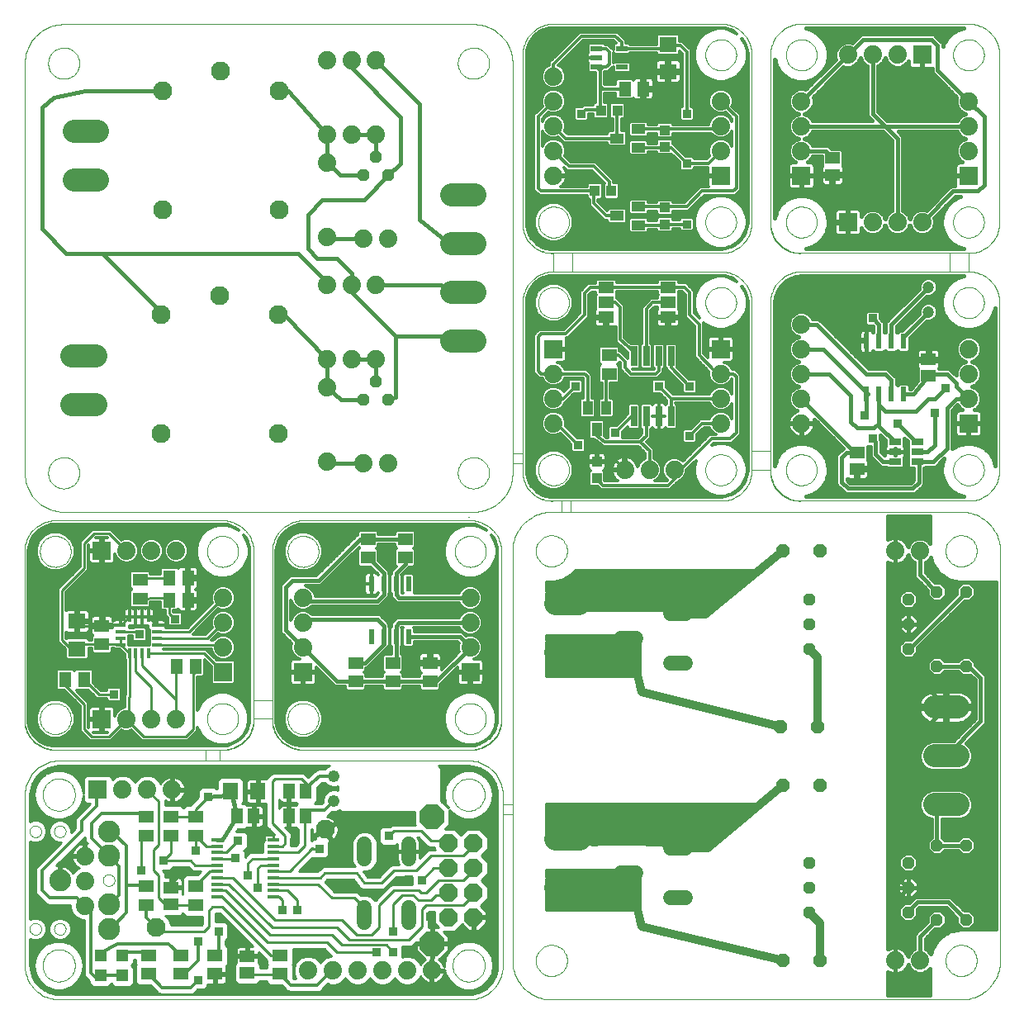
<source format=gtl>
G75*
G70*
%OFA0B0*%
%FSLAX24Y24*%
%IPPOS*%
%LPD*%
%AMOC8*
5,1,8,0,0,1.08239X$1,22.5*
%
%ADD10C,0.0000*%
%ADD11C,0.0000*%
%ADD12C,0.0000*%
%ADD13C,0.0886*%
%ADD14OC8,0.0740*%
%ADD15R,0.0472X0.0472*%
%ADD16R,0.0630X0.0512*%
%ADD17R,0.0512X0.0591*%
%ADD18R,0.0630X0.0709*%
%ADD19C,0.0768*%
%ADD20R,0.0472X0.0118*%
%ADD21C,0.0480*%
%ADD22R,0.0740X0.0740*%
%ADD23C,0.0740*%
%ADD24R,0.0591X0.0512*%
%ADD25C,0.0591*%
%ADD26OC8,0.1000*%
%ADD27C,0.0100*%
%ADD28R,0.0356X0.0356*%
%ADD29C,0.0120*%
%ADD30C,0.0160*%
%ADD31C,0.0000*%
%ADD32R,0.0157X0.0394*%
%ADD33R,0.0394X0.0157*%
%ADD34R,0.0591X0.0512*%
%ADD35R,0.0709X0.0630*%
%ADD36R,0.0512X0.0591*%
%ADD37R,0.0512X0.0630*%
%ADD38R,0.0740X0.0740*%
%ADD39C,0.0740*%
%ADD40R,0.0356X0.0356*%
%ADD41C,0.0100*%
%ADD42C,0.0120*%
%ADD43C,0.0000*%
%ADD44R,0.0740X0.0740*%
%ADD45C,0.0740*%
%ADD46R,0.0236X0.0610*%
%ADD47R,0.0591X0.0512*%
%ADD48C,0.0120*%
%ADD49R,0.0356X0.0356*%
%ADD50C,0.0160*%
%ADD51C,0.0740*%
%ADD52C,0.0937*%
%ADD53OC8,0.0480*%
%ADD54C,0.0768*%
%ADD55C,0.0000*%
%ADD56C,0.0160*%
%ADD57C,0.0000*%
%ADD58C,0.0937*%
%ADD59OC8,0.0480*%
%ADD60C,0.0740*%
%ADD61OC8,0.0540*%
%ADD62C,0.0600*%
%ADD63C,0.0160*%
%ADD64C,0.0320*%
%ADD65C,0.0560*%
%ADD66R,0.0356X0.0356*%
%ADD67C,0.0000*%
%ADD68R,0.0740X0.0740*%
%ADD69C,0.0740*%
%ADD70R,0.0394X0.0433*%
%ADD71R,0.0260X0.0800*%
%ADD72R,0.0630X0.0460*%
%ADD73R,0.0394X0.0551*%
%ADD74R,0.0591X0.0512*%
%ADD75C,0.0120*%
%ADD76R,0.0356X0.0356*%
%ADD77C,0.0000*%
%ADD78R,0.0740X0.0740*%
%ADD79C,0.0740*%
%ADD80R,0.0591X0.0512*%
%ADD81C,0.0160*%
%ADD82R,0.0356X0.0356*%
%ADD83C,0.0000*%
%ADD84C,0.0740*%
%ADD85R,0.0740X0.0740*%
%ADD86R,0.0472X0.0217*%
%ADD87R,0.0709X0.0630*%
%ADD88R,0.0394X0.0433*%
%ADD89R,0.0433X0.0394*%
%ADD90R,0.0551X0.0394*%
%ADD91R,0.0512X0.0591*%
%ADD92C,0.0120*%
%ADD93R,0.0356X0.0356*%
%ADD94C,0.0000*%
%ADD95R,0.0740X0.0740*%
%ADD96C,0.0740*%
%ADD97R,0.0500X0.0250*%
%ADD98R,0.0236X0.0610*%
%ADD99C,0.0472*%
%ADD100R,0.0591X0.0512*%
%ADD101C,0.0160*%
%ADD102R,0.0356X0.0356*%
D10*
X000114Y001475D02*
X000114Y001517D01*
X000114Y008368D01*
X000114Y008371D01*
X000114Y008368D02*
X000116Y008440D01*
X000122Y008512D01*
X000131Y008584D01*
X000144Y008655D01*
X000161Y008725D01*
X000181Y008794D01*
X000206Y008862D01*
X000233Y008928D01*
X000264Y008994D01*
X000299Y009057D01*
X000336Y009119D01*
X000377Y009178D01*
X000421Y009235D01*
X000468Y009290D01*
X000518Y009342D01*
X000570Y009392D01*
X000625Y009439D01*
X000682Y009483D01*
X000741Y009524D01*
X000803Y009561D01*
X000866Y009596D01*
X000932Y009627D01*
X000998Y009654D01*
X001066Y009679D01*
X001135Y009699D01*
X001205Y009716D01*
X001276Y009729D01*
X001348Y009738D01*
X001420Y009744D01*
X001492Y009746D01*
X007397Y009746D01*
X007397Y010189D01*
X001350Y010189D01*
X001489Y009746D02*
X001492Y009746D01*
X001350Y010189D02*
X001282Y010191D01*
X001215Y010196D01*
X001148Y010205D01*
X001081Y010218D01*
X001016Y010235D01*
X000951Y010254D01*
X000887Y010278D01*
X000825Y010305D01*
X000764Y010335D01*
X000706Y010368D01*
X000649Y010404D01*
X000594Y010444D01*
X000541Y010486D01*
X000490Y010532D01*
X000443Y010579D01*
X000397Y010630D01*
X000355Y010683D01*
X000315Y010738D01*
X000279Y010795D01*
X000246Y010853D01*
X000216Y010914D01*
X000189Y010976D01*
X000165Y011040D01*
X000146Y011105D01*
X000129Y011170D01*
X000116Y011237D01*
X000107Y011304D01*
X000102Y011371D01*
X000100Y011439D01*
X000100Y018189D01*
X000102Y018257D01*
X000107Y018324D01*
X000116Y018391D01*
X000129Y018458D01*
X000146Y018523D01*
X000165Y018588D01*
X000189Y018652D01*
X000216Y018714D01*
X000246Y018775D01*
X000279Y018833D01*
X000315Y018890D01*
X000355Y018945D01*
X000397Y018998D01*
X000443Y019049D01*
X000490Y019096D01*
X000541Y019142D01*
X000594Y019184D01*
X000649Y019224D01*
X000706Y019260D01*
X000764Y019293D01*
X000825Y019323D01*
X000887Y019350D01*
X000951Y019374D01*
X001016Y019393D01*
X001081Y019410D01*
X001148Y019423D01*
X001215Y019432D01*
X001282Y019437D01*
X001350Y019439D01*
X008100Y019439D01*
X008168Y019437D01*
X008235Y019432D01*
X008302Y019423D01*
X008369Y019410D01*
X008434Y019393D01*
X008499Y019374D01*
X008563Y019350D01*
X008625Y019323D01*
X008686Y019293D01*
X008744Y019260D01*
X008801Y019224D01*
X008856Y019184D01*
X008909Y019142D01*
X008960Y019096D01*
X009007Y019049D01*
X009053Y018998D01*
X009095Y018945D01*
X009135Y018890D01*
X009171Y018833D01*
X009204Y018775D01*
X009234Y018714D01*
X009261Y018652D01*
X009285Y018588D01*
X009304Y018523D01*
X009321Y018458D01*
X009334Y018391D01*
X009343Y018324D01*
X009348Y018257D01*
X009350Y018189D01*
X009350Y012189D01*
X010100Y012189D01*
X010100Y018189D01*
X010102Y018257D01*
X010107Y018324D01*
X010116Y018391D01*
X010129Y018458D01*
X010146Y018523D01*
X010165Y018588D01*
X010189Y018652D01*
X010216Y018714D01*
X010246Y018775D01*
X010279Y018833D01*
X010315Y018890D01*
X010355Y018945D01*
X010397Y018998D01*
X010443Y019049D01*
X010490Y019096D01*
X010541Y019142D01*
X010594Y019184D01*
X010649Y019224D01*
X010706Y019260D01*
X010764Y019293D01*
X010825Y019323D01*
X010887Y019350D01*
X010951Y019374D01*
X011016Y019393D01*
X011081Y019410D01*
X011148Y019423D01*
X011215Y019432D01*
X011282Y019437D01*
X011350Y019439D01*
X018137Y019439D01*
X018030Y019588D02*
X018027Y019588D01*
X018224Y019785D02*
X001689Y019785D01*
X001612Y019787D01*
X001535Y019793D01*
X001458Y019802D01*
X001382Y019815D01*
X001306Y019832D01*
X001232Y019853D01*
X001158Y019877D01*
X001086Y019905D01*
X001016Y019936D01*
X000947Y019971D01*
X000879Y020009D01*
X000814Y020050D01*
X000751Y020095D01*
X000690Y020143D01*
X000631Y020193D01*
X000575Y020246D01*
X000522Y020302D01*
X000472Y020361D01*
X000424Y020422D01*
X000379Y020485D01*
X000338Y020550D01*
X000300Y020618D01*
X000265Y020687D01*
X000234Y020757D01*
X000206Y020829D01*
X000182Y020903D01*
X000161Y020977D01*
X000144Y021053D01*
X000131Y021129D01*
X000122Y021206D01*
X000116Y021283D01*
X000114Y021360D01*
X000114Y037895D01*
X000116Y037972D01*
X000122Y038049D01*
X000131Y038126D01*
X000144Y038202D01*
X000161Y038278D01*
X000182Y038352D01*
X000206Y038426D01*
X000234Y038498D01*
X000265Y038568D01*
X000300Y038637D01*
X000338Y038705D01*
X000379Y038770D01*
X000424Y038833D01*
X000472Y038894D01*
X000522Y038953D01*
X000575Y039009D01*
X000631Y039062D01*
X000690Y039112D01*
X000751Y039160D01*
X000814Y039205D01*
X000879Y039246D01*
X000947Y039284D01*
X001016Y039319D01*
X001086Y039350D01*
X001158Y039378D01*
X001232Y039402D01*
X001306Y039423D01*
X001382Y039440D01*
X001458Y039453D01*
X001535Y039462D01*
X001612Y039468D01*
X001689Y039470D01*
X018224Y039470D01*
X018301Y039468D01*
X018378Y039462D01*
X018455Y039453D01*
X018531Y039440D01*
X018607Y039423D01*
X018681Y039402D01*
X018755Y039378D01*
X018827Y039350D01*
X018897Y039319D01*
X018966Y039284D01*
X019034Y039246D01*
X019099Y039205D01*
X019162Y039160D01*
X019223Y039112D01*
X019282Y039062D01*
X019338Y039009D01*
X019391Y038953D01*
X019441Y038894D01*
X019489Y038833D01*
X019534Y038770D01*
X019575Y038705D01*
X019613Y038637D01*
X019648Y038568D01*
X019679Y038498D01*
X019707Y038426D01*
X019731Y038352D01*
X019752Y038278D01*
X019769Y038202D01*
X019782Y038126D01*
X019791Y038049D01*
X019797Y037972D01*
X019799Y037895D01*
X019799Y022147D01*
X020208Y022147D01*
X020208Y028232D01*
X020210Y028300D01*
X020215Y028367D01*
X020224Y028434D01*
X020237Y028501D01*
X020254Y028566D01*
X020273Y028631D01*
X020297Y028695D01*
X020324Y028757D01*
X020354Y028818D01*
X020387Y028876D01*
X020423Y028933D01*
X020463Y028988D01*
X020505Y029041D01*
X020551Y029092D01*
X020598Y029139D01*
X020649Y029185D01*
X020702Y029227D01*
X020757Y029267D01*
X020814Y029303D01*
X020872Y029336D01*
X020933Y029366D01*
X020995Y029393D01*
X021059Y029417D01*
X021124Y029436D01*
X021189Y029453D01*
X021256Y029466D01*
X021323Y029475D01*
X021390Y029480D01*
X021458Y029482D01*
X021458Y030232D01*
X022208Y030232D02*
X022208Y029482D01*
X028208Y029482D01*
X028208Y030232D02*
X022208Y030232D01*
X021458Y030232D02*
X021392Y030230D01*
X021326Y030232D01*
X021260Y030238D01*
X021194Y030247D01*
X021129Y030260D01*
X021064Y030277D01*
X021001Y030297D01*
X020939Y030321D01*
X020879Y030348D01*
X020820Y030379D01*
X020762Y030413D01*
X020707Y030450D01*
X020654Y030490D01*
X020604Y030533D01*
X020555Y030578D01*
X020510Y030627D01*
X020467Y030677D01*
X020427Y030730D01*
X020390Y030785D01*
X020356Y030843D01*
X020325Y030902D01*
X020298Y030962D01*
X020274Y031024D01*
X020254Y031087D01*
X020237Y031152D01*
X020224Y031217D01*
X020215Y031283D01*
X020209Y031349D01*
X020207Y031415D01*
X020209Y031481D01*
X020208Y031482D02*
X020208Y038232D01*
X020210Y038300D01*
X020215Y038367D01*
X020224Y038434D01*
X020237Y038501D01*
X020254Y038566D01*
X020273Y038631D01*
X020297Y038695D01*
X020324Y038757D01*
X020354Y038818D01*
X020387Y038876D01*
X020423Y038933D01*
X020463Y038988D01*
X020505Y039041D01*
X020551Y039092D01*
X020598Y039139D01*
X020649Y039185D01*
X020702Y039227D01*
X020757Y039267D01*
X020814Y039303D01*
X020872Y039336D01*
X020933Y039366D01*
X020995Y039393D01*
X021059Y039417D01*
X021124Y039436D01*
X021189Y039453D01*
X021256Y039466D01*
X021323Y039475D01*
X021390Y039480D01*
X021458Y039482D01*
X028208Y039482D01*
X028276Y039480D01*
X028343Y039475D01*
X028410Y039466D01*
X028477Y039453D01*
X028542Y039436D01*
X028607Y039417D01*
X028671Y039393D01*
X028733Y039366D01*
X028794Y039336D01*
X028852Y039303D01*
X028909Y039267D01*
X028964Y039227D01*
X029017Y039185D01*
X029068Y039139D01*
X029115Y039092D01*
X029161Y039041D01*
X029203Y038988D01*
X029243Y038933D01*
X029279Y038876D01*
X029312Y038818D01*
X029342Y038757D01*
X029369Y038695D01*
X029393Y038631D01*
X029412Y038566D01*
X029429Y038501D01*
X029442Y038434D01*
X029451Y038367D01*
X029456Y038300D01*
X029458Y038232D01*
X029458Y031482D01*
X030208Y031482D02*
X030208Y038232D01*
X030210Y038300D01*
X030215Y038367D01*
X030224Y038434D01*
X030237Y038501D01*
X030254Y038566D01*
X030273Y038631D01*
X030297Y038695D01*
X030324Y038757D01*
X030354Y038818D01*
X030387Y038876D01*
X030423Y038933D01*
X030463Y038988D01*
X030505Y039041D01*
X030551Y039092D01*
X030598Y039139D01*
X030649Y039185D01*
X030702Y039227D01*
X030757Y039267D01*
X030814Y039303D01*
X030872Y039336D01*
X030933Y039366D01*
X030995Y039393D01*
X031059Y039417D01*
X031124Y039436D01*
X031189Y039453D01*
X031256Y039466D01*
X031323Y039475D01*
X031390Y039480D01*
X031458Y039482D01*
X038208Y039482D01*
X038276Y039480D01*
X038343Y039475D01*
X038410Y039466D01*
X038477Y039453D01*
X038542Y039436D01*
X038607Y039417D01*
X038671Y039393D01*
X038733Y039366D01*
X038794Y039336D01*
X038852Y039303D01*
X038909Y039267D01*
X038964Y039227D01*
X039017Y039185D01*
X039068Y039139D01*
X039115Y039092D01*
X039161Y039041D01*
X039203Y038988D01*
X039243Y038933D01*
X039279Y038876D01*
X039312Y038818D01*
X039342Y038757D01*
X039369Y038695D01*
X039393Y038631D01*
X039412Y038566D01*
X039429Y038501D01*
X039442Y038434D01*
X039451Y038367D01*
X039456Y038300D01*
X039458Y038232D01*
X039458Y031482D01*
X039456Y031414D01*
X039451Y031347D01*
X039442Y031280D01*
X039429Y031213D01*
X039412Y031148D01*
X039393Y031083D01*
X039369Y031019D01*
X039342Y030957D01*
X039312Y030896D01*
X039279Y030838D01*
X039243Y030781D01*
X039203Y030726D01*
X039161Y030673D01*
X039115Y030622D01*
X039068Y030575D01*
X039017Y030529D01*
X038964Y030487D01*
X038909Y030447D01*
X038852Y030411D01*
X038794Y030378D01*
X038733Y030348D01*
X038671Y030321D01*
X038607Y030297D01*
X038542Y030278D01*
X038477Y030261D01*
X038410Y030248D01*
X038343Y030239D01*
X038276Y030234D01*
X038208Y030232D01*
X038208Y029482D01*
X037458Y029482D02*
X037458Y030232D01*
X031458Y030232D01*
X031458Y029482D02*
X037458Y029482D01*
X038208Y029482D02*
X038276Y029480D01*
X038343Y029475D01*
X038410Y029466D01*
X038477Y029453D01*
X038542Y029436D01*
X038607Y029417D01*
X038671Y029393D01*
X038733Y029366D01*
X038794Y029336D01*
X038852Y029303D01*
X038909Y029267D01*
X038964Y029227D01*
X039017Y029185D01*
X039068Y029139D01*
X039115Y029092D01*
X039161Y029041D01*
X039203Y028988D01*
X039243Y028933D01*
X039279Y028876D01*
X039312Y028818D01*
X039342Y028757D01*
X039369Y028695D01*
X039393Y028631D01*
X039412Y028566D01*
X039429Y028501D01*
X039442Y028434D01*
X039451Y028367D01*
X039456Y028300D01*
X039458Y028232D01*
X039458Y021482D01*
X039456Y021414D01*
X039451Y021347D01*
X039442Y021280D01*
X039429Y021213D01*
X039412Y021148D01*
X039393Y021083D01*
X039369Y021019D01*
X039342Y020957D01*
X039312Y020896D01*
X039279Y020838D01*
X039243Y020781D01*
X039203Y020726D01*
X039161Y020673D01*
X039115Y020622D01*
X039068Y020575D01*
X039017Y020529D01*
X038964Y020487D01*
X038909Y020447D01*
X038852Y020411D01*
X038794Y020378D01*
X038733Y020348D01*
X038671Y020321D01*
X038607Y020297D01*
X038542Y020278D01*
X038477Y020261D01*
X038410Y020248D01*
X038343Y020239D01*
X038276Y020234D01*
X038208Y020232D01*
X031458Y020232D01*
X031392Y020230D01*
X031326Y020232D01*
X031260Y020238D01*
X031194Y020247D01*
X031129Y020260D01*
X031064Y020277D01*
X031001Y020297D01*
X030939Y020321D01*
X030879Y020348D01*
X030820Y020379D01*
X030762Y020413D01*
X030707Y020450D01*
X030654Y020490D01*
X030604Y020533D01*
X030555Y020578D01*
X030510Y020627D01*
X030467Y020677D01*
X030427Y020730D01*
X030390Y020785D01*
X030356Y020843D01*
X030325Y020902D01*
X030298Y020962D01*
X030274Y021024D01*
X030254Y021087D01*
X030237Y021152D01*
X030224Y021217D01*
X030215Y021283D01*
X030209Y021349D01*
X030207Y021415D01*
X030209Y021481D01*
X030208Y021482D02*
X029458Y021482D01*
X029458Y022232D02*
X029458Y028232D01*
X030208Y028232D02*
X030208Y022232D01*
X029458Y022232D01*
X029458Y021482D02*
X029456Y021414D01*
X029451Y021347D01*
X029442Y021280D01*
X029429Y021213D01*
X029412Y021148D01*
X029393Y021083D01*
X029369Y021019D01*
X029342Y020957D01*
X029312Y020896D01*
X029279Y020838D01*
X029243Y020781D01*
X029203Y020726D01*
X029161Y020673D01*
X029115Y020622D01*
X029068Y020575D01*
X029017Y020529D01*
X028964Y020487D01*
X028909Y020447D01*
X028852Y020411D01*
X028794Y020378D01*
X028733Y020348D01*
X028671Y020321D01*
X028607Y020297D01*
X028542Y020278D01*
X028477Y020261D01*
X028410Y020248D01*
X028343Y020239D01*
X028276Y020234D01*
X028208Y020232D01*
X022161Y020232D01*
X022161Y019785D01*
X037909Y019785D01*
X037986Y019783D01*
X038063Y019777D01*
X038140Y019768D01*
X038216Y019755D01*
X038292Y019738D01*
X038366Y019717D01*
X038440Y019693D01*
X038512Y019665D01*
X038582Y019634D01*
X038651Y019599D01*
X038719Y019561D01*
X038784Y019520D01*
X038847Y019475D01*
X038908Y019427D01*
X038967Y019377D01*
X039023Y019324D01*
X039076Y019268D01*
X039126Y019209D01*
X039174Y019148D01*
X039219Y019085D01*
X039260Y019020D01*
X039298Y018952D01*
X039333Y018883D01*
X039364Y018813D01*
X039392Y018741D01*
X039416Y018667D01*
X039437Y018593D01*
X039454Y018517D01*
X039467Y018441D01*
X039476Y018364D01*
X039482Y018287D01*
X039484Y018210D01*
X039484Y001675D01*
X039482Y001598D01*
X039476Y001521D01*
X039467Y001444D01*
X039454Y001368D01*
X039437Y001292D01*
X039416Y001218D01*
X039392Y001144D01*
X039364Y001072D01*
X039333Y001002D01*
X039298Y000933D01*
X039260Y000865D01*
X039219Y000800D01*
X039174Y000737D01*
X039126Y000676D01*
X039076Y000617D01*
X039023Y000561D01*
X038967Y000508D01*
X038908Y000458D01*
X038847Y000410D01*
X038784Y000365D01*
X038719Y000324D01*
X038651Y000286D01*
X038582Y000251D01*
X038512Y000220D01*
X038440Y000192D01*
X038366Y000168D01*
X038292Y000147D01*
X038216Y000130D01*
X038140Y000117D01*
X038063Y000108D01*
X037986Y000102D01*
X037909Y000100D01*
X021374Y000100D01*
X021297Y000102D01*
X021220Y000108D01*
X021143Y000117D01*
X021067Y000130D01*
X020991Y000147D01*
X020917Y000168D01*
X020843Y000192D01*
X020771Y000220D01*
X020701Y000251D01*
X020632Y000286D01*
X020564Y000324D01*
X020499Y000365D01*
X020436Y000410D01*
X020375Y000458D01*
X020316Y000508D01*
X020260Y000561D01*
X020207Y000617D01*
X020157Y000676D01*
X020109Y000737D01*
X020064Y000800D01*
X020023Y000865D01*
X019985Y000933D01*
X019950Y001002D01*
X019919Y001072D01*
X019891Y001144D01*
X019867Y001218D01*
X019846Y001292D01*
X019829Y001368D01*
X019816Y001444D01*
X019807Y001521D01*
X019801Y001598D01*
X019799Y001675D01*
X019799Y007580D01*
X019405Y007580D01*
X019405Y001478D01*
X019403Y001406D01*
X019397Y001334D01*
X019388Y001262D01*
X019375Y001191D01*
X019358Y001121D01*
X019338Y001052D01*
X019313Y000984D01*
X019286Y000918D01*
X019255Y000852D01*
X019220Y000789D01*
X019183Y000727D01*
X019142Y000668D01*
X019098Y000611D01*
X019051Y000556D01*
X019001Y000504D01*
X018949Y000454D01*
X018894Y000407D01*
X018837Y000363D01*
X018778Y000322D01*
X018716Y000285D01*
X018653Y000250D01*
X018587Y000219D01*
X018521Y000192D01*
X018453Y000167D01*
X018384Y000147D01*
X018314Y000130D01*
X018243Y000117D01*
X018171Y000108D01*
X018099Y000102D01*
X018027Y000100D01*
X018030Y000100D01*
X018027Y000100D02*
X001492Y000100D01*
X001489Y000100D01*
X001491Y000100D02*
X001418Y000103D01*
X001345Y000110D01*
X001273Y000120D01*
X001201Y000135D01*
X001130Y000153D01*
X001060Y000175D01*
X000992Y000200D01*
X000924Y000229D01*
X000859Y000261D01*
X000795Y000297D01*
X000733Y000336D01*
X000673Y000379D01*
X000616Y000424D01*
X000561Y000472D01*
X000509Y000523D01*
X000459Y000577D01*
X000412Y000634D01*
X000369Y000692D01*
X000328Y000753D01*
X000291Y000816D01*
X000257Y000881D01*
X000226Y000947D01*
X000199Y001015D01*
X000175Y001085D01*
X000156Y001155D01*
X000140Y001227D01*
X000127Y001299D01*
X000119Y001371D01*
X000114Y001445D01*
X000113Y001518D01*
X007988Y009746D02*
X018027Y009746D01*
X018421Y009746D02*
X018424Y009746D01*
X018100Y010189D02*
X011350Y010189D01*
X011282Y010191D01*
X011215Y010196D01*
X011148Y010205D01*
X011081Y010218D01*
X011016Y010235D01*
X010951Y010254D01*
X010887Y010278D01*
X010825Y010305D01*
X010764Y010335D01*
X010706Y010368D01*
X010649Y010404D01*
X010594Y010444D01*
X010541Y010486D01*
X010490Y010532D01*
X010443Y010579D01*
X010397Y010630D01*
X010355Y010683D01*
X010315Y010738D01*
X010279Y010795D01*
X010246Y010853D01*
X010216Y010914D01*
X010189Y010976D01*
X010165Y011040D01*
X010146Y011105D01*
X010129Y011170D01*
X010116Y011237D01*
X010107Y011304D01*
X010102Y011371D01*
X010100Y011439D01*
X009350Y011439D01*
X009349Y011438D02*
X009351Y011372D01*
X009349Y011306D01*
X009343Y011240D01*
X009334Y011174D01*
X009321Y011109D01*
X009304Y011044D01*
X009284Y010981D01*
X009260Y010919D01*
X009233Y010859D01*
X009202Y010800D01*
X009168Y010742D01*
X009131Y010687D01*
X009091Y010634D01*
X009048Y010584D01*
X009003Y010535D01*
X008954Y010490D01*
X008904Y010447D01*
X008851Y010407D01*
X008796Y010370D01*
X008738Y010336D01*
X008679Y010305D01*
X008619Y010278D01*
X008557Y010254D01*
X008494Y010234D01*
X008429Y010217D01*
X008364Y010204D01*
X008298Y010195D01*
X008232Y010189D01*
X008166Y010187D01*
X008100Y010189D01*
X007988Y010189D01*
X007988Y009746D01*
X018027Y009746D02*
X018099Y009744D01*
X018171Y009738D01*
X018243Y009729D01*
X018314Y009716D01*
X018384Y009699D01*
X018453Y009679D01*
X018521Y009654D01*
X018587Y009627D01*
X018653Y009596D01*
X018716Y009561D01*
X018778Y009524D01*
X018837Y009483D01*
X018894Y009439D01*
X018949Y009392D01*
X019001Y009342D01*
X019051Y009290D01*
X019098Y009235D01*
X019142Y009178D01*
X019183Y009119D01*
X019220Y009057D01*
X019255Y008994D01*
X019286Y008928D01*
X019313Y008862D01*
X019338Y008794D01*
X019358Y008725D01*
X019375Y008655D01*
X019388Y008584D01*
X019397Y008512D01*
X019403Y008440D01*
X019405Y008368D01*
X019405Y007974D01*
X019799Y007974D01*
X019799Y018210D01*
X019350Y018189D02*
X019350Y011439D01*
X019349Y011438D02*
X019351Y011372D01*
X019349Y011306D01*
X019343Y011240D01*
X019334Y011174D01*
X019321Y011109D01*
X019304Y011044D01*
X019284Y010981D01*
X019260Y010919D01*
X019233Y010859D01*
X019202Y010800D01*
X019168Y010742D01*
X019131Y010687D01*
X019091Y010634D01*
X019048Y010584D01*
X019003Y010535D01*
X018954Y010490D01*
X018904Y010447D01*
X018851Y010407D01*
X018796Y010370D01*
X018738Y010336D01*
X018679Y010305D01*
X018619Y010278D01*
X018557Y010254D01*
X018494Y010234D01*
X018429Y010217D01*
X018364Y010204D01*
X018298Y010195D01*
X018232Y010189D01*
X018166Y010187D01*
X018100Y010189D01*
X019350Y018189D02*
X019348Y018257D01*
X019343Y018324D01*
X019334Y018391D01*
X019321Y018458D01*
X019304Y018523D01*
X019285Y018588D01*
X019261Y018652D01*
X019234Y018714D01*
X019204Y018775D01*
X019171Y018833D01*
X019135Y018890D01*
X019095Y018945D01*
X019053Y018998D01*
X019007Y019049D01*
X018960Y019096D01*
X018909Y019142D01*
X018856Y019184D01*
X018801Y019224D01*
X018744Y019260D01*
X018686Y019293D01*
X018625Y019323D01*
X018563Y019350D01*
X018499Y019374D01*
X018434Y019393D01*
X018369Y019410D01*
X018302Y019423D01*
X018235Y019432D01*
X018168Y019437D01*
X018100Y019439D01*
X018224Y019785D02*
X018301Y019787D01*
X018378Y019793D01*
X018455Y019802D01*
X018531Y019815D01*
X018607Y019832D01*
X018681Y019853D01*
X018755Y019877D01*
X018827Y019905D01*
X018897Y019936D01*
X018966Y019971D01*
X019034Y020009D01*
X019099Y020050D01*
X019162Y020095D01*
X019223Y020143D01*
X019282Y020193D01*
X019338Y020246D01*
X019391Y020302D01*
X019441Y020361D01*
X019489Y020422D01*
X019534Y020485D01*
X019575Y020550D01*
X019613Y020618D01*
X019648Y020687D01*
X019679Y020757D01*
X019707Y020829D01*
X019731Y020903D01*
X019752Y020977D01*
X019769Y021053D01*
X019782Y021129D01*
X019791Y021206D01*
X019797Y021283D01*
X019799Y021360D01*
X019799Y021754D01*
X020208Y021754D01*
X020208Y021482D01*
X020209Y021481D02*
X020207Y021415D01*
X020209Y021349D01*
X020215Y021283D01*
X020224Y021217D01*
X020237Y021152D01*
X020254Y021087D01*
X020274Y021024D01*
X020298Y020962D01*
X020325Y020902D01*
X020356Y020843D01*
X020390Y020785D01*
X020427Y020730D01*
X020467Y020677D01*
X020510Y020627D01*
X020555Y020578D01*
X020604Y020533D01*
X020654Y020490D01*
X020707Y020450D01*
X020762Y020413D01*
X020820Y020379D01*
X020879Y020348D01*
X020939Y020321D01*
X021001Y020297D01*
X021064Y020277D01*
X021129Y020260D01*
X021194Y020247D01*
X021260Y020238D01*
X021326Y020232D01*
X021392Y020230D01*
X021458Y020232D01*
X021767Y020232D01*
X021767Y019785D01*
X021374Y019785D01*
X021297Y019783D01*
X021220Y019777D01*
X021143Y019768D01*
X021067Y019755D01*
X020991Y019738D01*
X020917Y019717D01*
X020843Y019693D01*
X020771Y019665D01*
X020701Y019634D01*
X020632Y019599D01*
X020564Y019561D01*
X020499Y019520D01*
X020436Y019475D01*
X020375Y019427D01*
X020316Y019377D01*
X020260Y019324D01*
X020207Y019268D01*
X020157Y019209D01*
X020109Y019148D01*
X020064Y019085D01*
X020023Y019020D01*
X019985Y018952D01*
X019950Y018883D01*
X019919Y018813D01*
X019891Y018741D01*
X019867Y018667D01*
X019846Y018593D01*
X019829Y018517D01*
X019816Y018441D01*
X019807Y018364D01*
X019801Y018287D01*
X019799Y018210D01*
X029458Y028232D02*
X029456Y028300D01*
X029451Y028367D01*
X029442Y028434D01*
X029429Y028501D01*
X029412Y028566D01*
X029393Y028631D01*
X029369Y028695D01*
X029342Y028757D01*
X029312Y028818D01*
X029279Y028876D01*
X029243Y028933D01*
X029203Y028988D01*
X029161Y029041D01*
X029115Y029092D01*
X029068Y029139D01*
X029017Y029185D01*
X028964Y029227D01*
X028909Y029267D01*
X028852Y029303D01*
X028794Y029336D01*
X028733Y029366D01*
X028671Y029393D01*
X028607Y029417D01*
X028542Y029436D01*
X028477Y029453D01*
X028410Y029466D01*
X028343Y029475D01*
X028276Y029480D01*
X028208Y029482D01*
X028208Y030232D02*
X028276Y030234D01*
X028343Y030239D01*
X028410Y030248D01*
X028477Y030261D01*
X028542Y030278D01*
X028607Y030297D01*
X028671Y030321D01*
X028733Y030348D01*
X028794Y030378D01*
X028852Y030411D01*
X028909Y030447D01*
X028964Y030487D01*
X029017Y030529D01*
X029068Y030575D01*
X029115Y030622D01*
X029161Y030673D01*
X029203Y030726D01*
X029243Y030781D01*
X029279Y030838D01*
X029312Y030896D01*
X029342Y030957D01*
X029369Y031019D01*
X029393Y031083D01*
X029412Y031148D01*
X029429Y031213D01*
X029442Y031280D01*
X029451Y031347D01*
X029456Y031414D01*
X029458Y031482D01*
X030209Y031481D02*
X030207Y031415D01*
X030209Y031349D01*
X030215Y031283D01*
X030224Y031217D01*
X030237Y031152D01*
X030254Y031087D01*
X030274Y031024D01*
X030298Y030962D01*
X030325Y030902D01*
X030356Y030843D01*
X030390Y030785D01*
X030427Y030730D01*
X030467Y030677D01*
X030510Y030627D01*
X030555Y030578D01*
X030604Y030533D01*
X030654Y030490D01*
X030707Y030450D01*
X030762Y030413D01*
X030820Y030379D01*
X030879Y030348D01*
X030939Y030321D01*
X031001Y030297D01*
X031064Y030277D01*
X031129Y030260D01*
X031194Y030247D01*
X031260Y030238D01*
X031326Y030232D01*
X031392Y030230D01*
X031458Y030232D01*
X031458Y029482D02*
X031390Y029480D01*
X031323Y029475D01*
X031256Y029466D01*
X031189Y029453D01*
X031124Y029436D01*
X031059Y029417D01*
X030995Y029393D01*
X030933Y029366D01*
X030872Y029336D01*
X030814Y029303D01*
X030757Y029267D01*
X030702Y029227D01*
X030649Y029185D01*
X030598Y029139D01*
X030551Y029092D01*
X030505Y029041D01*
X030463Y028988D01*
X030423Y028933D01*
X030387Y028876D01*
X030354Y028818D01*
X030324Y028757D01*
X030297Y028695D01*
X030273Y028631D01*
X030254Y028566D01*
X030237Y028501D01*
X030224Y028434D01*
X030215Y028367D01*
X030210Y028300D01*
X030208Y028232D01*
D11*
X1489Y100D02*
X1492Y100D01*
X18027Y100D01*
X18030Y100D01*
X18027Y100D02*
X18099Y102D01*
X18171Y108D01*
X18243Y117D01*
X18314Y130D01*
X18384Y147D01*
X18453Y167D01*
X18521Y192D01*
X18587Y219D01*
X18653Y250D01*
X18716Y285D01*
X18778Y322D01*
X18837Y363D01*
X18894Y407D01*
X18949Y454D01*
X19001Y504D01*
X19051Y556D01*
X19098Y611D01*
X19142Y668D01*
X19183Y727D01*
X19220Y789D01*
X19255Y852D01*
X19286Y918D01*
X19313Y984D01*
X19338Y1052D01*
X19358Y1121D01*
X19375Y1191D01*
X19388Y1262D01*
X19397Y1334D01*
X19403Y1406D01*
X19405Y1478D01*
X19405Y8368D01*
X19403Y8440D01*
X19397Y8512D01*
X19388Y8584D01*
X19375Y8655D01*
X19358Y8725D01*
X19338Y8794D01*
X19313Y8862D01*
X19286Y8928D01*
X19255Y8994D01*
X19220Y9057D01*
X19183Y9119D01*
X19142Y9178D01*
X19098Y9235D01*
X19051Y9290D01*
X19001Y9342D01*
X18949Y9392D01*
X18894Y9439D01*
X18837Y9483D01*
X18778Y9524D01*
X18716Y9561D01*
X18653Y9596D01*
X18587Y9627D01*
X18521Y9654D01*
X18453Y9679D01*
X18384Y9699D01*
X18314Y9716D01*
X18243Y9729D01*
X18171Y9738D01*
X18099Y9744D01*
X18027Y9746D01*
X7988Y9746D01*
X7988Y10189D01*
X8100Y10189D01*
X7397Y10189D02*
X7397Y9746D01*
X1492Y9746D01*
X1489Y9746D01*
X1350Y10189D02*
X7397Y10189D01*
X8100Y10189D02*
X8166Y10187D01*
X8232Y10189D01*
X8298Y10195D01*
X8364Y10204D01*
X8429Y10217D01*
X8494Y10234D01*
X8557Y10254D01*
X8619Y10278D01*
X8679Y10305D01*
X8738Y10336D01*
X8796Y10370D01*
X8851Y10407D01*
X8904Y10447D01*
X8954Y10490D01*
X9003Y10535D01*
X9048Y10584D01*
X9091Y10634D01*
X9131Y10687D01*
X9168Y10742D01*
X9202Y10800D01*
X9233Y10859D01*
X9260Y10919D01*
X9284Y10981D01*
X9304Y11044D01*
X9321Y11109D01*
X9334Y11174D01*
X9343Y11240D01*
X9349Y11306D01*
X9351Y11372D01*
X9349Y11438D01*
X9350Y11439D02*
X10100Y11439D01*
X10100Y12189D02*
X10100Y18189D01*
X9350Y18189D02*
X9350Y12189D01*
X10100Y12189D01*
X10100Y11439D02*
X10102Y11371D01*
X10107Y11304D01*
X10116Y11237D01*
X10129Y11170D01*
X10146Y11105D01*
X10165Y11040D01*
X10189Y10976D01*
X10216Y10914D01*
X10246Y10853D01*
X10279Y10795D01*
X10315Y10738D01*
X10355Y10683D01*
X10397Y10630D01*
X10443Y10579D01*
X10490Y10532D01*
X10541Y10486D01*
X10594Y10444D01*
X10649Y10404D01*
X10706Y10368D01*
X10764Y10335D01*
X10825Y10305D01*
X10887Y10278D01*
X10951Y10254D01*
X11016Y10235D01*
X11081Y10218D01*
X11148Y10205D01*
X11215Y10196D01*
X11282Y10191D01*
X11350Y10189D01*
X18100Y10189D01*
X18421Y9746D02*
X18424Y9746D01*
X18100Y10189D02*
X18166Y10187D01*
X18232Y10189D01*
X18298Y10195D01*
X18364Y10204D01*
X18429Y10217D01*
X18494Y10234D01*
X18557Y10254D01*
X18619Y10278D01*
X18679Y10305D01*
X18738Y10336D01*
X18796Y10370D01*
X18851Y10407D01*
X18904Y10447D01*
X18954Y10490D01*
X19003Y10535D01*
X19048Y10584D01*
X19091Y10634D01*
X19131Y10687D01*
X19168Y10742D01*
X19202Y10800D01*
X19233Y10859D01*
X19260Y10919D01*
X19284Y10981D01*
X19304Y11044D01*
X19321Y11109D01*
X19334Y11174D01*
X19343Y11240D01*
X19349Y11306D01*
X19351Y11372D01*
X19349Y11438D01*
X19350Y11439D02*
X19350Y18189D01*
X19348Y18257D01*
X19343Y18324D01*
X19334Y18391D01*
X19321Y18458D01*
X19304Y18523D01*
X19285Y18588D01*
X19261Y18652D01*
X19234Y18714D01*
X19204Y18775D01*
X19171Y18833D01*
X19135Y18890D01*
X19095Y18945D01*
X19053Y18998D01*
X19007Y19049D01*
X18960Y19096D01*
X18909Y19142D01*
X18856Y19184D01*
X18801Y19224D01*
X18744Y19260D01*
X18686Y19293D01*
X18625Y19323D01*
X18563Y19350D01*
X18499Y19374D01*
X18434Y19393D01*
X18369Y19410D01*
X18302Y19423D01*
X18235Y19432D01*
X18168Y19437D01*
X18100Y19439D01*
X18137Y19439D02*
X11350Y19439D01*
X11282Y19437D01*
X11215Y19432D01*
X11148Y19423D01*
X11081Y19410D01*
X11016Y19393D01*
X10951Y19374D01*
X10887Y19350D01*
X10825Y19323D01*
X10764Y19293D01*
X10706Y19260D01*
X10649Y19224D01*
X10594Y19184D01*
X10541Y19142D01*
X10490Y19096D01*
X10443Y19049D01*
X10397Y18998D01*
X10355Y18945D01*
X10315Y18890D01*
X10279Y18833D01*
X10246Y18775D01*
X10216Y18714D01*
X10189Y18652D01*
X10165Y18588D01*
X10146Y18523D01*
X10129Y18458D01*
X10116Y18391D01*
X10107Y18324D01*
X10102Y18257D01*
X10100Y18189D01*
X9350Y18189D02*
X9348Y18257D01*
X9343Y18324D01*
X9334Y18391D01*
X9321Y18458D01*
X9304Y18523D01*
X9285Y18588D01*
X9261Y18652D01*
X9234Y18714D01*
X9204Y18775D01*
X9171Y18833D01*
X9135Y18890D01*
X9095Y18945D01*
X9053Y18998D01*
X9007Y19049D01*
X8960Y19096D01*
X8909Y19142D01*
X8856Y19184D01*
X8801Y19224D01*
X8744Y19260D01*
X8686Y19293D01*
X8625Y19323D01*
X8563Y19350D01*
X8499Y19374D01*
X8434Y19393D01*
X8369Y19410D01*
X8302Y19423D01*
X8235Y19432D01*
X8168Y19437D01*
X8100Y19439D01*
X1350Y19439D01*
X1282Y19437D01*
X1215Y19432D01*
X1148Y19423D01*
X1081Y19410D01*
X1016Y19393D01*
X951Y19374D01*
X887Y19350D01*
X825Y19323D01*
X764Y19293D01*
X706Y19260D01*
X649Y19224D01*
X594Y19184D01*
X541Y19142D01*
X490Y19096D01*
X443Y19049D01*
X397Y18998D01*
X355Y18945D01*
X315Y18890D01*
X279Y18833D01*
X246Y18775D01*
X216Y18714D01*
X189Y18652D01*
X165Y18588D01*
X146Y18523D01*
X129Y18458D01*
X116Y18391D01*
X107Y18324D01*
X102Y18257D01*
X100Y18189D01*
X100Y11439D01*
X102Y11371D01*
X107Y11304D01*
X116Y11237D01*
X129Y11170D01*
X146Y11105D01*
X165Y11040D01*
X189Y10976D01*
X216Y10914D01*
X246Y10853D01*
X279Y10795D01*
X315Y10738D01*
X355Y10683D01*
X397Y10630D01*
X443Y10579D01*
X490Y10532D01*
X541Y10486D01*
X594Y10444D01*
X649Y10404D01*
X706Y10368D01*
X764Y10335D01*
X825Y10305D01*
X887Y10278D01*
X951Y10254D01*
X1016Y10235D01*
X1081Y10218D01*
X1148Y10205D01*
X1215Y10196D01*
X1282Y10191D01*
X1350Y10189D01*
X1492Y9746D02*
X1420Y9744D01*
X1348Y9738D01*
X1276Y9729D01*
X1205Y9716D01*
X1135Y9699D01*
X1066Y9679D01*
X998Y9654D01*
X932Y9627D01*
X866Y9596D01*
X803Y9561D01*
X741Y9524D01*
X682Y9483D01*
X625Y9439D01*
X570Y9392D01*
X518Y9342D01*
X468Y9290D01*
X421Y9235D01*
X377Y9178D01*
X336Y9119D01*
X299Y9057D01*
X264Y8994D01*
X233Y8928D01*
X206Y8862D01*
X181Y8794D01*
X161Y8725D01*
X144Y8655D01*
X131Y8584D01*
X122Y8512D01*
X116Y8440D01*
X114Y8368D01*
X114Y8371D01*
X114Y8368D02*
X114Y1518D01*
X114Y1475D01*
X113Y1518D02*
X114Y1445D01*
X119Y1371D01*
X127Y1299D01*
X140Y1227D01*
X156Y1155D01*
X175Y1085D01*
X199Y1015D01*
X226Y947D01*
X257Y881D01*
X291Y816D01*
X328Y753D01*
X369Y692D01*
X412Y634D01*
X459Y577D01*
X509Y523D01*
X561Y472D01*
X616Y424D01*
X673Y379D01*
X733Y336D01*
X795Y297D01*
X859Y261D01*
X924Y229D01*
X992Y200D01*
X1060Y175D01*
X1130Y153D01*
X1201Y135D01*
X1273Y120D01*
X1345Y110D01*
X1418Y103D01*
X1491Y100D01*
X18027Y19589D02*
X18030Y19589D01*
D12*
X1489Y100D02*
X1492Y100D01*
X18027Y100D01*
X18030Y100D01*
X17380Y1475D02*
X17382Y1525D01*
X17388Y1575D01*
X17398Y1625D01*
X17411Y1673D01*
X17428Y1721D01*
X17449Y1767D01*
X17473Y1811D01*
X17501Y1853D01*
X17532Y1893D01*
X17566Y1930D01*
X17603Y1965D01*
X17642Y1996D01*
X17683Y2025D01*
X17727Y2050D01*
X17773Y2072D01*
X17820Y2090D01*
X17868Y2104D01*
X17917Y2115D01*
X17967Y2122D01*
X18017Y2125D01*
X18068Y2124D01*
X18118Y2119D01*
X18168Y2110D01*
X18216Y2098D01*
X18264Y2081D01*
X18310Y2061D01*
X18355Y2038D01*
X18398Y2011D01*
X18438Y1981D01*
X18476Y1948D01*
X18511Y1912D01*
X18544Y1873D01*
X18573Y1832D01*
X18599Y1789D01*
X18622Y1744D01*
X18641Y1697D01*
X18656Y1649D01*
X18668Y1600D01*
X18676Y1550D01*
X18680Y1500D01*
X18680Y1450D01*
X18676Y1400D01*
X18668Y1350D01*
X18656Y1301D01*
X18641Y1253D01*
X18622Y1206D01*
X18599Y1161D01*
X18573Y1118D01*
X18544Y1077D01*
X18511Y1038D01*
X18476Y1002D01*
X18438Y969D01*
X18398Y939D01*
X18355Y912D01*
X18310Y889D01*
X18264Y869D01*
X18216Y852D01*
X18168Y840D01*
X18118Y831D01*
X18068Y826D01*
X18017Y825D01*
X17967Y828D01*
X17917Y835D01*
X17868Y846D01*
X17820Y860D01*
X17773Y878D01*
X17727Y900D01*
X17683Y925D01*
X17642Y954D01*
X17603Y985D01*
X17566Y1020D01*
X17532Y1057D01*
X17501Y1097D01*
X17473Y1139D01*
X17449Y1183D01*
X17428Y1229D01*
X17411Y1277D01*
X17398Y1325D01*
X17388Y1375D01*
X17382Y1425D01*
X17380Y1475D01*
X18027Y100D02*
X18099Y102D01*
X18171Y108D01*
X18243Y117D01*
X18314Y130D01*
X18384Y147D01*
X18453Y167D01*
X18521Y192D01*
X18587Y219D01*
X18653Y250D01*
X18716Y285D01*
X18778Y322D01*
X18837Y363D01*
X18894Y407D01*
X18949Y454D01*
X19001Y504D01*
X19051Y556D01*
X19098Y611D01*
X19142Y668D01*
X19183Y727D01*
X19220Y789D01*
X19255Y852D01*
X19286Y918D01*
X19313Y984D01*
X19338Y1052D01*
X19358Y1121D01*
X19375Y1191D01*
X19388Y1262D01*
X19397Y1334D01*
X19403Y1406D01*
X19405Y1478D01*
X19405Y8368D01*
X17377Y8368D02*
X17379Y8418D01*
X17385Y8468D01*
X17395Y8518D01*
X17408Y8566D01*
X17425Y8614D01*
X17446Y8660D01*
X17470Y8704D01*
X17498Y8746D01*
X17529Y8786D01*
X17563Y8823D01*
X17600Y8858D01*
X17639Y8889D01*
X17680Y8918D01*
X17724Y8943D01*
X17770Y8965D01*
X17817Y8983D01*
X17865Y8997D01*
X17914Y9008D01*
X17964Y9015D01*
X18014Y9018D01*
X18065Y9017D01*
X18115Y9012D01*
X18165Y9003D01*
X18213Y8991D01*
X18261Y8974D01*
X18307Y8954D01*
X18352Y8931D01*
X18395Y8904D01*
X18435Y8874D01*
X18473Y8841D01*
X18508Y8805D01*
X18541Y8766D01*
X18570Y8725D01*
X18596Y8682D01*
X18619Y8637D01*
X18638Y8590D01*
X18653Y8542D01*
X18665Y8493D01*
X18673Y8443D01*
X18677Y8393D01*
X18677Y8343D01*
X18673Y8293D01*
X18665Y8243D01*
X18653Y8194D01*
X18638Y8146D01*
X18619Y8099D01*
X18596Y8054D01*
X18570Y8011D01*
X18541Y7970D01*
X18508Y7931D01*
X18473Y7895D01*
X18435Y7862D01*
X18395Y7832D01*
X18352Y7805D01*
X18307Y7782D01*
X18261Y7762D01*
X18213Y7745D01*
X18165Y7733D01*
X18115Y7724D01*
X18065Y7719D01*
X18014Y7718D01*
X17964Y7721D01*
X17914Y7728D01*
X17865Y7739D01*
X17817Y7753D01*
X17770Y7771D01*
X17724Y7793D01*
X17680Y7818D01*
X17639Y7847D01*
X17600Y7878D01*
X17563Y7913D01*
X17529Y7950D01*
X17498Y7990D01*
X17470Y8032D01*
X17446Y8076D01*
X17425Y8122D01*
X17408Y8170D01*
X17395Y8218D01*
X17385Y8268D01*
X17379Y8318D01*
X17377Y8368D01*
X18027Y9746D02*
X18099Y9744D01*
X18171Y9738D01*
X18243Y9729D01*
X18314Y9716D01*
X18384Y9699D01*
X18453Y9679D01*
X18521Y9654D01*
X18587Y9627D01*
X18653Y9596D01*
X18716Y9561D01*
X18778Y9524D01*
X18837Y9483D01*
X18894Y9439D01*
X18949Y9392D01*
X19001Y9342D01*
X19051Y9290D01*
X19098Y9235D01*
X19142Y9178D01*
X19183Y9119D01*
X19220Y9057D01*
X19255Y8994D01*
X19286Y8928D01*
X19313Y8862D01*
X19338Y8794D01*
X19358Y8725D01*
X19375Y8655D01*
X19388Y8584D01*
X19397Y8512D01*
X19403Y8440D01*
X19405Y8368D01*
X18027Y9746D02*
X1492Y9746D01*
X839Y8371D02*
X841Y8421D01*
X847Y8471D01*
X857Y8521D01*
X870Y8569D01*
X887Y8617D01*
X908Y8663D01*
X932Y8707D01*
X960Y8749D01*
X991Y8789D01*
X1025Y8826D01*
X1062Y8861D01*
X1101Y8892D01*
X1142Y8921D01*
X1186Y8946D01*
X1232Y8968D01*
X1279Y8986D01*
X1327Y9000D01*
X1376Y9011D01*
X1426Y9018D01*
X1476Y9021D01*
X1527Y9020D01*
X1577Y9015D01*
X1627Y9006D01*
X1675Y8994D01*
X1723Y8977D01*
X1769Y8957D01*
X1814Y8934D01*
X1857Y8907D01*
X1897Y8877D01*
X1935Y8844D01*
X1970Y8808D01*
X2003Y8769D01*
X2032Y8728D01*
X2058Y8685D01*
X2081Y8640D01*
X2100Y8593D01*
X2115Y8545D01*
X2127Y8496D01*
X2135Y8446D01*
X2139Y8396D01*
X2139Y8346D01*
X2135Y8296D01*
X2127Y8246D01*
X2115Y8197D01*
X2100Y8149D01*
X2081Y8102D01*
X2058Y8057D01*
X2032Y8014D01*
X2003Y7973D01*
X1970Y7934D01*
X1935Y7898D01*
X1897Y7865D01*
X1857Y7835D01*
X1814Y7808D01*
X1769Y7785D01*
X1723Y7765D01*
X1675Y7748D01*
X1627Y7736D01*
X1577Y7727D01*
X1527Y7722D01*
X1476Y7721D01*
X1426Y7724D01*
X1376Y7731D01*
X1327Y7742D01*
X1279Y7756D01*
X1232Y7774D01*
X1186Y7796D01*
X1142Y7821D01*
X1101Y7850D01*
X1062Y7881D01*
X1025Y7916D01*
X991Y7953D01*
X960Y7993D01*
X932Y8035D01*
X908Y8079D01*
X887Y8125D01*
X870Y8173D01*
X857Y8221D01*
X847Y8271D01*
X841Y8321D01*
X839Y8371D01*
X114Y8368D02*
X116Y8440D01*
X122Y8512D01*
X131Y8584D01*
X144Y8655D01*
X161Y8725D01*
X181Y8794D01*
X206Y8862D01*
X233Y8928D01*
X264Y8994D01*
X299Y9057D01*
X336Y9119D01*
X377Y9178D01*
X421Y9235D01*
X468Y9290D01*
X518Y9342D01*
X570Y9392D01*
X625Y9439D01*
X682Y9483D01*
X741Y9524D01*
X803Y9561D01*
X866Y9596D01*
X932Y9627D01*
X998Y9654D01*
X1066Y9679D01*
X1135Y9699D01*
X1205Y9716D01*
X1276Y9729D01*
X1348Y9738D01*
X1420Y9744D01*
X1492Y9746D01*
X114Y8371D02*
X114Y8368D01*
X114Y1518D01*
X114Y1475D01*
X839Y1475D02*
X841Y1525D01*
X847Y1575D01*
X857Y1625D01*
X870Y1673D01*
X887Y1721D01*
X908Y1767D01*
X932Y1811D01*
X960Y1853D01*
X991Y1893D01*
X1025Y1930D01*
X1062Y1965D01*
X1101Y1996D01*
X1142Y2025D01*
X1186Y2050D01*
X1232Y2072D01*
X1279Y2090D01*
X1327Y2104D01*
X1376Y2115D01*
X1426Y2122D01*
X1476Y2125D01*
X1527Y2124D01*
X1577Y2119D01*
X1627Y2110D01*
X1675Y2098D01*
X1723Y2081D01*
X1769Y2061D01*
X1814Y2038D01*
X1857Y2011D01*
X1897Y1981D01*
X1935Y1948D01*
X1970Y1912D01*
X2003Y1873D01*
X2032Y1832D01*
X2058Y1789D01*
X2081Y1744D01*
X2100Y1697D01*
X2115Y1649D01*
X2127Y1600D01*
X2135Y1550D01*
X2139Y1500D01*
X2139Y1450D01*
X2135Y1400D01*
X2127Y1350D01*
X2115Y1301D01*
X2100Y1253D01*
X2081Y1206D01*
X2058Y1161D01*
X2032Y1118D01*
X2003Y1077D01*
X1970Y1038D01*
X1935Y1002D01*
X1897Y969D01*
X1857Y939D01*
X1814Y912D01*
X1769Y889D01*
X1723Y869D01*
X1675Y852D01*
X1627Y840D01*
X1577Y831D01*
X1527Y826D01*
X1476Y825D01*
X1426Y828D01*
X1376Y835D01*
X1327Y846D01*
X1279Y860D01*
X1232Y878D01*
X1186Y900D01*
X1142Y925D01*
X1101Y954D01*
X1062Y985D01*
X1025Y1020D01*
X991Y1057D01*
X960Y1097D01*
X932Y1139D01*
X908Y1183D01*
X887Y1229D01*
X870Y1277D01*
X857Y1325D01*
X847Y1375D01*
X841Y1425D01*
X839Y1475D01*
X113Y1518D02*
X114Y1445D01*
X119Y1371D01*
X127Y1299D01*
X140Y1227D01*
X156Y1155D01*
X175Y1085D01*
X199Y1015D01*
X226Y947D01*
X257Y881D01*
X291Y816D01*
X328Y753D01*
X369Y692D01*
X412Y634D01*
X459Y577D01*
X509Y523D01*
X561Y472D01*
X616Y424D01*
X673Y379D01*
X733Y336D01*
X795Y297D01*
X859Y261D01*
X924Y229D01*
X992Y200D01*
X1060Y175D01*
X1130Y153D01*
X1201Y135D01*
X1273Y120D01*
X1345Y110D01*
X1418Y103D01*
X1491Y100D01*
X1295Y2951D02*
X1297Y2981D01*
X1303Y3011D01*
X1312Y3040D01*
X1325Y3067D01*
X1342Y3092D01*
X1361Y3115D01*
X1384Y3136D01*
X1409Y3153D01*
X1435Y3167D01*
X1464Y3177D01*
X1493Y3184D01*
X1523Y3187D01*
X1554Y3186D01*
X1584Y3181D01*
X1613Y3172D01*
X1640Y3160D01*
X1666Y3145D01*
X1690Y3126D01*
X1711Y3104D01*
X1729Y3080D01*
X1744Y3053D01*
X1755Y3025D01*
X1763Y2996D01*
X1767Y2966D01*
X1767Y2936D01*
X1763Y2906D01*
X1755Y2877D01*
X1744Y2849D01*
X1729Y2822D01*
X1711Y2798D01*
X1690Y2776D01*
X1666Y2757D01*
X1640Y2742D01*
X1613Y2730D01*
X1584Y2721D01*
X1554Y2716D01*
X1523Y2715D01*
X1493Y2718D01*
X1464Y2725D01*
X1435Y2735D01*
X1409Y2749D01*
X1384Y2766D01*
X1361Y2787D01*
X1342Y2810D01*
X1325Y2835D01*
X1312Y2862D01*
X1303Y2891D01*
X1297Y2921D01*
X1295Y2951D01*
X311Y2951D02*
X313Y2981D01*
X319Y3011D01*
X328Y3040D01*
X341Y3067D01*
X358Y3092D01*
X377Y3115D01*
X400Y3136D01*
X425Y3153D01*
X451Y3167D01*
X480Y3177D01*
X509Y3184D01*
X539Y3187D01*
X570Y3186D01*
X600Y3181D01*
X629Y3172D01*
X656Y3160D01*
X682Y3145D01*
X706Y3126D01*
X727Y3104D01*
X745Y3080D01*
X760Y3053D01*
X771Y3025D01*
X779Y2996D01*
X783Y2966D01*
X783Y2936D01*
X779Y2906D01*
X771Y2877D01*
X760Y2849D01*
X745Y2822D01*
X727Y2798D01*
X706Y2776D01*
X682Y2757D01*
X656Y2742D01*
X629Y2730D01*
X600Y2721D01*
X570Y2716D01*
X539Y2715D01*
X509Y2718D01*
X480Y2725D01*
X451Y2735D01*
X425Y2749D01*
X400Y2766D01*
X377Y2787D01*
X358Y2810D01*
X341Y2835D01*
X328Y2862D01*
X319Y2891D01*
X313Y2921D01*
X311Y2951D01*
X3264Y4919D02*
X3266Y4949D01*
X3272Y4979D01*
X3281Y5008D01*
X3294Y5035D01*
X3311Y5060D01*
X3330Y5083D01*
X3353Y5104D01*
X3378Y5121D01*
X3404Y5135D01*
X3433Y5145D01*
X3462Y5152D01*
X3492Y5155D01*
X3523Y5154D01*
X3553Y5149D01*
X3582Y5140D01*
X3609Y5128D01*
X3635Y5113D01*
X3659Y5094D01*
X3680Y5072D01*
X3698Y5048D01*
X3713Y5021D01*
X3724Y4993D01*
X3732Y4964D01*
X3736Y4934D01*
X3736Y4904D01*
X3732Y4874D01*
X3724Y4845D01*
X3713Y4817D01*
X3698Y4790D01*
X3680Y4766D01*
X3659Y4744D01*
X3635Y4725D01*
X3609Y4710D01*
X3582Y4698D01*
X3553Y4689D01*
X3523Y4684D01*
X3492Y4683D01*
X3462Y4686D01*
X3433Y4693D01*
X3404Y4703D01*
X3378Y4717D01*
X3353Y4734D01*
X3330Y4755D01*
X3311Y4778D01*
X3294Y4803D01*
X3281Y4830D01*
X3272Y4859D01*
X3266Y4889D01*
X3264Y4919D01*
X1295Y6888D02*
X1297Y6918D01*
X1303Y6948D01*
X1312Y6977D01*
X1325Y7004D01*
X1342Y7029D01*
X1361Y7052D01*
X1384Y7073D01*
X1409Y7090D01*
X1435Y7104D01*
X1464Y7114D01*
X1493Y7121D01*
X1523Y7124D01*
X1554Y7123D01*
X1584Y7118D01*
X1613Y7109D01*
X1640Y7097D01*
X1666Y7082D01*
X1690Y7063D01*
X1711Y7041D01*
X1729Y7017D01*
X1744Y6990D01*
X1755Y6962D01*
X1763Y6933D01*
X1767Y6903D01*
X1767Y6873D01*
X1763Y6843D01*
X1755Y6814D01*
X1744Y6786D01*
X1729Y6759D01*
X1711Y6735D01*
X1690Y6713D01*
X1666Y6694D01*
X1640Y6679D01*
X1613Y6667D01*
X1584Y6658D01*
X1554Y6653D01*
X1523Y6652D01*
X1493Y6655D01*
X1464Y6662D01*
X1435Y6672D01*
X1409Y6686D01*
X1384Y6703D01*
X1361Y6724D01*
X1342Y6747D01*
X1325Y6772D01*
X1312Y6799D01*
X1303Y6828D01*
X1297Y6858D01*
X1295Y6888D01*
X311Y6888D02*
X313Y6918D01*
X319Y6948D01*
X328Y6977D01*
X341Y7004D01*
X358Y7029D01*
X377Y7052D01*
X400Y7073D01*
X425Y7090D01*
X451Y7104D01*
X480Y7114D01*
X509Y7121D01*
X539Y7124D01*
X570Y7123D01*
X600Y7118D01*
X629Y7109D01*
X656Y7097D01*
X682Y7082D01*
X706Y7063D01*
X727Y7041D01*
X745Y7017D01*
X760Y6990D01*
X771Y6962D01*
X779Y6933D01*
X783Y6903D01*
X783Y6873D01*
X779Y6843D01*
X771Y6814D01*
X760Y6786D01*
X745Y6759D01*
X727Y6735D01*
X706Y6713D01*
X682Y6694D01*
X656Y6679D01*
X629Y6667D01*
X600Y6658D01*
X570Y6653D01*
X539Y6652D01*
X509Y6655D01*
X480Y6662D01*
X451Y6672D01*
X425Y6686D01*
X400Y6703D01*
X377Y6724D01*
X358Y6747D01*
X341Y6772D01*
X328Y6799D01*
X319Y6828D01*
X313Y6858D01*
X311Y6888D01*
D13*
X3500Y6888D03*
X3500Y5903D03*
X1531Y4919D03*
X3500Y3935D03*
X3500Y2951D03*
D14*
X17228Y3416D03*
X18228Y3416D03*
X18228Y4416D03*
X17228Y4416D03*
X17228Y5416D03*
X18228Y5416D03*
X18228Y6416D03*
X17228Y6416D03*
D15*
X4051Y1892D03*
X3165Y1892D03*
X3165Y1065D03*
X4051Y1065D03*
D16*
X5116Y1133D03*
X5116Y1881D03*
X6403Y1887D03*
X6403Y1139D03*
X7791Y1134D03*
X7791Y1882D03*
X10412Y1881D03*
X10412Y1133D03*
X7014Y3917D03*
X7014Y4665D03*
X5014Y4674D03*
X5014Y3926D03*
X5014Y6726D03*
X6014Y6726D03*
X7014Y6726D03*
X7014Y7474D03*
X6014Y7474D03*
X5014Y7474D03*
D17*
X8679Y7500D03*
X9348Y7500D03*
X10779Y7500D03*
X11448Y7500D03*
X11448Y8500D03*
X10779Y8500D03*
D18*
X9515Y8508D03*
X8413Y8508D03*
D19*
X12233Y6966D03*
X5414Y3029D03*
D20*
X7872Y4249D03*
X7872Y4505D03*
X7872Y4760D03*
X7872Y5016D03*
X7872Y5272D03*
X7872Y5528D03*
X7872Y5784D03*
X7872Y6040D03*
X7872Y6296D03*
X7872Y6552D03*
X10155Y6552D03*
X10155Y6296D03*
X10155Y6040D03*
X10155Y5784D03*
X10155Y5528D03*
X10155Y5272D03*
X10155Y5016D03*
X10155Y4760D03*
X10155Y4505D03*
X10155Y4249D03*
D21*
X12592Y8129D03*
X12592Y9129D03*
D22*
X3058Y8579D03*
D23*
X4058Y8579D03*
X5058Y8579D03*
X6058Y8579D03*
X2534Y5890D03*
X2534Y4890D03*
X2534Y3890D03*
X11545Y1276D03*
X12545Y1276D03*
X13545Y1276D03*
X14545Y1276D03*
X15545Y1276D03*
X16545Y1276D03*
D24*
X9096Y1182D03*
X9096Y1852D03*
X6020Y3956D03*
X6020Y4625D03*
D25*
X13828Y3816D02*
X13828Y3225D01*
X15600Y3225D02*
X15600Y3816D01*
X15600Y5784D02*
X15600Y6375D01*
X13828Y6375D02*
X13828Y5784D01*
D26*
X16551Y7482D03*
X16551Y2364D03*
D27*
X1041Y407D02*
X775Y566D01*
X559Y788D01*
X408Y1059D01*
X332Y1359D01*
X324Y1514D01*
X324Y1516D01*
X325Y1602D01*
X324Y1603D01*
X324Y2560D01*
X458Y2504D01*
X636Y2504D01*
X800Y2572D01*
X925Y2698D01*
X993Y2862D01*
X993Y3039D01*
X925Y3203D01*
X800Y3329D01*
X636Y3397D01*
X458Y3397D01*
X324Y3341D01*
X324Y6497D01*
X458Y6441D01*
X636Y6441D01*
X800Y6509D01*
X925Y6635D01*
X993Y6799D01*
X993Y6976D01*
X925Y7140D01*
X800Y7266D01*
X636Y7334D01*
X458Y7334D01*
X324Y7278D01*
X324Y8368D01*
X334Y8520D01*
X413Y8815D01*
X565Y9079D01*
X781Y9295D01*
X1045Y9447D01*
X1339Y9526D01*
X1492Y9536D01*
X12399Y9536D01*
X12337Y9510D01*
X12226Y9399D01*
X12006Y9399D01*
X11956Y9400D01*
X11952Y9399D01*
X11948Y9399D01*
X11902Y9380D01*
X11856Y9362D01*
X11852Y9359D01*
X893Y9359D01*
X991Y9233D02*
X726Y9011D01*
X726Y9011D01*
X726Y9011D01*
X553Y8711D01*
X493Y8371D01*
X553Y8031D01*
X553Y8031D01*
X726Y7731D01*
X991Y7509D01*
X1316Y7391D01*
X1661Y7391D01*
X1986Y7509D01*
X1986Y7509D01*
X2251Y7731D01*
X2251Y7731D01*
X2251Y7731D01*
X2424Y8031D01*
X2478Y8342D01*
X2478Y8122D01*
X2601Y7999D01*
X2731Y7999D01*
X2185Y7453D01*
X2144Y7354D01*
X2144Y7012D01*
X1977Y6846D01*
X1977Y6976D01*
X1909Y7140D01*
X1784Y7266D01*
X1620Y7334D01*
X1442Y7334D01*
X1278Y7266D01*
X1153Y7140D01*
X1085Y6976D01*
X1085Y6799D01*
X1153Y6635D01*
X1278Y6509D01*
X1442Y6441D01*
X1573Y6441D01*
X585Y5453D01*
X544Y5354D01*
X544Y4446D01*
X585Y4347D01*
X661Y4271D01*
X961Y3971D01*
X1060Y3930D01*
X1954Y3930D01*
X1954Y3775D01*
X2042Y3562D01*
X2205Y3398D01*
X2418Y3310D01*
X2501Y3310D01*
X2501Y1129D01*
X2542Y1030D01*
X2618Y954D01*
X2618Y954D01*
X2719Y854D01*
X2719Y742D01*
X2842Y619D01*
X3488Y619D01*
X3608Y738D01*
X3728Y619D01*
X4374Y619D01*
X4497Y742D01*
X4497Y1388D01*
X4407Y1478D01*
X4497Y1568D01*
X4497Y1730D01*
X4592Y1730D01*
X4592Y1538D01*
X4623Y1507D01*
X4592Y1476D01*
X4592Y790D01*
X4497Y790D01*
X4592Y790D02*
X4715Y667D01*
X5195Y667D01*
X5417Y441D01*
X5418Y439D01*
X5455Y402D01*
X5492Y365D01*
X5493Y364D01*
X5494Y363D01*
X5542Y343D01*
X5591Y323D01*
X5592Y323D01*
X5593Y322D01*
X5646Y322D01*
X5698Y322D01*
X5699Y322D01*
X6860Y322D01*
X6960Y363D01*
X7096Y499D01*
X7367Y499D01*
X7490Y622D01*
X7490Y728D01*
X7741Y728D01*
X7741Y1084D01*
X7841Y1084D01*
X7841Y728D01*
X8126Y728D01*
X8164Y738D01*
X8198Y758D01*
X8226Y786D01*
X8246Y820D01*
X8256Y858D01*
X8256Y1084D01*
X7841Y1084D01*
X7841Y1184D01*
X8256Y1184D01*
X8256Y1410D01*
X8246Y1448D01*
X8238Y1461D01*
X8316Y1539D01*
X8316Y2225D01*
X8211Y2330D01*
X8211Y2473D01*
X8329Y2591D01*
X8329Y3121D01*
X8206Y3244D01*
X7806Y3244D01*
X7806Y3580D01*
X7978Y3580D01*
X9301Y2258D01*
X9146Y2258D01*
X9146Y1902D01*
X9046Y1902D01*
X9046Y1802D01*
X8651Y1802D01*
X8651Y1585D01*
X8591Y1525D01*
X8591Y840D01*
X8714Y716D01*
X9479Y716D01*
X9602Y840D01*
X9602Y863D01*
X9887Y863D01*
X9887Y790D01*
X10010Y667D01*
X10490Y667D01*
X10615Y539D01*
X10616Y538D01*
X10652Y501D01*
X10689Y464D01*
X10690Y463D01*
X10691Y462D01*
X10740Y442D01*
X10788Y421D01*
X10789Y421D01*
X10791Y421D01*
X10843Y421D01*
X10895Y420D01*
X10897Y421D01*
X11978Y421D01*
X12078Y462D01*
X12154Y538D01*
X12347Y731D01*
X12430Y696D01*
X12661Y696D01*
X12874Y785D01*
X13037Y948D01*
X13045Y968D01*
X13054Y948D01*
X13217Y785D01*
X13430Y696D01*
X13661Y696D01*
X13874Y785D01*
X14037Y948D01*
X14045Y968D01*
X14054Y948D01*
X14217Y785D01*
X14430Y696D01*
X14661Y696D01*
X14874Y785D01*
X15037Y948D01*
X15045Y968D01*
X15054Y948D01*
X15217Y785D01*
X15430Y696D01*
X15661Y696D01*
X15874Y785D01*
X16037Y948D01*
X16078Y1047D01*
X16101Y1004D01*
X16149Y937D01*
X16207Y880D01*
X16273Y832D01*
X16346Y794D01*
X16424Y769D01*
X16495Y758D01*
X16495Y1226D01*
X16595Y1226D01*
X16595Y758D01*
X16667Y769D01*
X16745Y794D01*
X16818Y832D01*
X16884Y880D01*
X16942Y937D01*
X16990Y1004D01*
X17027Y1077D01*
X17053Y1154D01*
X17064Y1226D01*
X16595Y1226D01*
X16595Y1326D01*
X16495Y1326D01*
X16495Y1714D01*
X16501Y1714D01*
X16501Y2314D01*
X16601Y2314D01*
X16601Y2414D01*
X17201Y2414D01*
X17201Y2633D01*
X16998Y2836D01*
X17468Y2836D01*
X17770Y3139D01*
X18013Y2896D01*
X18178Y2896D01*
X18178Y3366D01*
X18278Y3366D01*
X18278Y2896D01*
X18443Y2896D01*
X18748Y3201D01*
X18748Y3366D01*
X18278Y3366D01*
X18278Y3466D01*
X18748Y3466D01*
X18748Y3632D01*
X18506Y3874D01*
X18808Y4176D01*
X18808Y4657D01*
X18548Y4916D01*
X18808Y5176D01*
X18808Y5657D01*
X18548Y5916D01*
X18808Y6176D01*
X18808Y6657D01*
X18468Y6996D01*
X17988Y6996D01*
X17728Y6737D01*
X17468Y6996D01*
X17069Y6996D01*
X17261Y7188D01*
X17261Y7735D01*
X17265Y7728D01*
X17530Y7506D01*
X17854Y7388D01*
X18200Y7388D01*
X18525Y7506D01*
X18789Y7728D01*
X18789Y7728D01*
X18789Y7728D01*
X18962Y8028D01*
X19022Y8368D01*
X18962Y8708D01*
X18789Y9008D01*
X18525Y9230D01*
X18525Y9230D01*
X18200Y9348D01*
X17854Y9348D01*
X17530Y9230D01*
X17530Y9230D01*
X17265Y9008D01*
X17265Y9008D01*
X17265Y9008D01*
X17092Y8708D01*
X17032Y8368D01*
X17032Y8368D01*
X17092Y8028D01*
X17092Y8028D01*
X17205Y7832D01*
X16927Y8110D01*
X16927Y9434D01*
X16825Y9536D01*
X18027Y9536D01*
X18180Y9526D01*
X18474Y9447D01*
X18738Y9295D01*
X18954Y9079D01*
X19106Y8815D01*
X19185Y8520D01*
X19195Y8368D01*
X19195Y1478D01*
X19185Y1326D01*
X19106Y1031D01*
X18954Y767D01*
X18738Y552D01*
X18474Y399D01*
X18180Y320D01*
X18027Y310D01*
X1494Y310D01*
X1340Y323D01*
X1041Y407D01*
X1081Y396D02*
X5461Y396D01*
X5365Y494D02*
X895Y494D01*
X991Y613D02*
X991Y613D01*
X1316Y495D01*
X1439Y495D01*
X1661Y495D01*
X1986Y613D01*
X1986Y613D01*
X2251Y835D01*
X2251Y835D01*
X2251Y835D01*
X2424Y1135D01*
X2484Y1475D01*
X2424Y1815D01*
X2424Y1815D01*
X2251Y2115D01*
X1986Y2337D01*
X1661Y2455D01*
X1316Y2455D01*
X991Y2337D01*
X991Y2337D01*
X726Y2115D01*
X726Y2115D01*
X726Y2115D01*
X553Y1815D01*
X493Y1475D01*
X553Y1135D01*
X553Y1135D01*
X726Y835D01*
X991Y613D01*
X1047Y593D02*
X749Y593D01*
X653Y691D02*
X898Y691D01*
X781Y790D02*
X558Y790D01*
X503Y888D02*
X696Y888D01*
X726Y835D02*
X726Y835D01*
X639Y987D02*
X448Y987D01*
X401Y1085D02*
X582Y1085D01*
X545Y1184D02*
X376Y1184D01*
X351Y1282D02*
X527Y1282D01*
X510Y1381D02*
X331Y1381D01*
X326Y1479D02*
X494Y1479D01*
X493Y1475D02*
X493Y1475D01*
X512Y1578D02*
X325Y1578D01*
X324Y1676D02*
X529Y1676D01*
X546Y1775D02*
X324Y1775D01*
X324Y1873D02*
X587Y1873D01*
X553Y1815D02*
X553Y1815D01*
X644Y1972D02*
X324Y1972D01*
X324Y2070D02*
X701Y2070D01*
X791Y2169D02*
X324Y2169D01*
X324Y2267D02*
X908Y2267D01*
X1070Y2366D02*
X324Y2366D01*
X324Y2464D02*
X2501Y2464D01*
X2501Y2366D02*
X1907Y2366D01*
X1986Y2337D02*
X1986Y2337D01*
X2069Y2267D02*
X2501Y2267D01*
X2501Y2169D02*
X2186Y2169D01*
X2251Y2115D02*
X2251Y2115D01*
X2277Y2070D02*
X2501Y2070D01*
X2501Y1972D02*
X2333Y1972D01*
X2390Y1873D02*
X2501Y1873D01*
X2501Y1775D02*
X2431Y1775D01*
X2448Y1676D02*
X2501Y1676D01*
X2501Y1578D02*
X2466Y1578D01*
X2483Y1479D02*
X2501Y1479D01*
X2484Y1475D02*
X2484Y1475D01*
X2467Y1381D02*
X2501Y1381D01*
X2501Y1282D02*
X2450Y1282D01*
X2432Y1184D02*
X2501Y1184D01*
X2424Y1135D02*
X2424Y1135D01*
X2395Y1085D02*
X2519Y1085D01*
X2586Y987D02*
X2338Y987D01*
X2281Y888D02*
X2684Y888D01*
X2719Y790D02*
X2196Y790D01*
X2079Y691D02*
X2769Y691D01*
X3561Y691D02*
X3655Y691D01*
X4447Y691D02*
X4690Y691D01*
X4592Y888D02*
X4497Y888D01*
X4497Y987D02*
X4592Y987D01*
X4592Y1085D02*
X4497Y1085D01*
X4497Y1184D02*
X4592Y1184D01*
X4592Y1282D02*
X4497Y1282D01*
X4497Y1381D02*
X4592Y1381D01*
X4595Y1479D02*
X4408Y1479D01*
X4497Y1578D02*
X4592Y1578D01*
X4592Y1676D02*
X4497Y1676D01*
X5116Y1133D02*
X5297Y1103D01*
X5268Y593D02*
X1930Y593D01*
X1620Y2504D02*
X1784Y2572D01*
X1909Y2698D01*
X1977Y2862D01*
X1977Y3039D01*
X1909Y3203D01*
X1784Y3329D01*
X1620Y3397D01*
X1442Y3397D01*
X1278Y3329D01*
X1153Y3203D01*
X1085Y3039D01*
X1085Y2862D01*
X1153Y2698D01*
X1278Y2572D01*
X1442Y2504D01*
X1620Y2504D01*
X1761Y2563D02*
X2501Y2563D01*
X2501Y2661D02*
X1873Y2661D01*
X1935Y2760D02*
X2501Y2760D01*
X2501Y2858D02*
X1976Y2858D01*
X1977Y2957D02*
X2501Y2957D01*
X2501Y3055D02*
X1971Y3055D01*
X1930Y3154D02*
X2501Y3154D01*
X2501Y3252D02*
X1860Y3252D01*
X1731Y3351D02*
X2321Y3351D01*
X2154Y3449D02*
X324Y3449D01*
X324Y3351D02*
X347Y3351D01*
X747Y3351D02*
X1331Y3351D01*
X1202Y3252D02*
X876Y3252D01*
X946Y3154D02*
X1132Y3154D01*
X1091Y3055D02*
X986Y3055D01*
X993Y2957D02*
X1085Y2957D01*
X1086Y2858D02*
X992Y2858D01*
X951Y2760D02*
X1127Y2760D01*
X1189Y2661D02*
X888Y2661D01*
X776Y2563D02*
X1301Y2563D01*
X2056Y3548D02*
X324Y3548D01*
X324Y3646D02*
X2007Y3646D01*
X1966Y3745D02*
X324Y3745D01*
X324Y3843D02*
X1954Y3843D01*
X1032Y3942D02*
X324Y3942D01*
X324Y4040D02*
X892Y4040D01*
X793Y4139D02*
X324Y4139D01*
X324Y4237D02*
X695Y4237D01*
X596Y4336D02*
X324Y4336D01*
X324Y4434D02*
X549Y4434D01*
X544Y4533D02*
X324Y4533D01*
X324Y4631D02*
X544Y4631D01*
X544Y4730D02*
X324Y4730D01*
X324Y4828D02*
X544Y4828D01*
X544Y4927D02*
X324Y4927D01*
X324Y5025D02*
X544Y5025D01*
X544Y5124D02*
X324Y5124D01*
X324Y5222D02*
X544Y5222D01*
X544Y5321D02*
X324Y5321D01*
X324Y5419D02*
X571Y5419D01*
X649Y5518D02*
X324Y5518D01*
X324Y5616D02*
X748Y5616D01*
X846Y5715D02*
X324Y5715D01*
X324Y5813D02*
X945Y5813D01*
X1043Y5912D02*
X324Y5912D01*
X324Y6010D02*
X1142Y6010D01*
X1240Y6109D02*
X324Y6109D01*
X324Y6207D02*
X1339Y6207D01*
X1437Y6306D02*
X324Y6306D01*
X324Y6404D02*
X1536Y6404D01*
X1294Y6503D02*
X784Y6503D01*
X891Y6601D02*
X1186Y6601D01*
X1126Y6700D02*
X952Y6700D01*
X993Y6798D02*
X1085Y6798D01*
X1085Y6897D02*
X993Y6897D01*
X985Y6995D02*
X1093Y6995D01*
X1133Y7094D02*
X944Y7094D01*
X873Y7192D02*
X1205Y7192D01*
X1338Y7291D02*
X740Y7291D01*
X354Y7291D02*
X324Y7291D01*
X324Y7389D02*
X2158Y7389D01*
X2144Y7291D02*
X1724Y7291D01*
X1857Y7192D02*
X2144Y7192D01*
X2144Y7094D02*
X1929Y7094D01*
X1969Y6995D02*
X2127Y6995D01*
X2028Y6897D02*
X1977Y6897D01*
X2398Y6503D02*
X2562Y6503D01*
X2544Y6546D02*
X2585Y6447D01*
X2631Y6401D01*
X2584Y6409D01*
X2584Y5940D01*
X2484Y5940D01*
X2484Y6409D01*
X2412Y6397D01*
X2334Y6372D01*
X2261Y6335D01*
X2195Y6287D01*
X2137Y6229D01*
X2089Y6163D01*
X2052Y6090D01*
X2027Y6012D01*
X2015Y5940D01*
X2484Y5940D01*
X2484Y5840D01*
X2015Y5840D01*
X2027Y5768D01*
X2052Y5691D01*
X2089Y5618D01*
X2137Y5551D01*
X2195Y5494D01*
X2261Y5445D01*
X2305Y5423D01*
X2205Y5382D01*
X2043Y5220D01*
X2038Y5230D01*
X1983Y5305D01*
X1917Y5371D01*
X1842Y5426D01*
X1759Y5469D01*
X1670Y5497D01*
X1581Y5511D01*
X1581Y4969D01*
X1481Y4969D01*
X1481Y5511D01*
X1393Y5498D01*
X2544Y6648D01*
X2544Y6546D01*
X2544Y6601D02*
X2497Y6601D01*
X2484Y6404D02*
X2584Y6404D01*
X2612Y6404D02*
X2628Y6404D01*
X2584Y6306D02*
X2484Y6306D01*
X2484Y6207D02*
X2584Y6207D01*
X2584Y6109D02*
X2484Y6109D01*
X2484Y6010D02*
X2584Y6010D01*
X2484Y5912D02*
X1807Y5912D01*
X1906Y6010D02*
X2026Y6010D01*
X2004Y6109D02*
X2061Y6109D01*
X2103Y6207D02*
X2121Y6207D01*
X2201Y6306D02*
X2221Y6306D01*
X2300Y6404D02*
X2455Y6404D01*
X2019Y5813D02*
X1709Y5813D01*
X1610Y5715D02*
X2044Y5715D01*
X2090Y5616D02*
X1512Y5616D01*
X1413Y5518D02*
X2171Y5518D01*
X2295Y5419D02*
X1851Y5419D01*
X1968Y5321D02*
X2144Y5321D01*
X2046Y5222D02*
X2042Y5222D01*
X1581Y5222D02*
X1481Y5222D01*
X1481Y5124D02*
X1581Y5124D01*
X1581Y5025D02*
X1481Y5025D01*
X1481Y5321D02*
X1581Y5321D01*
X1581Y5419D02*
X1481Y5419D01*
X4814Y5300D02*
X4814Y6500D01*
X5114Y6800D01*
X5114Y6726D01*
X5014Y6726D01*
X5514Y6350D02*
X5314Y6150D01*
X5314Y5300D01*
X5514Y5100D01*
X5514Y4200D01*
X5814Y3900D01*
X5964Y3900D01*
X6020Y3956D01*
X6059Y3917D01*
X7014Y3917D01*
X7546Y3692D02*
X7694Y3840D01*
X8086Y3840D01*
X10055Y1871D01*
X10412Y1881D01*
X9887Y1672D02*
X9887Y1538D01*
X9918Y1507D01*
X9887Y1476D01*
X9887Y1383D01*
X9602Y1383D01*
X9602Y1525D01*
X9542Y1585D01*
X9542Y1802D01*
X9146Y1802D01*
X9146Y1902D01*
X9542Y1902D01*
X9542Y2017D01*
X9838Y1721D01*
X9839Y1718D01*
X9874Y1685D01*
X9887Y1672D01*
X9883Y1676D02*
X9542Y1676D01*
X9549Y1578D02*
X9887Y1578D01*
X9890Y1479D02*
X9602Y1479D01*
X9542Y1775D02*
X9784Y1775D01*
X9686Y1873D02*
X9146Y1873D01*
X9146Y1972D02*
X9046Y1972D01*
X9046Y1902D02*
X9046Y2258D01*
X8781Y2258D01*
X8743Y2247D01*
X8709Y2228D01*
X8681Y2200D01*
X8661Y2165D01*
X8651Y2127D01*
X8651Y1902D01*
X9046Y1902D01*
X9046Y1873D02*
X8316Y1873D01*
X8316Y1775D02*
X8651Y1775D01*
X8651Y1676D02*
X8316Y1676D01*
X8316Y1578D02*
X8644Y1578D01*
X8591Y1479D02*
X8256Y1479D01*
X8256Y1381D02*
X8591Y1381D01*
X8591Y1282D02*
X8256Y1282D01*
X8591Y1184D02*
X7841Y1184D01*
X7841Y1085D02*
X8591Y1085D01*
X8591Y987D02*
X8256Y987D01*
X8256Y888D02*
X8591Y888D01*
X8641Y790D02*
X8228Y790D01*
X7841Y790D02*
X7741Y790D01*
X7741Y888D02*
X7841Y888D01*
X7841Y987D02*
X7741Y987D01*
X7490Y691D02*
X9986Y691D01*
X9888Y790D02*
X9552Y790D01*
X9136Y1123D02*
X10402Y1123D01*
X10412Y1133D01*
X10937Y1085D02*
X10997Y1085D01*
X10965Y1161D02*
X11048Y961D01*
X10958Y961D01*
X10937Y982D01*
X10937Y1476D01*
X10906Y1507D01*
X10937Y1538D01*
X10937Y2140D01*
X12206Y2140D01*
X12490Y1856D01*
X12430Y1856D01*
X12217Y1768D01*
X12054Y1605D01*
X12045Y1585D01*
X12037Y1605D01*
X11874Y1768D01*
X11661Y1856D01*
X11430Y1856D01*
X11217Y1768D01*
X11054Y1605D01*
X10965Y1392D01*
X10965Y1161D01*
X10965Y1184D02*
X10937Y1184D01*
X10937Y1282D02*
X10965Y1282D01*
X10965Y1381D02*
X10937Y1381D01*
X10934Y1479D02*
X11002Y1479D01*
X11042Y1578D02*
X10937Y1578D01*
X10937Y1676D02*
X11125Y1676D01*
X11233Y1775D02*
X10937Y1775D01*
X10937Y1873D02*
X12473Y1873D01*
X12375Y1972D02*
X10937Y1972D01*
X10937Y2070D02*
X12276Y2070D01*
X12233Y1775D02*
X11858Y1775D01*
X11966Y1676D02*
X12125Y1676D01*
X12714Y2000D02*
X12314Y2400D01*
X9914Y2400D01*
X8065Y4249D01*
X7872Y4249D01*
X7872Y4505D02*
X8209Y4505D01*
X10014Y2700D01*
X12514Y2700D01*
X12914Y2300D01*
X14720Y2300D01*
X14968Y2002D01*
X15357Y1972D02*
X16024Y1972D01*
X15925Y2070D02*
X15357Y2070D01*
X15357Y2169D02*
X15901Y2169D01*
X15901Y2095D02*
X16274Y1722D01*
X16273Y1721D01*
X16207Y1673D01*
X16149Y1615D01*
X16101Y1549D01*
X16078Y1505D01*
X16037Y1605D01*
X15874Y1768D01*
X15661Y1856D01*
X15430Y1856D01*
X15357Y1826D01*
X15357Y2240D01*
X15669Y2240D01*
X15764Y2280D01*
X15901Y2416D01*
X15901Y2414D01*
X16501Y2414D01*
X16501Y3014D01*
X16417Y3014D01*
X16417Y3634D01*
X16421Y3639D01*
X16648Y3639D01*
X16648Y3176D01*
X16810Y3014D01*
X16601Y3014D01*
X16601Y2414D01*
X16501Y2414D01*
X16501Y2314D01*
X15901Y2314D01*
X15901Y2095D01*
X15901Y2267D02*
X15734Y2267D01*
X15850Y2366D02*
X16501Y2366D01*
X16501Y2464D02*
X16601Y2464D01*
X16601Y2366D02*
X17612Y2366D01*
X17533Y2337D02*
X17857Y2455D01*
X18203Y2455D01*
X18528Y2337D01*
X18528Y2337D01*
X18793Y2115D01*
X18793Y2115D01*
X18965Y1815D01*
X18965Y1815D01*
X19025Y1475D01*
X19025Y1475D01*
X18965Y1135D01*
X18965Y1135D01*
X18793Y835D01*
X18793Y835D01*
X18793Y835D01*
X18528Y613D01*
X18528Y613D01*
X18203Y495D01*
X17857Y495D01*
X17533Y613D01*
X17533Y613D01*
X17268Y835D01*
X17268Y835D01*
X17095Y1135D01*
X17095Y1135D01*
X17061Y1326D01*
X16595Y1326D01*
X16595Y1795D01*
X16601Y1794D01*
X16601Y2314D01*
X17201Y2314D01*
X17201Y2095D01*
X16823Y1717D01*
X16884Y1673D01*
X16942Y1615D01*
X16990Y1549D01*
X17027Y1476D01*
X17044Y1423D01*
X17035Y1475D01*
X17035Y1475D01*
X17095Y1815D01*
X17095Y1815D01*
X17268Y2115D01*
X17268Y2115D01*
X17268Y2115D01*
X17533Y2337D01*
X17533Y2337D01*
X17450Y2267D02*
X17201Y2267D01*
X17201Y2169D02*
X17332Y2169D01*
X17242Y2070D02*
X17176Y2070D01*
X17185Y1972D02*
X17078Y1972D01*
X17129Y1873D02*
X16979Y1873D01*
X16881Y1775D02*
X17088Y1775D01*
X17071Y1676D02*
X16880Y1676D01*
X16969Y1578D02*
X17053Y1578D01*
X17036Y1479D02*
X17026Y1479D01*
X17069Y1282D02*
X16595Y1282D01*
X16595Y1184D02*
X16495Y1184D01*
X16495Y1085D02*
X16595Y1085D01*
X16595Y987D02*
X16495Y987D01*
X16495Y888D02*
X16595Y888D01*
X16595Y790D02*
X16495Y790D01*
X16360Y790D02*
X15879Y790D01*
X15977Y888D02*
X16198Y888D01*
X16113Y987D02*
X16053Y987D01*
X16495Y1381D02*
X16595Y1381D01*
X16595Y1479D02*
X16495Y1479D01*
X16495Y1578D02*
X16595Y1578D01*
X16595Y1676D02*
X16495Y1676D01*
X16501Y1775D02*
X16595Y1775D01*
X16601Y1873D02*
X16501Y1873D01*
X16501Y1972D02*
X16601Y1972D01*
X16601Y2070D02*
X16501Y2070D01*
X16501Y2169D02*
X16601Y2169D01*
X16601Y2267D02*
X16501Y2267D01*
X16501Y2563D02*
X16601Y2563D01*
X16601Y2661D02*
X16501Y2661D01*
X16501Y2760D02*
X16601Y2760D01*
X16601Y2858D02*
X16501Y2858D01*
X16501Y2957D02*
X16601Y2957D01*
X16769Y3055D02*
X16417Y3055D01*
X16417Y3154D02*
X16670Y3154D01*
X16648Y3252D02*
X16417Y3252D01*
X16417Y3351D02*
X16648Y3351D01*
X16648Y3449D02*
X16417Y3449D01*
X16417Y3548D02*
X16648Y3548D01*
X16314Y3899D02*
X16157Y3742D01*
X16157Y3040D01*
X15617Y2500D01*
X15617Y2513D01*
X15617Y2500D02*
X13214Y2500D01*
X12714Y3000D01*
X10114Y3000D01*
X8353Y4760D01*
X7872Y4760D01*
X7872Y5016D02*
X8498Y5016D01*
X10214Y3300D01*
X12914Y3300D01*
X13514Y2700D01*
X14114Y2700D01*
X14414Y3000D01*
X14414Y3900D01*
X15015Y4502D01*
X16012Y4502D01*
X16114Y4400D01*
X16320Y4400D01*
X16818Y4899D01*
X17818Y4899D01*
X18228Y5308D01*
X18228Y5416D01*
X18808Y5419D02*
X19195Y5419D01*
X19195Y5321D02*
X18808Y5321D01*
X18808Y5222D02*
X19195Y5222D01*
X19195Y5124D02*
X18756Y5124D01*
X18657Y5025D02*
X19195Y5025D01*
X19195Y4927D02*
X18559Y4927D01*
X18636Y4828D02*
X19195Y4828D01*
X19195Y4730D02*
X18735Y4730D01*
X18808Y4631D02*
X19195Y4631D01*
X19195Y4533D02*
X18808Y4533D01*
X18808Y4434D02*
X19195Y4434D01*
X19195Y4336D02*
X18808Y4336D01*
X18808Y4237D02*
X19195Y4237D01*
X19195Y4139D02*
X18771Y4139D01*
X18672Y4040D02*
X19195Y4040D01*
X19195Y3942D02*
X18574Y3942D01*
X18536Y3843D02*
X19195Y3843D01*
X19195Y3745D02*
X18635Y3745D01*
X18733Y3646D02*
X19195Y3646D01*
X19195Y3548D02*
X18748Y3548D01*
X18748Y3351D02*
X19195Y3351D01*
X19195Y3449D02*
X18278Y3449D01*
X18278Y3351D02*
X18178Y3351D01*
X18178Y3252D02*
X18278Y3252D01*
X18278Y3154D02*
X18178Y3154D01*
X18178Y3055D02*
X18278Y3055D01*
X18278Y2957D02*
X18178Y2957D01*
X17952Y2957D02*
X17589Y2957D01*
X17687Y3055D02*
X17854Y3055D01*
X17490Y2858D02*
X19195Y2858D01*
X19195Y2760D02*
X17074Y2760D01*
X17173Y2661D02*
X19195Y2661D01*
X19195Y2563D02*
X17201Y2563D01*
X17201Y2464D02*
X19195Y2464D01*
X19195Y2366D02*
X18448Y2366D01*
X18611Y2267D02*
X19195Y2267D01*
X19195Y2169D02*
X18728Y2169D01*
X18818Y2070D02*
X19195Y2070D01*
X19195Y1972D02*
X18875Y1972D01*
X18932Y1873D02*
X19195Y1873D01*
X19195Y1775D02*
X18973Y1775D01*
X18990Y1676D02*
X19195Y1676D01*
X19195Y1578D02*
X19007Y1578D01*
X19025Y1479D02*
X19195Y1479D01*
X19189Y1381D02*
X19009Y1381D01*
X18991Y1282D02*
X19173Y1282D01*
X19147Y1184D02*
X18974Y1184D01*
X18937Y1085D02*
X19121Y1085D01*
X19080Y987D02*
X18880Y987D01*
X18823Y888D02*
X19024Y888D01*
X18967Y790D02*
X18738Y790D01*
X18621Y691D02*
X18878Y691D01*
X18779Y593D02*
X18471Y593D01*
X18639Y494D02*
X12110Y494D01*
X12209Y593D02*
X17589Y593D01*
X17440Y691D02*
X12307Y691D01*
X12879Y790D02*
X13212Y790D01*
X13113Y888D02*
X12977Y888D01*
X13879Y790D02*
X14212Y790D01*
X14113Y888D02*
X13977Y888D01*
X14879Y790D02*
X15212Y790D01*
X15113Y888D02*
X14977Y888D01*
X16048Y1578D02*
X16122Y1578D01*
X16211Y1676D02*
X15966Y1676D01*
X15858Y1775D02*
X16221Y1775D01*
X16122Y1873D02*
X15357Y1873D01*
X14320Y2000D02*
X12714Y2000D01*
X11037Y987D02*
X10937Y987D01*
X10563Y593D02*
X7460Y593D01*
X7090Y494D02*
X10659Y494D01*
X9587Y1972D02*
X9542Y1972D01*
X9146Y2070D02*
X9046Y2070D01*
X9046Y2169D02*
X9146Y2169D01*
X9292Y2267D02*
X8274Y2267D01*
X8316Y2169D02*
X8663Y2169D01*
X8651Y2070D02*
X8316Y2070D01*
X8316Y1972D02*
X8651Y1972D01*
X8211Y2366D02*
X9193Y2366D01*
X9095Y2464D02*
X8211Y2464D01*
X8301Y2563D02*
X8996Y2563D01*
X8898Y2661D02*
X8329Y2661D01*
X8329Y2760D02*
X8799Y2760D01*
X8701Y2858D02*
X8329Y2858D01*
X8329Y2957D02*
X8602Y2957D01*
X8504Y3055D02*
X8329Y3055D01*
X8296Y3154D02*
X8405Y3154D01*
X8307Y3252D02*
X7806Y3252D01*
X7806Y3351D02*
X8208Y3351D01*
X8110Y3449D02*
X7806Y3449D01*
X7806Y3548D02*
X8011Y3548D01*
X7546Y3692D02*
X7546Y3048D01*
X7347Y2850D01*
X5635Y2850D01*
X5414Y3029D01*
X5792Y3490D02*
X5917Y3365D01*
X6007Y3147D01*
X6007Y3110D01*
X7240Y3110D01*
X7286Y3156D01*
X7286Y3451D01*
X6612Y3451D01*
X6489Y3574D01*
X6489Y3577D01*
X6402Y3490D01*
X5792Y3490D01*
X5833Y3449D02*
X7286Y3449D01*
X7286Y3351D02*
X5923Y3351D01*
X5964Y3252D02*
X7286Y3252D01*
X7283Y3154D02*
X6004Y3154D01*
X6460Y3548D02*
X6515Y3548D01*
X6489Y4336D02*
X6465Y4359D01*
X6465Y4575D01*
X6070Y4575D01*
X6070Y4675D01*
X6465Y4675D01*
X6465Y4901D01*
X6455Y4939D01*
X6435Y4973D01*
X6407Y5001D01*
X6373Y5021D01*
X6335Y5031D01*
X6070Y5031D01*
X6070Y4675D01*
X5970Y4675D01*
X5970Y5031D01*
X5774Y5031D01*
X5774Y5152D01*
X5734Y5247D01*
X5670Y5312D01*
X5979Y5312D01*
X6102Y5435D01*
X6102Y5440D01*
X6706Y5440D01*
X6839Y5308D01*
X6934Y5268D01*
X7214Y5268D01*
X7077Y5131D01*
X6612Y5131D01*
X6489Y5008D01*
X6489Y4336D01*
X6489Y4336D01*
X6489Y4434D02*
X6465Y4434D01*
X6465Y4533D02*
X6489Y4533D01*
X6489Y4631D02*
X6070Y4631D01*
X6020Y4625D02*
X6020Y4794D01*
X5970Y4828D02*
X6070Y4828D01*
X6070Y4730D02*
X5970Y4730D01*
X5970Y4927D02*
X6070Y4927D01*
X6070Y5025D02*
X5970Y5025D01*
X5774Y5124D02*
X6605Y5124D01*
X6506Y5025D02*
X6358Y5025D01*
X6458Y4927D02*
X6489Y4927D01*
X6489Y4828D02*
X6465Y4828D01*
X6465Y4730D02*
X6489Y4730D01*
X6914Y4600D02*
X7014Y4665D01*
X6914Y4600D02*
X7586Y5272D01*
X7872Y5272D01*
X7872Y5528D02*
X6986Y5528D01*
X6814Y5700D01*
X5714Y5700D01*
X6014Y6000D01*
X6014Y6726D01*
X5514Y6350D02*
X5514Y8100D01*
X5058Y8555D01*
X5058Y8579D01*
X4558Y8888D02*
X4550Y8908D01*
X4387Y9071D01*
X4174Y9159D01*
X3943Y9159D01*
X3730Y9071D01*
X3638Y8980D01*
X3638Y9036D01*
X3515Y9159D01*
X2601Y9159D01*
X2478Y9036D01*
X2478Y8401D01*
X2424Y8711D01*
X2424Y8711D01*
X2251Y9011D01*
X1986Y9233D01*
X1661Y9351D01*
X1316Y9351D01*
X991Y9233D01*
X991Y9233D01*
X1068Y9261D02*
X747Y9261D01*
X648Y9162D02*
X907Y9162D01*
X789Y9064D02*
X556Y9064D01*
X499Y8965D02*
X700Y8965D01*
X643Y8867D02*
X443Y8867D01*
X400Y8768D02*
X586Y8768D01*
X553Y8711D02*
X553Y8711D01*
X546Y8670D02*
X374Y8670D01*
X347Y8571D02*
X529Y8571D01*
X511Y8473D02*
X331Y8473D01*
X324Y8374D02*
X494Y8374D01*
X493Y8371D02*
X493Y8371D01*
X510Y8276D02*
X324Y8276D01*
X324Y8177D02*
X528Y8177D01*
X545Y8079D02*
X324Y8079D01*
X324Y7980D02*
X583Y7980D01*
X639Y7882D02*
X324Y7882D01*
X324Y7783D02*
X696Y7783D01*
X726Y7731D02*
X726Y7731D01*
X782Y7685D02*
X324Y7685D01*
X324Y7586D02*
X899Y7586D01*
X991Y7509D02*
X991Y7509D01*
X1050Y7488D02*
X324Y7488D01*
X1927Y7488D02*
X2219Y7488D01*
X2318Y7586D02*
X2078Y7586D01*
X2195Y7685D02*
X2416Y7685D01*
X2515Y7783D02*
X2281Y7783D01*
X2338Y7882D02*
X2613Y7882D01*
X2712Y7980D02*
X2394Y7980D01*
X2424Y8031D02*
X2424Y8031D01*
X2432Y8079D02*
X2522Y8079D01*
X2478Y8177D02*
X2449Y8177D01*
X2467Y8276D02*
X2478Y8276D01*
X2466Y8473D02*
X2478Y8473D01*
X2478Y8571D02*
X2448Y8571D01*
X2431Y8670D02*
X2478Y8670D01*
X2478Y8768D02*
X2391Y8768D01*
X2334Y8867D02*
X2478Y8867D01*
X2478Y8965D02*
X2277Y8965D01*
X2251Y9011D02*
X2251Y9011D01*
X2188Y9064D02*
X2506Y9064D01*
X2070Y9162D02*
X10008Y9162D01*
X9993Y9147D02*
X9893Y9047D01*
X9876Y9005D01*
X9850Y9012D01*
X9565Y9012D01*
X9565Y8558D01*
X9465Y8558D01*
X9465Y9012D01*
X9180Y9012D01*
X9142Y9002D01*
X9108Y8982D01*
X9080Y8954D01*
X9060Y8920D01*
X9050Y8882D01*
X9050Y8558D01*
X9465Y8558D01*
X9465Y8458D01*
X9565Y8458D01*
X9565Y8004D01*
X9850Y8004D01*
X9854Y8005D01*
X9854Y7148D01*
X9893Y7053D01*
X9966Y6980D01*
X9966Y6980D01*
X10185Y6761D01*
X10155Y6761D01*
X9900Y6761D01*
X9861Y6751D01*
X9827Y6731D01*
X9799Y6703D01*
X9780Y6669D01*
X9769Y6631D01*
X9769Y6552D01*
X9819Y6552D01*
X9819Y6552D01*
X9769Y6552D01*
X9769Y6502D01*
X9709Y6442D01*
X9709Y6044D01*
X9246Y6044D01*
X9150Y6004D01*
X9002Y5856D01*
X9002Y6065D01*
X8955Y6112D01*
X8979Y6112D01*
X9102Y6235D01*
X9102Y6765D01*
X8979Y6888D01*
X8635Y6888D01*
X8702Y6995D01*
X9022Y6995D01*
X9082Y7055D01*
X9298Y7055D01*
X9298Y7450D01*
X9398Y7450D01*
X9398Y7055D01*
X9624Y7055D01*
X9662Y7065D01*
X9696Y7085D01*
X9724Y7113D01*
X9744Y7147D01*
X9754Y7185D01*
X9754Y7450D01*
X9398Y7450D01*
X9398Y7550D01*
X9298Y7550D01*
X9298Y7945D01*
X9082Y7945D01*
X9022Y8005D01*
X8876Y8005D01*
X8938Y8067D01*
X8938Y8949D01*
X8814Y9072D01*
X8011Y9072D01*
X7888Y8949D01*
X7888Y8612D01*
X7857Y8610D01*
X7782Y8685D01*
X7252Y8685D01*
X7129Y8562D01*
X7129Y8277D01*
X6793Y7941D01*
X6793Y7940D01*
X6612Y7940D01*
X6514Y7842D01*
X6416Y7940D01*
X5774Y7940D01*
X5774Y8143D01*
X5786Y8135D01*
X5859Y8097D01*
X5937Y8072D01*
X6008Y8061D01*
X6008Y8529D01*
X6108Y8529D01*
X6108Y8061D01*
X6180Y8072D01*
X6258Y8097D01*
X6331Y8135D01*
X6397Y8183D01*
X6455Y8241D01*
X6503Y8307D01*
X6540Y8380D01*
X6566Y8458D01*
X6577Y8529D01*
X6108Y8529D01*
X6108Y8629D01*
X6008Y8629D01*
X6008Y9098D01*
X5937Y9087D01*
X5859Y9061D01*
X5786Y9024D01*
X5720Y8976D01*
X5662Y8918D01*
X5614Y8852D01*
X5591Y8808D01*
X5550Y8908D01*
X5387Y9071D01*
X5174Y9159D01*
X4943Y9159D01*
X4730Y9071D01*
X4567Y8908D01*
X4558Y8888D01*
X4493Y8965D02*
X4624Y8965D01*
X4723Y9064D02*
X4394Y9064D01*
X3723Y9064D02*
X3611Y9064D01*
X1986Y9233D02*
X1986Y9233D01*
X1910Y9261D02*
X11748Y9261D01*
X11813Y9323D02*
X11562Y9086D01*
X11427Y9221D01*
X11332Y9260D01*
X10162Y9260D01*
X10066Y9221D01*
X9993Y9147D01*
X9910Y9064D02*
X8823Y9064D01*
X8922Y8965D02*
X9091Y8965D01*
X9050Y8867D02*
X8938Y8867D01*
X8938Y8768D02*
X9050Y8768D01*
X9050Y8670D02*
X8938Y8670D01*
X8938Y8571D02*
X9050Y8571D01*
X9050Y8458D02*
X9050Y8134D01*
X9060Y8096D01*
X9080Y8062D01*
X9108Y8034D01*
X9142Y8014D01*
X9180Y8004D01*
X9465Y8004D01*
X9465Y8458D01*
X9050Y8458D01*
X9050Y8374D02*
X8938Y8374D01*
X8938Y8276D02*
X9050Y8276D01*
X9050Y8177D02*
X8938Y8177D01*
X8938Y8079D02*
X9070Y8079D01*
X9047Y7980D02*
X9854Y7980D01*
X9854Y7882D02*
X9728Y7882D01*
X9724Y7888D02*
X9696Y7915D01*
X9662Y7935D01*
X9624Y7945D01*
X9398Y7945D01*
X9398Y7550D01*
X9754Y7550D01*
X9754Y7815D01*
X9744Y7853D01*
X9724Y7888D01*
X9754Y7783D02*
X9854Y7783D01*
X9854Y7685D02*
X9754Y7685D01*
X9754Y7586D02*
X9854Y7586D01*
X9854Y7488D02*
X9398Y7488D01*
X9398Y7586D02*
X9298Y7586D01*
X9298Y7685D02*
X9398Y7685D01*
X9398Y7783D02*
X9298Y7783D01*
X9298Y7882D02*
X9398Y7882D01*
X9465Y8079D02*
X9565Y8079D01*
X9565Y8177D02*
X9465Y8177D01*
X9465Y8276D02*
X9565Y8276D01*
X9565Y8374D02*
X9465Y8374D01*
X9465Y8473D02*
X8938Y8473D01*
X9465Y8571D02*
X9565Y8571D01*
X9565Y8670D02*
X9465Y8670D01*
X9465Y8768D02*
X9565Y8768D01*
X9565Y8867D02*
X9465Y8867D01*
X9465Y8965D02*
X9565Y8965D01*
X10114Y8900D02*
X10214Y9000D01*
X11280Y9000D01*
X11569Y8711D01*
X11914Y8676D02*
X12109Y8859D01*
X12226Y8859D01*
X12337Y8747D01*
X12503Y8679D01*
X12682Y8679D01*
X12757Y8710D01*
X12757Y8548D01*
X12682Y8579D01*
X12503Y8579D01*
X12337Y8510D01*
X12211Y8384D01*
X12142Y8218D01*
X12142Y8061D01*
X12087Y8005D01*
X11802Y8005D01*
X11914Y8118D01*
X11914Y8676D01*
X11914Y8670D02*
X12757Y8670D01*
X12757Y8571D02*
X12700Y8571D01*
X12484Y8571D02*
X11914Y8571D01*
X11914Y8473D02*
X12299Y8473D01*
X12207Y8374D02*
X11914Y8374D01*
X11914Y8276D02*
X12166Y8276D01*
X12142Y8177D02*
X11914Y8177D01*
X11875Y8079D02*
X12142Y8079D01*
X12682Y7679D02*
X12828Y7739D01*
X12880Y7687D01*
X15841Y7687D01*
X15841Y7188D01*
X15869Y7160D01*
X14962Y7160D01*
X14866Y7121D01*
X14834Y7088D01*
X14549Y7088D01*
X14426Y6965D01*
X14426Y6435D01*
X14549Y6312D01*
X15079Y6312D01*
X15154Y6388D01*
X15154Y6128D01*
X15551Y6128D01*
X15551Y6031D01*
X15154Y6031D01*
X15154Y5749D01*
X15165Y5680D01*
X15187Y5614D01*
X15215Y5559D01*
X14960Y5559D01*
X14865Y5519D01*
X14792Y5446D01*
X14406Y5060D01*
X13943Y5060D01*
X13778Y5279D01*
X13928Y5279D01*
X14114Y5356D01*
X14256Y5498D01*
X14333Y5684D01*
X14333Y6476D01*
X14256Y6661D01*
X14114Y6803D01*
X13928Y6880D01*
X13727Y6880D01*
X13542Y6803D01*
X13400Y6661D01*
X13323Y6476D01*
X13323Y5684D01*
X13400Y5498D01*
X13431Y5466D01*
X12168Y5466D01*
X12073Y5427D01*
X12000Y5354D01*
X11922Y5276D01*
X11169Y5276D01*
X11721Y5828D01*
X11742Y5806D01*
X12273Y5806D01*
X12396Y5929D01*
X12396Y6457D01*
X12438Y6471D01*
X12455Y6480D01*
X12214Y6897D01*
X11797Y6656D01*
X11825Y6618D01*
X11861Y6582D01*
X11742Y6582D01*
X11674Y6513D01*
X11674Y6995D01*
X11699Y6995D01*
X11699Y6924D01*
X11712Y6841D01*
X11738Y6761D01*
X11747Y6743D01*
X12164Y6984D01*
X12214Y6897D01*
X12301Y6947D01*
X12542Y6530D01*
X12580Y6558D01*
X12640Y6618D01*
X12689Y6686D01*
X12727Y6761D01*
X12753Y6841D01*
X12766Y6924D01*
X12766Y7008D01*
X12753Y7091D01*
X12727Y7170D01*
X12718Y7188D01*
X12301Y6947D01*
X12251Y7034D01*
X12668Y7275D01*
X12640Y7313D01*
X12580Y7373D01*
X12512Y7422D01*
X12438Y7460D01*
X12358Y7486D01*
X12318Y7493D01*
X12351Y7506D01*
X12524Y7679D01*
X12682Y7679D01*
X12696Y7685D02*
X15841Y7685D01*
X15841Y7586D02*
X12431Y7586D01*
X12348Y7488D02*
X15841Y7488D01*
X15841Y7389D02*
X12558Y7389D01*
X12656Y7291D02*
X15841Y7291D01*
X15841Y7192D02*
X12525Y7192D01*
X12555Y7094D02*
X12355Y7094D01*
X12384Y6995D02*
X12273Y6995D01*
X12215Y6897D02*
X12330Y6897D01*
X12272Y6798D02*
X12387Y6798D01*
X12444Y6700D02*
X12328Y6700D01*
X12385Y6601D02*
X12501Y6601D01*
X12442Y6503D02*
X13334Y6503D01*
X13323Y6404D02*
X12396Y6404D01*
X12396Y6306D02*
X13323Y6306D01*
X13323Y6207D02*
X12396Y6207D01*
X12396Y6109D02*
X13323Y6109D01*
X13323Y6010D02*
X12396Y6010D01*
X12378Y5912D02*
X13323Y5912D01*
X13323Y5813D02*
X12280Y5813D01*
X12065Y5419D02*
X11312Y5419D01*
X11214Y5321D02*
X11967Y5321D01*
X12220Y5206D02*
X13507Y5206D01*
X13814Y4800D01*
X14514Y4800D01*
X15012Y5299D01*
X15911Y5299D01*
X16511Y5899D01*
X17818Y5899D01*
X18228Y6308D01*
X18228Y6416D01*
X18808Y6404D02*
X19195Y6404D01*
X19195Y6306D02*
X18808Y6306D01*
X18808Y6207D02*
X19195Y6207D01*
X19195Y6109D02*
X18741Y6109D01*
X18642Y6010D02*
X19195Y6010D01*
X19195Y5912D02*
X18553Y5912D01*
X18651Y5813D02*
X19195Y5813D01*
X19195Y5715D02*
X18750Y5715D01*
X18808Y5616D02*
X19195Y5616D01*
X19195Y5518D02*
X18808Y5518D01*
X17228Y5416D02*
X16628Y5416D01*
X16136Y4924D01*
X15748Y4927D02*
X15008Y4927D01*
X15106Y5025D02*
X15748Y5025D01*
X15748Y5039D02*
X15748Y4762D01*
X14964Y4762D01*
X14868Y4722D01*
X14795Y4649D01*
X14266Y4121D01*
X14252Y4106D01*
X14114Y4244D01*
X13928Y4321D01*
X13727Y4321D01*
X13690Y4306D01*
X13575Y4421D01*
X13480Y4460D01*
X12621Y4460D01*
X12231Y4850D01*
X12328Y4946D01*
X13378Y4946D01*
X13586Y4670D01*
X13593Y4653D01*
X13617Y4629D01*
X13637Y4602D01*
X13653Y4593D01*
X13666Y4580D01*
X13697Y4567D01*
X13726Y4550D01*
X13745Y4547D01*
X13762Y4540D01*
X13796Y4540D01*
X13829Y4536D01*
X13847Y4540D01*
X14565Y4540D01*
X14661Y4580D01*
X15120Y5039D01*
X15748Y5039D01*
X15748Y4828D02*
X14909Y4828D01*
X14886Y4730D02*
X14811Y4730D01*
X14795Y4649D02*
X14795Y4649D01*
X14777Y4631D02*
X14712Y4631D01*
X14679Y4533D02*
X12549Y4533D01*
X12450Y4631D02*
X13615Y4631D01*
X13541Y4730D02*
X12352Y4730D01*
X12253Y4828D02*
X13467Y4828D01*
X13393Y4927D02*
X12308Y4927D01*
X12030Y5016D02*
X12220Y5206D01*
X12030Y5016D02*
X10155Y5016D01*
X10155Y4760D02*
X11953Y4760D01*
X12514Y4200D01*
X13428Y4200D01*
X13828Y3800D01*
X13828Y3521D01*
X14220Y4139D02*
X14285Y4139D01*
X14266Y4121D02*
X14266Y4121D01*
X14383Y4237D02*
X14121Y4237D01*
X14482Y4336D02*
X13660Y4336D01*
X13542Y4434D02*
X14580Y4434D01*
X14976Y3962D02*
X15331Y4318D01*
X15796Y4318D01*
X16014Y4100D01*
X16520Y4100D01*
X16720Y4300D01*
X17210Y4300D01*
X17228Y4416D01*
X17818Y3899D02*
X16314Y3899D01*
X14976Y3962D02*
X14976Y2856D01*
X17057Y1184D02*
X17087Y1184D01*
X17124Y1085D02*
X17030Y1085D01*
X16978Y987D02*
X17181Y987D01*
X17237Y888D02*
X16893Y888D01*
X16731Y790D02*
X17322Y790D01*
X18461Y396D02*
X6992Y396D01*
X10514Y3700D02*
X10514Y4100D01*
X10365Y4249D01*
X10155Y4249D01*
X10155Y4505D02*
X10709Y4505D01*
X11114Y4100D01*
X11114Y3700D01*
X9514Y4600D02*
X9514Y5400D01*
X9642Y5528D01*
X10155Y5528D01*
X10155Y5272D02*
X10798Y5272D01*
X11728Y6203D01*
X11737Y6194D01*
X12007Y6194D01*
X11735Y5813D02*
X11706Y5813D01*
X11608Y5715D02*
X13323Y5715D01*
X13351Y5616D02*
X11509Y5616D01*
X11411Y5518D02*
X13391Y5518D01*
X13828Y5600D02*
X13828Y6080D01*
X14333Y6109D02*
X15551Y6109D01*
X15648Y6109D02*
X16353Y6109D01*
X16363Y6119D02*
X16045Y5801D01*
X16045Y6031D01*
X15648Y6031D01*
X15648Y6128D01*
X16045Y6128D01*
X16045Y6410D01*
X16034Y6479D01*
X16012Y6546D01*
X15980Y6608D01*
X15957Y6640D01*
X16006Y6640D01*
X16293Y6353D01*
X16366Y6280D01*
X16462Y6240D01*
X16648Y6240D01*
X16648Y6176D01*
X16665Y6159D01*
X16459Y6159D01*
X16363Y6119D01*
X16254Y6010D02*
X16045Y6010D01*
X16045Y5912D02*
X16156Y5912D01*
X16057Y5813D02*
X16045Y5813D01*
X16045Y6207D02*
X16648Y6207D01*
X16341Y6306D02*
X16045Y6306D01*
X16045Y6404D02*
X16242Y6404D01*
X16144Y6503D02*
X16026Y6503D01*
X16045Y6601D02*
X15984Y6601D01*
X16114Y6900D02*
X16514Y6500D01*
X17046Y6500D01*
X17228Y6416D01*
X17666Y6798D02*
X17790Y6798D01*
X17888Y6897D02*
X17568Y6897D01*
X17469Y6995D02*
X17987Y6995D01*
X17851Y7389D02*
X17261Y7389D01*
X17261Y7291D02*
X19195Y7291D01*
X19195Y7389D02*
X18203Y7389D01*
X18474Y7488D02*
X19195Y7488D01*
X19195Y7586D02*
X18620Y7586D01*
X18525Y7506D02*
X18525Y7506D01*
X18738Y7685D02*
X19195Y7685D01*
X19195Y7783D02*
X18821Y7783D01*
X18878Y7882D02*
X19195Y7882D01*
X19195Y7980D02*
X18935Y7980D01*
X18962Y8028D02*
X18962Y8028D01*
X18971Y8079D02*
X19195Y8079D01*
X19195Y8177D02*
X18989Y8177D01*
X19006Y8276D02*
X19195Y8276D01*
X19195Y8374D02*
X19021Y8374D01*
X19022Y8368D02*
X19022Y8368D01*
X19004Y8473D02*
X19188Y8473D01*
X19171Y8571D02*
X18986Y8571D01*
X18969Y8670D02*
X19145Y8670D01*
X19119Y8768D02*
X18928Y8768D01*
X18962Y8708D02*
X18962Y8708D01*
X18871Y8867D02*
X19076Y8867D01*
X19019Y8965D02*
X18814Y8965D01*
X18789Y9008D02*
X18789Y9008D01*
X18722Y9064D02*
X18962Y9064D01*
X18870Y9162D02*
X18605Y9162D01*
X18439Y9261D02*
X18772Y9261D01*
X18626Y9359D02*
X16927Y9359D01*
X16927Y9261D02*
X17615Y9261D01*
X17449Y9162D02*
X16927Y9162D01*
X16927Y9064D02*
X17332Y9064D01*
X17240Y8965D02*
X16927Y8965D01*
X16927Y8867D02*
X17183Y8867D01*
X17127Y8768D02*
X16927Y8768D01*
X16927Y8670D02*
X17085Y8670D01*
X17092Y8708D02*
X17092Y8708D01*
X17068Y8571D02*
X16927Y8571D01*
X16927Y8473D02*
X17050Y8473D01*
X17033Y8374D02*
X16927Y8374D01*
X16927Y8276D02*
X17048Y8276D01*
X17066Y8177D02*
X16927Y8177D01*
X16958Y8079D02*
X17083Y8079D01*
X17057Y7980D02*
X17119Y7980D01*
X17155Y7882D02*
X17176Y7882D01*
X17265Y7728D02*
X17265Y7728D01*
X17261Y7685D02*
X17317Y7685D01*
X17261Y7586D02*
X17434Y7586D01*
X17530Y7506D02*
X17530Y7506D01*
X17580Y7488D02*
X17261Y7488D01*
X17261Y7192D02*
X19195Y7192D01*
X19195Y7094D02*
X17166Y7094D01*
X16114Y6900D02*
X15014Y6900D01*
X14814Y6700D01*
X14426Y6700D02*
X14218Y6700D01*
X14281Y6601D02*
X14426Y6601D01*
X14426Y6503D02*
X14322Y6503D01*
X14333Y6404D02*
X14457Y6404D01*
X14333Y6306D02*
X15154Y6306D01*
X15154Y6207D02*
X14333Y6207D01*
X14333Y6010D02*
X15154Y6010D01*
X15154Y5912D02*
X14333Y5912D01*
X14333Y5813D02*
X15154Y5813D01*
X15160Y5715D02*
X14333Y5715D01*
X14305Y5616D02*
X15186Y5616D01*
X14864Y5518D02*
X14264Y5518D01*
X14177Y5419D02*
X14765Y5419D01*
X14667Y5321D02*
X14029Y5321D01*
X13821Y5222D02*
X14568Y5222D01*
X14470Y5124D02*
X13895Y5124D01*
X11414Y6300D02*
X11153Y6040D01*
X10155Y6040D01*
X10155Y6296D02*
X10509Y6296D01*
X10614Y6400D01*
X10614Y6700D01*
X10114Y7200D01*
X10114Y8900D01*
X10729Y8450D02*
X10829Y8450D01*
X10829Y8055D01*
X11045Y8055D01*
X11100Y8000D01*
X11045Y7945D01*
X10829Y7945D01*
X10829Y7550D01*
X10729Y7550D01*
X10729Y7945D01*
X10503Y7945D01*
X10465Y7935D01*
X10431Y7915D01*
X10403Y7888D01*
X10383Y7853D01*
X10374Y7817D01*
X10374Y8183D01*
X10383Y8147D01*
X10403Y8113D01*
X10431Y8085D01*
X10465Y8065D01*
X10503Y8055D01*
X10729Y8055D01*
X10729Y8450D01*
X10729Y8374D02*
X10829Y8374D01*
X10829Y8276D02*
X10729Y8276D01*
X10729Y8177D02*
X10829Y8177D01*
X10829Y8079D02*
X10729Y8079D01*
X11080Y7980D02*
X10374Y7980D01*
X10374Y7882D02*
X10400Y7882D01*
X10374Y8079D02*
X10442Y8079D01*
X10375Y8177D02*
X10374Y8177D01*
X10729Y7882D02*
X10829Y7882D01*
X10829Y7783D02*
X10729Y7783D01*
X10729Y7685D02*
X10829Y7685D01*
X10829Y7586D02*
X10729Y7586D01*
X10729Y7450D02*
X10829Y7450D01*
X10829Y7055D01*
X11045Y7055D01*
X11105Y6995D01*
X10686Y6995D01*
X10729Y7055D02*
X10627Y7055D01*
X10834Y6847D01*
X10874Y6752D01*
X10874Y6348D01*
X10854Y6300D01*
X11046Y6300D01*
X11154Y6408D01*
X11154Y6995D01*
X11105Y6995D01*
X11154Y6897D02*
X10785Y6897D01*
X10855Y6798D02*
X11154Y6798D01*
X11154Y6700D02*
X10874Y6700D01*
X10874Y6601D02*
X11154Y6601D01*
X11154Y6503D02*
X10874Y6503D01*
X10874Y6404D02*
X11150Y6404D01*
X11052Y6306D02*
X10856Y6306D01*
X11414Y6300D02*
X11414Y7466D01*
X10829Y7389D02*
X10729Y7389D01*
X10729Y7450D02*
X10729Y7055D01*
X10729Y7094D02*
X10829Y7094D01*
X10829Y7192D02*
X10729Y7192D01*
X10729Y7291D02*
X10829Y7291D01*
X10050Y6897D02*
X8640Y6897D01*
X9022Y6995D02*
X9951Y6995D01*
X9876Y7094D02*
X9705Y7094D01*
X9754Y7192D02*
X9854Y7192D01*
X9854Y7291D02*
X9754Y7291D01*
X9754Y7389D02*
X9854Y7389D01*
X9398Y7389D02*
X9298Y7389D01*
X9298Y7291D02*
X9398Y7291D01*
X9398Y7192D02*
X9298Y7192D01*
X9298Y7094D02*
X9398Y7094D01*
X9069Y6798D02*
X10148Y6798D01*
X10155Y6761D02*
X10155Y6565D01*
X10155Y6565D01*
X10155Y6761D01*
X10155Y6700D02*
X10155Y6700D01*
X10155Y6601D02*
X10155Y6601D01*
X9797Y6700D02*
X9102Y6700D01*
X9102Y6601D02*
X9769Y6601D01*
X9769Y6503D02*
X9102Y6503D01*
X9102Y6404D02*
X9709Y6404D01*
X9709Y6306D02*
X9102Y6306D01*
X9074Y6207D02*
X9709Y6207D01*
X9709Y6109D02*
X8958Y6109D01*
X9002Y6010D02*
X9164Y6010D01*
X9058Y5912D02*
X9002Y5912D01*
X9298Y5784D02*
X9114Y5600D01*
X9114Y5100D01*
X9298Y5784D02*
X10155Y5784D01*
X8698Y5784D02*
X8614Y5800D01*
X8698Y5784D02*
X7872Y5784D01*
X7872Y6040D02*
X8253Y6040D01*
X8714Y6500D01*
X7872Y6296D02*
X7444Y6296D01*
X7014Y6726D01*
X7014Y6100D01*
X6727Y5419D02*
X6086Y5419D01*
X5987Y5321D02*
X6826Y5321D01*
X7168Y5222D02*
X5745Y5222D01*
X6014Y7474D02*
X7014Y7474D01*
X7014Y7794D01*
X7517Y8297D01*
X7128Y8276D02*
X6481Y8276D01*
X6538Y8374D02*
X7129Y8374D01*
X7129Y8473D02*
X6568Y8473D01*
X6577Y8629D02*
X6566Y8701D01*
X6540Y8779D01*
X6503Y8852D01*
X6455Y8918D01*
X6397Y8976D01*
X6331Y9024D01*
X6258Y9061D01*
X6180Y9087D01*
X6108Y9098D01*
X6108Y8629D01*
X6577Y8629D01*
X6571Y8670D02*
X7236Y8670D01*
X7138Y8571D02*
X6108Y8571D01*
X6108Y8473D02*
X6008Y8473D01*
X6008Y8374D02*
X6108Y8374D01*
X6108Y8276D02*
X6008Y8276D01*
X6008Y8177D02*
X6108Y8177D01*
X6108Y8079D02*
X6008Y8079D01*
X5916Y8079D02*
X5774Y8079D01*
X5774Y7980D02*
X6832Y7980D01*
X6931Y8079D02*
X6200Y8079D01*
X6390Y8177D02*
X7029Y8177D01*
X6553Y7882D02*
X6474Y7882D01*
X6108Y8670D02*
X6008Y8670D01*
X6008Y8768D02*
X6108Y8768D01*
X6108Y8867D02*
X6008Y8867D01*
X6008Y8965D02*
X6108Y8965D01*
X6108Y9064D02*
X6008Y9064D01*
X5866Y9064D02*
X5394Y9064D01*
X5493Y8965D02*
X5709Y8965D01*
X5625Y8867D02*
X5567Y8867D01*
X6250Y9064D02*
X8002Y9064D01*
X7903Y8965D02*
X6408Y8965D01*
X6492Y8867D02*
X7888Y8867D01*
X7888Y8768D02*
X6544Y8768D01*
X7797Y8670D02*
X7888Y8670D01*
X11486Y9162D02*
X11643Y9162D01*
X11813Y9323D02*
X11849Y9358D01*
X11852Y9359D01*
X12284Y9458D02*
X1085Y9458D01*
X11674Y6897D02*
X11703Y6897D01*
X11726Y6798D02*
X11674Y6798D01*
X11674Y6700D02*
X11872Y6700D01*
X11843Y6798D02*
X12043Y6798D01*
X12013Y6897D02*
X12213Y6897D01*
X11842Y6601D02*
X11674Y6601D01*
X12623Y6601D02*
X13375Y6601D01*
X13438Y6700D02*
X12696Y6700D01*
X12740Y6798D02*
X13537Y6798D01*
X14119Y6798D02*
X14426Y6798D01*
X14426Y6897D02*
X12762Y6897D01*
X12766Y6995D02*
X14456Y6995D01*
X14840Y7094D02*
X12752Y7094D01*
X12316Y8768D02*
X12012Y8768D01*
X16903Y9458D02*
X18434Y9458D01*
X18469Y6995D02*
X19195Y6995D01*
X19195Y6897D02*
X18568Y6897D01*
X18666Y6798D02*
X19195Y6798D01*
X19195Y6700D02*
X18765Y6700D01*
X18808Y6601D02*
X19195Y6601D01*
X19195Y6503D02*
X18808Y6503D01*
X18228Y4416D02*
X18228Y4308D01*
X17818Y3899D01*
X18748Y3252D02*
X19195Y3252D01*
X19195Y3154D02*
X18701Y3154D01*
X18602Y3055D02*
X19195Y3055D01*
X19195Y2957D02*
X18504Y2957D01*
D28*
X17370Y2671D03*
X16484Y3458D03*
X14976Y2856D03*
X14968Y2002D03*
X15500Y1982D03*
X14320Y2000D03*
X11137Y1970D03*
X8468Y1629D03*
X7102Y888D03*
X7102Y2462D03*
X7941Y2856D03*
X7939Y3397D03*
X6614Y3250D03*
X9514Y4600D03*
X9114Y5100D03*
X8614Y5800D03*
X8714Y6500D03*
X9514Y6500D03*
X10964Y6450D03*
X12007Y6194D03*
X12309Y5603D03*
X12651Y4806D03*
X14214Y4400D03*
X15598Y4935D03*
X16136Y4924D03*
X14414Y5350D03*
X14814Y6700D03*
X17370Y7199D03*
X12114Y8595D03*
X9514Y9150D03*
X7517Y8297D03*
X7014Y6100D03*
X5714Y5700D03*
X6564Y5300D03*
X4814Y5300D03*
X1014Y6400D03*
X1014Y3400D03*
X2301Y2913D03*
X10514Y3700D03*
X11114Y3700D03*
D29*
X7941Y2856D02*
X7941Y2082D01*
X7791Y1882D01*
X7796Y1882D01*
X7914Y2000D01*
X7102Y1675D02*
X7102Y2462D01*
X6403Y1887D02*
X5926Y2364D01*
X3854Y2364D01*
X3165Y1970D01*
X3165Y1892D01*
X4051Y1892D02*
X4279Y2000D01*
X5184Y2000D01*
X5116Y1881D01*
X5116Y1133D02*
X5647Y592D01*
X6807Y592D01*
X7102Y888D01*
X6566Y1139D02*
X7102Y1675D01*
X6566Y1139D02*
X6403Y1139D01*
X6369Y1139D01*
X4051Y1065D02*
X3165Y1065D01*
X3149Y1165D01*
X2986Y968D01*
X2771Y1183D01*
X2771Y3653D01*
X2534Y3890D01*
X2524Y3890D01*
X2214Y4200D01*
X1114Y4200D01*
X814Y4500D01*
X814Y5300D01*
X2414Y6900D01*
X2414Y7300D01*
X3014Y7900D01*
X3014Y8535D01*
X3058Y8579D01*
X3214Y7600D02*
X4888Y7600D01*
X5014Y7474D01*
X4214Y6300D02*
X3626Y6888D01*
X3500Y6888D01*
X2814Y6600D02*
X2814Y7200D01*
X3214Y7600D01*
X2814Y6600D02*
X3500Y5914D01*
X3500Y5903D01*
X3914Y5489D01*
X3914Y4300D01*
X3548Y3935D01*
X3500Y3935D01*
X4214Y3600D02*
X4214Y4700D01*
X4988Y4700D01*
X5014Y4674D01*
X4214Y4700D02*
X4214Y6300D01*
X6020Y4794D02*
X6564Y5300D01*
X5014Y3926D02*
X5014Y3428D01*
X5414Y3029D01*
X4214Y3600D02*
X3564Y2951D01*
X3500Y2951D01*
X9096Y1182D02*
X9136Y1123D01*
X10412Y1133D02*
X10844Y691D01*
X11925Y691D01*
X12510Y1276D01*
X12545Y1276D01*
X11414Y7466D02*
X11448Y7500D01*
X11583Y7735D01*
X12198Y7735D01*
X12592Y8129D01*
X12002Y9129D02*
X11583Y8735D01*
X11569Y8711D01*
X11448Y8500D01*
X12002Y9129D02*
X12592Y9129D01*
D30*
X8439Y8508D02*
X8679Y7500D01*
X8079Y6552D01*
X7872Y6552D01*
X8637Y7623D02*
X8437Y8506D01*
X8439Y8508D01*
X8413Y8508D01*
X8263Y8347D01*
X7517Y8297D01*
X8217Y8297D02*
X8263Y8347D01*
X8414Y8500D02*
X8637Y7623D01*
D31*
X100Y11439D02*
X98Y11373D01*
X100Y11307D01*
X106Y11241D01*
X115Y11175D01*
X128Y11110D01*
X145Y11045D01*
X165Y10982D01*
X189Y10920D01*
X216Y10860D01*
X247Y10801D01*
X281Y10743D01*
X318Y10688D01*
X358Y10635D01*
X401Y10585D01*
X446Y10536D01*
X495Y10491D01*
X545Y10448D01*
X598Y10408D01*
X653Y10371D01*
X711Y10337D01*
X770Y10306D01*
X830Y10279D01*
X892Y10255D01*
X955Y10235D01*
X1020Y10218D01*
X1085Y10205D01*
X1151Y10196D01*
X1217Y10190D01*
X1283Y10188D01*
X1349Y10190D01*
X1349Y10189D02*
X8099Y10189D01*
X8167Y10191D01*
X8234Y10196D01*
X8301Y10205D01*
X8368Y10218D01*
X8433Y10235D01*
X8498Y10254D01*
X8562Y10278D01*
X8624Y10305D01*
X8685Y10335D01*
X8743Y10368D01*
X8800Y10404D01*
X8855Y10444D01*
X8908Y10486D01*
X8959Y10532D01*
X9006Y10579D01*
X9052Y10630D01*
X9094Y10683D01*
X9134Y10738D01*
X9170Y10795D01*
X9203Y10853D01*
X9233Y10914D01*
X9260Y10976D01*
X9284Y11040D01*
X9303Y11105D01*
X9320Y11170D01*
X9333Y11237D01*
X9342Y11304D01*
X9347Y11371D01*
X9349Y11439D01*
X9349Y18189D01*
X9347Y18257D01*
X9342Y18324D01*
X9333Y18391D01*
X9320Y18458D01*
X9303Y18523D01*
X9284Y18588D01*
X9260Y18652D01*
X9233Y18714D01*
X9203Y18775D01*
X9170Y18833D01*
X9134Y18890D01*
X9094Y18945D01*
X9052Y18998D01*
X9006Y19049D01*
X8959Y19096D01*
X8908Y19142D01*
X8855Y19184D01*
X8800Y19224D01*
X8743Y19260D01*
X8685Y19293D01*
X8624Y19323D01*
X8562Y19350D01*
X8498Y19374D01*
X8433Y19393D01*
X8368Y19410D01*
X8301Y19423D01*
X8234Y19432D01*
X8167Y19437D01*
X8099Y19439D01*
X1349Y19439D01*
X724Y18189D02*
X726Y18239D01*
X732Y18288D01*
X742Y18337D01*
X755Y18384D01*
X773Y18431D01*
X794Y18476D01*
X818Y18519D01*
X846Y18560D01*
X877Y18599D01*
X911Y18635D01*
X948Y18669D01*
X988Y18699D01*
X1029Y18726D01*
X1073Y18750D01*
X1118Y18770D01*
X1165Y18786D01*
X1213Y18799D01*
X1262Y18808D01*
X1312Y18813D01*
X1361Y18814D01*
X1411Y18811D01*
X1460Y18804D01*
X1509Y18793D01*
X1556Y18779D01*
X1602Y18760D01*
X1647Y18738D01*
X1690Y18713D01*
X1730Y18684D01*
X1768Y18652D01*
X1804Y18618D01*
X1837Y18580D01*
X1866Y18540D01*
X1892Y18498D01*
X1915Y18454D01*
X1934Y18408D01*
X1950Y18361D01*
X1962Y18312D01*
X1970Y18263D01*
X1974Y18214D01*
X1974Y18164D01*
X1970Y18115D01*
X1962Y18066D01*
X1950Y18017D01*
X1934Y17970D01*
X1915Y17924D01*
X1892Y17880D01*
X1866Y17838D01*
X1837Y17798D01*
X1804Y17760D01*
X1768Y17726D01*
X1730Y17694D01*
X1690Y17665D01*
X1647Y17640D01*
X1602Y17618D01*
X1556Y17599D01*
X1509Y17585D01*
X1460Y17574D01*
X1411Y17567D01*
X1361Y17564D01*
X1312Y17565D01*
X1262Y17570D01*
X1213Y17579D01*
X1165Y17592D01*
X1118Y17608D01*
X1073Y17628D01*
X1029Y17652D01*
X988Y17679D01*
X948Y17709D01*
X911Y17743D01*
X877Y17779D01*
X846Y17818D01*
X818Y17859D01*
X794Y17902D01*
X773Y17947D01*
X755Y17994D01*
X742Y18041D01*
X732Y18090D01*
X726Y18139D01*
X724Y18189D01*
X99Y18189D02*
X99Y11439D01*
X724Y11439D02*
X726Y11489D01*
X732Y11538D01*
X742Y11587D01*
X755Y11634D01*
X773Y11681D01*
X794Y11726D01*
X818Y11769D01*
X846Y11810D01*
X877Y11849D01*
X911Y11885D01*
X948Y11919D01*
X988Y11949D01*
X1029Y11976D01*
X1073Y12000D01*
X1118Y12020D01*
X1165Y12036D01*
X1213Y12049D01*
X1262Y12058D01*
X1312Y12063D01*
X1361Y12064D01*
X1411Y12061D01*
X1460Y12054D01*
X1509Y12043D01*
X1556Y12029D01*
X1602Y12010D01*
X1647Y11988D01*
X1690Y11963D01*
X1730Y11934D01*
X1768Y11902D01*
X1804Y11868D01*
X1837Y11830D01*
X1866Y11790D01*
X1892Y11748D01*
X1915Y11704D01*
X1934Y11658D01*
X1950Y11611D01*
X1962Y11562D01*
X1970Y11513D01*
X1974Y11464D01*
X1974Y11414D01*
X1970Y11365D01*
X1962Y11316D01*
X1950Y11267D01*
X1934Y11220D01*
X1915Y11174D01*
X1892Y11130D01*
X1866Y11088D01*
X1837Y11048D01*
X1804Y11010D01*
X1768Y10976D01*
X1730Y10944D01*
X1690Y10915D01*
X1647Y10890D01*
X1602Y10868D01*
X1556Y10849D01*
X1509Y10835D01*
X1460Y10824D01*
X1411Y10817D01*
X1361Y10814D01*
X1312Y10815D01*
X1262Y10820D01*
X1213Y10829D01*
X1165Y10842D01*
X1118Y10858D01*
X1073Y10878D01*
X1029Y10902D01*
X988Y10929D01*
X948Y10959D01*
X911Y10993D01*
X877Y11029D01*
X846Y11068D01*
X818Y11109D01*
X794Y11152D01*
X773Y11197D01*
X755Y11244D01*
X742Y11291D01*
X732Y11340D01*
X726Y11389D01*
X724Y11439D01*
X99Y18189D02*
X101Y18257D01*
X106Y18324D01*
X115Y18391D01*
X128Y18458D01*
X145Y18523D01*
X164Y18588D01*
X188Y18652D01*
X215Y18714D01*
X245Y18775D01*
X278Y18833D01*
X314Y18890D01*
X354Y18945D01*
X396Y18998D01*
X442Y19049D01*
X489Y19096D01*
X540Y19142D01*
X593Y19184D01*
X648Y19224D01*
X705Y19260D01*
X763Y19293D01*
X824Y19323D01*
X886Y19350D01*
X950Y19374D01*
X1015Y19393D01*
X1080Y19410D01*
X1147Y19423D01*
X1214Y19432D01*
X1281Y19437D01*
X1349Y19439D01*
X7474Y18189D02*
X7476Y18239D01*
X7482Y18288D01*
X7492Y18337D01*
X7505Y18384D01*
X7523Y18431D01*
X7544Y18476D01*
X7568Y18519D01*
X7596Y18560D01*
X7627Y18599D01*
X7661Y18635D01*
X7698Y18669D01*
X7738Y18699D01*
X7779Y18726D01*
X7823Y18750D01*
X7868Y18770D01*
X7915Y18786D01*
X7963Y18799D01*
X8012Y18808D01*
X8062Y18813D01*
X8111Y18814D01*
X8161Y18811D01*
X8210Y18804D01*
X8259Y18793D01*
X8306Y18779D01*
X8352Y18760D01*
X8397Y18738D01*
X8440Y18713D01*
X8480Y18684D01*
X8518Y18652D01*
X8554Y18618D01*
X8587Y18580D01*
X8616Y18540D01*
X8642Y18498D01*
X8665Y18454D01*
X8684Y18408D01*
X8700Y18361D01*
X8712Y18312D01*
X8720Y18263D01*
X8724Y18214D01*
X8724Y18164D01*
X8720Y18115D01*
X8712Y18066D01*
X8700Y18017D01*
X8684Y17970D01*
X8665Y17924D01*
X8642Y17880D01*
X8616Y17838D01*
X8587Y17798D01*
X8554Y17760D01*
X8518Y17726D01*
X8480Y17694D01*
X8440Y17665D01*
X8397Y17640D01*
X8352Y17618D01*
X8306Y17599D01*
X8259Y17585D01*
X8210Y17574D01*
X8161Y17567D01*
X8111Y17564D01*
X8062Y17565D01*
X8012Y17570D01*
X7963Y17579D01*
X7915Y17592D01*
X7868Y17608D01*
X7823Y17628D01*
X7779Y17652D01*
X7738Y17679D01*
X7698Y17709D01*
X7661Y17743D01*
X7627Y17779D01*
X7596Y17818D01*
X7568Y17859D01*
X7544Y17902D01*
X7523Y17947D01*
X7505Y17994D01*
X7492Y18041D01*
X7482Y18090D01*
X7476Y18139D01*
X7474Y18189D01*
X7474Y11439D02*
X7476Y11489D01*
X7482Y11538D01*
X7492Y11587D01*
X7505Y11634D01*
X7523Y11681D01*
X7544Y11726D01*
X7568Y11769D01*
X7596Y11810D01*
X7627Y11849D01*
X7661Y11885D01*
X7698Y11919D01*
X7738Y11949D01*
X7779Y11976D01*
X7823Y12000D01*
X7868Y12020D01*
X7915Y12036D01*
X7963Y12049D01*
X8012Y12058D01*
X8062Y12063D01*
X8111Y12064D01*
X8161Y12061D01*
X8210Y12054D01*
X8259Y12043D01*
X8306Y12029D01*
X8352Y12010D01*
X8397Y11988D01*
X8440Y11963D01*
X8480Y11934D01*
X8518Y11902D01*
X8554Y11868D01*
X8587Y11830D01*
X8616Y11790D01*
X8642Y11748D01*
X8665Y11704D01*
X8684Y11658D01*
X8700Y11611D01*
X8712Y11562D01*
X8720Y11513D01*
X8724Y11464D01*
X8724Y11414D01*
X8720Y11365D01*
X8712Y11316D01*
X8700Y11267D01*
X8684Y11220D01*
X8665Y11174D01*
X8642Y11130D01*
X8616Y11088D01*
X8587Y11048D01*
X8554Y11010D01*
X8518Y10976D01*
X8480Y10944D01*
X8440Y10915D01*
X8397Y10890D01*
X8352Y10868D01*
X8306Y10849D01*
X8259Y10835D01*
X8210Y10824D01*
X8161Y10817D01*
X8111Y10814D01*
X8062Y10815D01*
X8012Y10820D01*
X7963Y10829D01*
X7915Y10842D01*
X7868Y10858D01*
X7823Y10878D01*
X7779Y10902D01*
X7738Y10929D01*
X7698Y10959D01*
X7661Y10993D01*
X7627Y11029D01*
X7596Y11068D01*
X7568Y11109D01*
X7544Y11152D01*
X7523Y11197D01*
X7505Y11244D01*
X7492Y11291D01*
X7482Y11340D01*
X7476Y11389D01*
X7474Y11439D01*
D32*
X5108Y14086D03*
X4852Y14086D03*
X4596Y14086D03*
X4340Y14086D03*
X4340Y15542D03*
X4596Y15542D03*
X4852Y15542D03*
X5108Y15542D03*
D33*
X5452Y15198D03*
X5452Y14942D03*
X5452Y14686D03*
X5452Y14430D03*
X3996Y14430D03*
X3996Y14686D03*
X3996Y14942D03*
X3996Y15198D03*
D34*
X3224Y15188D03*
X3224Y14440D03*
X4774Y16290D03*
X4774Y17038D03*
D35*
X2224Y15365D03*
X2224Y14263D03*
D36*
X5950Y16214D03*
X6698Y16214D03*
D37*
X6698Y17114D03*
X5950Y17114D03*
X6250Y13564D03*
X6998Y13564D03*
X2498Y13014D03*
X1750Y13014D03*
D38*
X3224Y11414D03*
X8124Y13314D03*
X3224Y18214D03*
D39*
X4224Y18214D03*
X5224Y18214D03*
X6224Y18214D03*
X8124Y16314D03*
X8124Y15314D03*
X8124Y14314D03*
X6224Y11414D03*
X5224Y11414D03*
X4224Y11414D03*
D40*
X3724Y12414D03*
X4752Y14842D03*
X6174Y15464D03*
X7424Y16964D03*
X3324Y15914D03*
X824Y12714D03*
X7324Y12514D03*
D41*
X6924Y13190D02*
X6998Y13564D01*
X6924Y13190D02*
X6924Y11014D01*
X6624Y10714D01*
X4924Y10714D01*
X4224Y11414D01*
X4324Y11514D01*
X4324Y12314D01*
X4340Y12330D01*
X4340Y14086D01*
X3996Y14430D01*
X3986Y14440D01*
X3224Y14440D01*
X2401Y14440D01*
X2224Y14263D01*
X2175Y14214D01*
X2024Y14214D01*
X1624Y14614D01*
X1624Y16614D01*
X2524Y17514D01*
X2524Y18514D01*
X2924Y18914D01*
X3524Y18914D01*
X4224Y18214D01*
X4774Y17038D02*
X4950Y17114D01*
X5950Y17114D01*
X6698Y17114D02*
X6698Y16214D01*
X6124Y16340D02*
X5950Y16214D01*
X5950Y15688D01*
X6174Y15464D01*
X6752Y14942D02*
X8124Y16314D01*
X8124Y15314D02*
X7496Y14686D01*
X5452Y14686D01*
X5452Y14430D02*
X8008Y14430D01*
X8124Y14314D01*
X7352Y14086D02*
X8124Y13314D01*
X7352Y14086D02*
X5108Y14086D01*
X4852Y14086D02*
X4852Y13586D01*
X6224Y12214D01*
X6224Y11414D01*
X6224Y13238D01*
X6250Y13564D01*
X5224Y12714D02*
X5224Y11414D01*
X4224Y11414D02*
X3524Y10714D01*
X2824Y10714D01*
X2524Y11014D01*
X2524Y12014D01*
X1724Y12814D01*
X1750Y13014D01*
X2298Y12940D02*
X2324Y12914D01*
X2298Y12940D02*
X2498Y13014D01*
X3098Y12414D01*
X3724Y12414D01*
X4596Y13342D02*
X5224Y12714D01*
X4596Y13342D02*
X4596Y14086D01*
X3996Y14430D02*
X3996Y14686D01*
X3996Y14942D02*
X4652Y14942D01*
X4674Y14964D01*
X4752Y14842D01*
X4852Y15542D02*
X4596Y15542D01*
X4340Y15542D01*
X3996Y15198D01*
X3234Y15198D01*
X3224Y15188D01*
X3424Y15388D01*
X3324Y15314D01*
X3324Y15914D01*
X3224Y15188D02*
X2401Y15188D01*
X2224Y15365D01*
X4774Y16290D02*
X6124Y16340D01*
X5108Y15542D02*
X5452Y15198D01*
X5452Y14942D02*
X6752Y14942D01*
X5108Y15542D02*
X4852Y15542D01*
D42*
X2673Y10625D02*
X597Y10625D01*
X667Y10555D02*
X465Y10757D01*
X326Y11008D01*
X261Y11287D01*
X259Y11418D01*
X259Y11435D01*
X262Y11497D01*
X259Y11500D01*
X259Y18123D01*
X259Y18189D01*
X272Y18360D01*
X378Y18684D01*
X578Y18960D01*
X854Y19160D01*
X1178Y19266D01*
X1349Y19279D01*
X8099Y19279D01*
X8270Y19266D01*
X8594Y19160D01*
X8754Y19044D01*
X8511Y19184D01*
X8240Y19257D01*
X7958Y19257D01*
X7687Y19184D01*
X7443Y19043D01*
X7245Y18845D01*
X7104Y18601D01*
X7031Y18330D01*
X7031Y18048D01*
X7104Y17777D01*
X7245Y17533D01*
X7443Y17335D01*
X7687Y17194D01*
X7958Y17121D01*
X8240Y17121D01*
X8511Y17194D01*
X8755Y17335D01*
X8953Y17533D01*
X9094Y17777D01*
X9167Y18048D01*
X9167Y18330D01*
X9094Y18601D01*
X8954Y18844D01*
X9070Y18684D01*
X9176Y18360D01*
X9189Y18189D01*
X9189Y11439D01*
X9176Y11268D01*
X9070Y10944D01*
X8870Y10668D01*
X8594Y10468D01*
X8270Y10362D01*
X8099Y10349D01*
X1410Y10349D01*
X1407Y10352D01*
X1345Y10349D01*
X1328Y10349D01*
X1197Y10351D01*
X918Y10416D01*
X667Y10555D01*
X754Y10507D02*
X7594Y10507D01*
X7690Y10451D02*
X7448Y10591D01*
X7251Y10788D01*
X7111Y11030D01*
X7094Y11094D01*
X7094Y10944D01*
X6694Y10544D01*
X4854Y10544D01*
X4429Y10969D01*
X4321Y10924D01*
X4127Y10924D01*
X4019Y10969D01*
X3694Y10644D01*
X3594Y10544D01*
X2754Y10544D01*
X2454Y10844D01*
X2354Y10944D01*
X2354Y11944D01*
X1719Y12579D01*
X1444Y12579D01*
X1374Y12649D01*
X1374Y13379D01*
X1444Y13449D01*
X2056Y13449D01*
X2124Y13381D01*
X2192Y13449D01*
X2804Y13449D01*
X2874Y13379D01*
X2874Y12879D01*
X3168Y12584D01*
X3426Y12584D01*
X3426Y12642D01*
X3496Y12712D01*
X3952Y12712D01*
X4022Y12642D01*
X4022Y12186D01*
X3952Y12116D01*
X3496Y12116D01*
X3426Y12186D01*
X3426Y12244D01*
X3028Y12244D01*
X2693Y12579D01*
X2199Y12579D01*
X2594Y12184D01*
X2594Y12184D01*
X2694Y12084D01*
X2694Y11084D01*
X2694Y11084D01*
X2694Y11374D01*
X3184Y11374D01*
X3184Y11454D01*
X3184Y11944D01*
X2833Y11944D01*
X2792Y11933D01*
X2756Y11912D01*
X2726Y11882D01*
X2705Y11846D01*
X2694Y11805D01*
X2694Y11454D01*
X3184Y11454D01*
X3264Y11454D01*
X3264Y11944D01*
X3615Y11944D01*
X3656Y11933D01*
X3692Y11912D01*
X3722Y11882D01*
X3743Y11846D01*
X3754Y11805D01*
X3754Y11560D01*
X3809Y11692D01*
X3946Y11829D01*
X4127Y11904D01*
X4154Y11904D01*
X4154Y12384D01*
X4170Y12401D01*
X4170Y13810D01*
X4141Y13839D01*
X4141Y14044D01*
X3954Y14231D01*
X3749Y14231D01*
X3711Y14270D01*
X3639Y14270D01*
X3639Y14134D01*
X3569Y14064D01*
X2879Y14064D01*
X2809Y14134D01*
X2809Y14270D01*
X2698Y14270D01*
X2698Y13898D01*
X2628Y13828D01*
X1820Y13828D01*
X1750Y13898D01*
X1750Y14248D01*
X1454Y14544D01*
X1454Y16684D01*
X1554Y16784D01*
X2354Y17584D01*
X2354Y18584D01*
X2454Y18684D01*
X2854Y19084D01*
X3594Y19084D01*
X3694Y18984D01*
X4019Y18659D01*
X4127Y18704D01*
X4321Y18704D01*
X4502Y18629D01*
X4639Y18492D01*
X4714Y18311D01*
X4714Y18117D01*
X4639Y17936D01*
X4502Y17799D01*
X4321Y17724D01*
X4127Y17724D01*
X3946Y17799D01*
X3809Y17936D01*
X3754Y18068D01*
X3754Y17823D01*
X3743Y17782D01*
X3722Y17746D01*
X3692Y17716D01*
X3656Y17695D01*
X3615Y17684D01*
X3264Y17684D01*
X3264Y18174D01*
X3184Y18174D01*
X3184Y17684D01*
X2833Y17684D01*
X2792Y17695D01*
X2756Y17716D01*
X2726Y17746D01*
X2705Y17782D01*
X2694Y17823D01*
X2694Y18174D01*
X3184Y18174D01*
X3184Y18254D01*
X3184Y18744D01*
X2994Y18744D01*
X2994Y18744D01*
X3454Y18744D01*
X3264Y18744D01*
X3264Y18254D01*
X3184Y18254D01*
X2694Y18254D01*
X2694Y18444D01*
X2694Y18444D01*
X2694Y17444D01*
X1794Y16544D01*
X1794Y15821D01*
X1808Y15829D01*
X1849Y15840D01*
X2164Y15840D01*
X2164Y15425D01*
X2284Y15425D01*
X2738Y15425D01*
X2738Y15701D01*
X2727Y15742D01*
X2706Y15778D01*
X2677Y15808D01*
X2640Y15829D01*
X2599Y15840D01*
X2284Y15840D01*
X2284Y15425D01*
X2284Y15305D01*
X2284Y14890D01*
X2599Y14890D01*
X2640Y14901D01*
X2677Y14922D01*
X2706Y14952D01*
X2727Y14988D01*
X2738Y15029D01*
X2738Y15305D01*
X2284Y15305D01*
X2164Y15305D01*
X2164Y14890D01*
X1849Y14890D01*
X1808Y14901D01*
X1794Y14909D01*
X1794Y14684D01*
X1800Y14678D01*
X1820Y14698D01*
X2628Y14698D01*
X2698Y14627D01*
X2698Y14610D01*
X2809Y14610D01*
X2809Y14746D01*
X2854Y14791D01*
X2830Y14804D01*
X2801Y14834D01*
X2780Y14870D01*
X2769Y14911D01*
X2769Y15128D01*
X2738Y15128D01*
X2769Y15128D02*
X3164Y15128D01*
X3164Y15248D01*
X2769Y15248D01*
X2769Y15465D01*
X2780Y15506D01*
X2801Y15542D01*
X2830Y15572D01*
X2867Y15593D01*
X2908Y15604D01*
X3164Y15604D01*
X3164Y15248D01*
X3284Y15248D01*
X3639Y15248D01*
X3639Y15198D01*
X3996Y15198D01*
X3996Y15198D01*
X3996Y15437D01*
X4101Y15437D01*
X4101Y15542D01*
X4340Y15542D01*
X4340Y15542D01*
X4340Y15542D01*
X4596Y15542D01*
X4596Y15542D01*
X4596Y15185D01*
X4696Y15185D01*
X4724Y15193D01*
X4752Y15185D01*
X4852Y15185D01*
X4952Y15185D01*
X4980Y15193D01*
X5008Y15185D01*
X5095Y15185D01*
X5095Y15098D01*
X5106Y15057D01*
X5127Y15021D01*
X5135Y15013D01*
X5135Y14403D01*
X4313Y14403D01*
X4313Y14772D01*
X4454Y14772D01*
X4454Y14614D01*
X4524Y14544D01*
X4980Y14544D01*
X5050Y14614D01*
X5050Y15070D01*
X4980Y15140D01*
X4665Y15140D01*
X4642Y15145D01*
X4634Y15140D01*
X4524Y15140D01*
X4496Y15112D01*
X4353Y15112D01*
X4353Y15185D01*
X4440Y15185D01*
X4468Y15193D01*
X4496Y15185D01*
X4596Y15185D01*
X4596Y15542D01*
X4596Y15542D01*
X4596Y15542D01*
X4852Y15542D01*
X4852Y15185D01*
X4852Y15542D01*
X4852Y15542D01*
X4852Y15542D01*
X5108Y15542D01*
X5108Y15542D01*
X5347Y15542D01*
X5347Y15437D01*
X5452Y15437D01*
X5452Y15198D01*
X5452Y15198D01*
X5452Y15437D01*
X5670Y15437D01*
X5711Y15426D01*
X5747Y15405D01*
X5777Y15375D01*
X5798Y15338D01*
X5809Y15298D01*
X5809Y15198D01*
X5452Y15198D01*
X5452Y15198D01*
X5809Y15198D01*
X5809Y15112D01*
X6682Y15112D01*
X7679Y16109D01*
X7634Y16217D01*
X7634Y16411D01*
X7709Y16592D01*
X7846Y16729D01*
X8027Y16804D01*
X8221Y16804D01*
X8402Y16729D01*
X8539Y16592D01*
X8614Y16411D01*
X8614Y16217D01*
X8539Y16036D01*
X8402Y15899D01*
X8221Y15824D01*
X8027Y15824D01*
X7919Y15869D01*
X6906Y14856D01*
X7426Y14856D01*
X7679Y15109D01*
X7634Y15217D01*
X7634Y15411D01*
X7709Y15592D01*
X7846Y15729D01*
X8027Y15804D01*
X8221Y15804D01*
X8402Y15729D01*
X8539Y15592D01*
X8614Y15411D01*
X8614Y15217D01*
X8539Y15036D01*
X8402Y14899D01*
X8221Y14824D01*
X8027Y14824D01*
X7919Y14869D01*
X7651Y14600D01*
X7717Y14600D01*
X7846Y14729D01*
X8027Y14804D01*
X8221Y14804D01*
X8402Y14729D01*
X8539Y14592D01*
X8614Y14411D01*
X8614Y14217D01*
X8539Y14036D01*
X8402Y13899D01*
X8221Y13824D01*
X8027Y13824D01*
X7846Y13899D01*
X7709Y14036D01*
X7634Y14217D01*
X7634Y14260D01*
X5728Y14260D01*
X5723Y14256D01*
X7423Y14256D01*
X7874Y13804D01*
X8544Y13804D01*
X8614Y13734D01*
X8614Y12894D01*
X8544Y12824D01*
X7704Y12824D01*
X7634Y12894D01*
X7634Y13564D01*
X7374Y13824D01*
X7374Y13199D01*
X7304Y13129D01*
X7094Y13129D01*
X7094Y11784D01*
X7111Y11848D01*
X7251Y12090D01*
X7448Y12287D01*
X7690Y12427D01*
X7959Y12499D01*
X8239Y12499D01*
X8508Y12427D01*
X8750Y12287D01*
X8947Y12090D01*
X9087Y11848D01*
X9159Y11579D01*
X9159Y11299D01*
X9087Y11030D01*
X8947Y10788D01*
X8750Y10591D01*
X8508Y10451D01*
X8239Y10379D01*
X7959Y10379D01*
X7690Y10451D01*
X7414Y10625D02*
X6775Y10625D01*
X6894Y10744D02*
X7295Y10744D01*
X7208Y10862D02*
X7012Y10862D01*
X7094Y10981D02*
X7140Y10981D01*
X7101Y11810D02*
X7094Y11810D01*
X7094Y11929D02*
X7158Y11929D01*
X7094Y12047D02*
X7226Y12047D01*
X7326Y12166D02*
X7094Y12166D01*
X7094Y12284D02*
X7445Y12284D01*
X7648Y12403D02*
X7094Y12403D01*
X7094Y12521D02*
X9189Y12521D01*
X9189Y12403D02*
X8550Y12403D01*
X8753Y12284D02*
X9189Y12284D01*
X9189Y12166D02*
X8872Y12166D01*
X8972Y12047D02*
X9189Y12047D01*
X9189Y11929D02*
X9040Y11929D01*
X9097Y11810D02*
X9189Y11810D01*
X9189Y11692D02*
X9129Y11692D01*
X9159Y11573D02*
X9189Y11573D01*
X9189Y11455D02*
X9159Y11455D01*
X9159Y11336D02*
X9181Y11336D01*
X9159Y11218D02*
X9137Y11218D01*
X9121Y11099D02*
X9105Y11099D01*
X9082Y10981D02*
X9058Y10981D01*
X9011Y10862D02*
X8990Y10862D01*
X8924Y10744D02*
X8903Y10744D01*
X8810Y10625D02*
X8784Y10625D01*
X8647Y10507D02*
X8604Y10507D01*
X8348Y10388D02*
X8272Y10388D01*
X7926Y10388D02*
X1038Y10388D01*
X918Y10416D02*
X918Y10416D01*
X904Y10774D02*
X1193Y10654D01*
X1505Y10654D01*
X1794Y10774D01*
X2014Y10994D01*
X2134Y11283D01*
X2134Y11595D01*
X2014Y11884D01*
X1794Y12104D01*
X1505Y12224D01*
X1193Y12224D01*
X904Y12104D01*
X684Y11884D01*
X564Y11595D01*
X564Y11283D01*
X684Y10994D01*
X904Y10774D01*
X977Y10744D02*
X478Y10744D01*
X406Y10862D02*
X816Y10862D01*
X697Y10981D02*
X341Y10981D01*
X305Y11099D02*
X640Y11099D01*
X591Y11218D02*
X277Y11218D01*
X260Y11336D02*
X564Y11336D01*
X564Y11455D02*
X260Y11455D01*
X259Y11573D02*
X564Y11573D01*
X604Y11692D02*
X259Y11692D01*
X259Y11810D02*
X653Y11810D01*
X728Y11929D02*
X259Y11929D01*
X259Y12047D02*
X847Y12047D01*
X1052Y12166D02*
X259Y12166D01*
X259Y12284D02*
X2014Y12284D01*
X2132Y12166D02*
X1646Y12166D01*
X1851Y12047D02*
X2251Y12047D01*
X2354Y11929D02*
X1970Y11929D01*
X2045Y11810D02*
X2354Y11810D01*
X2354Y11692D02*
X2094Y11692D01*
X2134Y11573D02*
X2354Y11573D01*
X2354Y11455D02*
X2134Y11455D01*
X2134Y11336D02*
X2354Y11336D01*
X2354Y11218D02*
X2107Y11218D01*
X2058Y11099D02*
X2354Y11099D01*
X2354Y10981D02*
X2001Y10981D01*
X1882Y10862D02*
X2436Y10862D01*
X2554Y10744D02*
X1721Y10744D01*
X2694Y11099D02*
X2694Y11099D01*
X2694Y11218D02*
X2694Y11218D01*
X2694Y11336D02*
X2694Y11336D01*
X2694Y11455D02*
X2694Y11455D01*
X2694Y11573D02*
X2694Y11573D01*
X2694Y11692D02*
X2694Y11692D01*
X2694Y11810D02*
X2695Y11810D01*
X2694Y11929D02*
X2784Y11929D01*
X2694Y12047D02*
X4154Y12047D01*
X4154Y11929D02*
X3664Y11929D01*
X3753Y11810D02*
X3927Y11810D01*
X3809Y11692D02*
X3754Y11692D01*
X3754Y11573D02*
X3759Y11573D01*
X3264Y11573D02*
X3184Y11573D01*
X3184Y11455D02*
X3264Y11455D01*
X3264Y11374D02*
X3264Y10884D01*
X3454Y10884D01*
X3454Y10884D01*
X2894Y10884D01*
X3184Y10884D01*
X3184Y11374D01*
X3264Y11374D01*
X3264Y11336D02*
X3184Y11336D01*
X3184Y11218D02*
X3264Y11218D01*
X3264Y11099D02*
X3184Y11099D01*
X3184Y10981D02*
X3264Y10981D01*
X2894Y10884D02*
X2894Y10884D01*
X3675Y10625D02*
X4773Y10625D01*
X4654Y10744D02*
X3794Y10744D01*
X3912Y10862D02*
X4536Y10862D01*
X4154Y12166D02*
X4001Y12166D01*
X4022Y12284D02*
X4154Y12284D01*
X4170Y12403D02*
X4022Y12403D01*
X4022Y12521D02*
X4170Y12521D01*
X4170Y12640D02*
X4022Y12640D01*
X4170Y12758D02*
X2994Y12758D01*
X2876Y12877D02*
X4170Y12877D01*
X4170Y12995D02*
X2874Y12995D01*
X2874Y13114D02*
X4170Y13114D01*
X4170Y13232D02*
X2874Y13232D01*
X2874Y13351D02*
X4170Y13351D01*
X4170Y13469D02*
X259Y13469D01*
X259Y13351D02*
X1374Y13351D01*
X1374Y13232D02*
X259Y13232D01*
X259Y13114D02*
X1374Y13114D01*
X1374Y12995D02*
X259Y12995D01*
X259Y12877D02*
X1374Y12877D01*
X1374Y12758D02*
X259Y12758D01*
X259Y12640D02*
X1384Y12640D01*
X1777Y12521D02*
X259Y12521D01*
X259Y12403D02*
X1895Y12403D01*
X2257Y12521D02*
X2751Y12521D01*
X2869Y12403D02*
X2376Y12403D01*
X2494Y12284D02*
X2988Y12284D01*
X3113Y12640D02*
X3426Y12640D01*
X3447Y12166D02*
X2613Y12166D01*
X3184Y11929D02*
X3264Y11929D01*
X3264Y11810D02*
X3184Y11810D01*
X3184Y11692D02*
X3264Y11692D01*
X4170Y13588D02*
X259Y13588D01*
X259Y13706D02*
X4170Y13706D01*
X4156Y13825D02*
X259Y13825D01*
X259Y13943D02*
X1750Y13943D01*
X1750Y14062D02*
X259Y14062D01*
X259Y14180D02*
X1750Y14180D01*
X1699Y14299D02*
X259Y14299D01*
X259Y14417D02*
X1581Y14417D01*
X1462Y14536D02*
X259Y14536D01*
X259Y14654D02*
X1454Y14654D01*
X1454Y14773D02*
X259Y14773D01*
X259Y14891D02*
X1454Y14891D01*
X1454Y15010D02*
X259Y15010D01*
X259Y15128D02*
X1454Y15128D01*
X1454Y15247D02*
X259Y15247D01*
X259Y15365D02*
X1454Y15365D01*
X1454Y15484D02*
X259Y15484D01*
X259Y15602D02*
X1454Y15602D01*
X1454Y15721D02*
X259Y15721D01*
X259Y15839D02*
X1454Y15839D01*
X1454Y15958D02*
X259Y15958D01*
X259Y16076D02*
X1454Y16076D01*
X1454Y16195D02*
X259Y16195D01*
X259Y16313D02*
X1454Y16313D01*
X1454Y16432D02*
X259Y16432D01*
X259Y16550D02*
X1454Y16550D01*
X1454Y16669D02*
X259Y16669D01*
X259Y16787D02*
X1557Y16787D01*
X1675Y16906D02*
X259Y16906D01*
X259Y17024D02*
X1794Y17024D01*
X1912Y17143D02*
X259Y17143D01*
X259Y17261D02*
X2031Y17261D01*
X2149Y17380D02*
X259Y17380D01*
X259Y17498D02*
X966Y17498D01*
X904Y17524D02*
X1193Y17404D01*
X1505Y17404D01*
X1794Y17524D01*
X2014Y17744D01*
X2134Y18033D01*
X2134Y18345D01*
X2014Y18634D01*
X1794Y18854D01*
X1505Y18974D01*
X1193Y18974D01*
X904Y18854D01*
X684Y18634D01*
X564Y18345D01*
X564Y18033D01*
X684Y17744D01*
X904Y17524D01*
X811Y17617D02*
X259Y17617D01*
X259Y17735D02*
X693Y17735D01*
X638Y17854D02*
X259Y17854D01*
X259Y17972D02*
X589Y17972D01*
X564Y18091D02*
X259Y18091D01*
X261Y18209D02*
X564Y18209D01*
X564Y18328D02*
X270Y18328D01*
X301Y18446D02*
X606Y18446D01*
X655Y18565D02*
X339Y18565D01*
X378Y18683D02*
X733Y18683D01*
X851Y18802D02*
X463Y18802D01*
X549Y18920D02*
X1063Y18920D01*
X850Y19157D02*
X7640Y19157D01*
X7438Y19039D02*
X3640Y19039D01*
X3758Y18920D02*
X7320Y18920D01*
X7220Y18802D02*
X3877Y18802D01*
X3995Y18683D02*
X4076Y18683D01*
X4372Y18683D02*
X5076Y18683D01*
X5127Y18704D02*
X4946Y18629D01*
X4809Y18492D01*
X4734Y18311D01*
X4734Y18117D01*
X4809Y17936D01*
X4946Y17799D01*
X5127Y17724D01*
X5321Y17724D01*
X5502Y17799D01*
X5639Y17936D01*
X5714Y18117D01*
X5714Y18311D01*
X5639Y18492D01*
X5502Y18629D01*
X5321Y18704D01*
X5127Y18704D01*
X4882Y18565D02*
X4566Y18565D01*
X4658Y18446D02*
X4790Y18446D01*
X4741Y18328D02*
X4707Y18328D01*
X4714Y18209D02*
X4734Y18209D01*
X4745Y18091D02*
X4703Y18091D01*
X4654Y17972D02*
X4794Y17972D01*
X4892Y17854D02*
X4556Y17854D01*
X4348Y17735D02*
X5100Y17735D01*
X5348Y17735D02*
X6100Y17735D01*
X6127Y17724D02*
X6321Y17724D01*
X6502Y17799D01*
X6639Y17936D01*
X6714Y18117D01*
X6714Y18311D01*
X6639Y18492D01*
X6502Y18629D01*
X6321Y18704D01*
X6127Y18704D01*
X5946Y18629D01*
X5809Y18492D01*
X5734Y18311D01*
X5734Y18117D01*
X5809Y17936D01*
X5946Y17799D01*
X6127Y17724D01*
X6256Y17549D02*
X5644Y17549D01*
X5574Y17479D01*
X5574Y17284D01*
X5189Y17284D01*
X5189Y17344D01*
X5119Y17414D01*
X4429Y17414D01*
X4359Y17344D01*
X4359Y16732D01*
X4427Y16664D01*
X4359Y16596D01*
X4359Y15984D01*
X4429Y15914D01*
X5119Y15914D01*
X5189Y15984D01*
X5189Y16135D01*
X5574Y16150D01*
X5574Y15869D01*
X5644Y15799D01*
X5780Y15799D01*
X5780Y15618D01*
X5876Y15522D01*
X5876Y15236D01*
X5946Y15166D01*
X6402Y15166D01*
X6472Y15236D01*
X6472Y15692D01*
X6402Y15762D01*
X6120Y15762D01*
X6120Y15799D01*
X6256Y15799D01*
X6301Y15844D01*
X6314Y15820D01*
X6344Y15791D01*
X6380Y15770D01*
X6421Y15759D01*
X6638Y15759D01*
X6638Y16154D01*
X6758Y16154D01*
X6758Y15759D01*
X6975Y15759D01*
X7016Y15770D01*
X7052Y15791D01*
X7082Y15820D01*
X7103Y15857D01*
X7114Y15898D01*
X7114Y16154D01*
X6758Y16154D01*
X6758Y16274D01*
X6638Y16274D01*
X6638Y17054D01*
X6758Y17054D01*
X6758Y16639D01*
X6758Y16274D01*
X7114Y16274D01*
X7114Y16530D01*
X7103Y16571D01*
X7082Y16608D01*
X7052Y16637D01*
X7023Y16654D01*
X7052Y16671D01*
X7082Y16701D01*
X7103Y16737D01*
X7114Y16778D01*
X7114Y17054D01*
X6758Y17054D01*
X6758Y17174D01*
X6638Y17174D01*
X6638Y17589D01*
X6421Y17589D01*
X6380Y17578D01*
X6344Y17557D01*
X6314Y17527D01*
X6301Y17504D01*
X6256Y17549D01*
X6348Y17735D02*
X7128Y17735D01*
X7083Y17854D02*
X6556Y17854D01*
X6654Y17972D02*
X7052Y17972D01*
X7031Y18091D02*
X6703Y18091D01*
X6714Y18209D02*
X7031Y18209D01*
X7031Y18328D02*
X6707Y18328D01*
X6658Y18446D02*
X7062Y18446D01*
X7094Y18565D02*
X6566Y18565D01*
X6372Y18683D02*
X7151Y18683D01*
X7197Y17617D02*
X2694Y17617D01*
X2694Y17735D02*
X2737Y17735D01*
X2694Y17854D02*
X2694Y17854D01*
X2694Y17972D02*
X2694Y17972D01*
X2694Y18091D02*
X2694Y18091D01*
X2694Y18209D02*
X3184Y18209D01*
X3184Y18091D02*
X3264Y18091D01*
X3264Y17972D02*
X3184Y17972D01*
X3184Y17854D02*
X3264Y17854D01*
X3264Y17735D02*
X3184Y17735D01*
X3711Y17735D02*
X4100Y17735D01*
X3892Y17854D02*
X3754Y17854D01*
X3754Y17972D02*
X3794Y17972D01*
X3264Y18328D02*
X3184Y18328D01*
X3184Y18446D02*
X3264Y18446D01*
X3264Y18565D02*
X3184Y18565D01*
X3184Y18683D02*
X3264Y18683D01*
X3454Y18744D02*
X3454Y18744D01*
X2808Y19039D02*
X687Y19039D01*
X1305Y19276D02*
X8143Y19276D01*
X8558Y19157D02*
X8598Y19157D01*
X8978Y18802D02*
X8985Y18802D01*
X9047Y18683D02*
X9070Y18683D01*
X9104Y18565D02*
X9109Y18565D01*
X9136Y18446D02*
X9147Y18446D01*
X9167Y18328D02*
X9178Y18328D01*
X9167Y18209D02*
X9187Y18209D01*
X9189Y18091D02*
X9167Y18091D01*
X9146Y17972D02*
X9189Y17972D01*
X9189Y17854D02*
X9115Y17854D01*
X9070Y17735D02*
X9189Y17735D01*
X9189Y17617D02*
X9001Y17617D01*
X8918Y17498D02*
X9189Y17498D01*
X9189Y17380D02*
X8800Y17380D01*
X8627Y17261D02*
X9189Y17261D01*
X9189Y17143D02*
X8319Y17143D01*
X8262Y16787D02*
X9189Y16787D01*
X9189Y16906D02*
X7114Y16906D01*
X7114Y17024D02*
X9189Y17024D01*
X9189Y16669D02*
X8462Y16669D01*
X8557Y16550D02*
X9189Y16550D01*
X9189Y16432D02*
X8606Y16432D01*
X8614Y16313D02*
X9189Y16313D01*
X9189Y16195D02*
X8605Y16195D01*
X8556Y16076D02*
X9189Y16076D01*
X9189Y15958D02*
X8460Y15958D01*
X8258Y15839D02*
X9189Y15839D01*
X9189Y15721D02*
X8410Y15721D01*
X8529Y15602D02*
X9189Y15602D01*
X9189Y15484D02*
X8584Y15484D01*
X8614Y15365D02*
X9189Y15365D01*
X9189Y15247D02*
X8614Y15247D01*
X8577Y15128D02*
X9189Y15128D01*
X9189Y15010D02*
X8512Y15010D01*
X8383Y14891D02*
X9189Y14891D01*
X9189Y14773D02*
X8297Y14773D01*
X8477Y14654D02*
X9189Y14654D01*
X9189Y14536D02*
X8563Y14536D01*
X8612Y14417D02*
X9189Y14417D01*
X9189Y14299D02*
X8614Y14299D01*
X8599Y14180D02*
X9189Y14180D01*
X9189Y14062D02*
X8550Y14062D01*
X8446Y13943D02*
X9189Y13943D01*
X9189Y13825D02*
X8223Y13825D01*
X8025Y13825D02*
X7854Y13825D01*
X7802Y13943D02*
X7735Y13943D01*
X7698Y14062D02*
X7617Y14062D01*
X7649Y14180D02*
X7498Y14180D01*
X7492Y13706D02*
X7374Y13706D01*
X7374Y13588D02*
X7610Y13588D01*
X7634Y13469D02*
X7374Y13469D01*
X7374Y13351D02*
X7634Y13351D01*
X7634Y13232D02*
X7374Y13232D01*
X7634Y13114D02*
X7094Y13114D01*
X7094Y12995D02*
X7634Y12995D01*
X7652Y12877D02*
X7094Y12877D01*
X7094Y12758D02*
X9189Y12758D01*
X9189Y12877D02*
X8596Y12877D01*
X8614Y12995D02*
X9189Y12995D01*
X9189Y13114D02*
X8614Y13114D01*
X8614Y13232D02*
X9189Y13232D01*
X9189Y13351D02*
X8614Y13351D01*
X8614Y13469D02*
X9189Y13469D01*
X9189Y13588D02*
X8614Y13588D01*
X8614Y13706D02*
X9189Y13706D01*
X9189Y12640D02*
X7094Y12640D01*
X5135Y14417D02*
X4313Y14417D01*
X4313Y14536D02*
X5135Y14536D01*
X5135Y14654D02*
X5050Y14654D01*
X5050Y14773D02*
X5135Y14773D01*
X5135Y14891D02*
X5050Y14891D01*
X5050Y15010D02*
X5135Y15010D01*
X5095Y15128D02*
X4992Y15128D01*
X4852Y15247D02*
X4852Y15247D01*
X4852Y15365D02*
X4852Y15365D01*
X4852Y15484D02*
X4852Y15484D01*
X4852Y15542D02*
X4852Y15542D01*
X5091Y15542D01*
X5108Y15542D01*
X5108Y15542D01*
X5347Y15542D01*
X5347Y15760D01*
X5336Y15801D01*
X5315Y15837D01*
X5285Y15867D01*
X5248Y15888D01*
X5208Y15899D01*
X5108Y15899D01*
X5108Y15542D01*
X5108Y15542D01*
X5108Y15899D01*
X5008Y15899D01*
X4980Y15892D01*
X4952Y15899D01*
X4852Y15899D01*
X4852Y15542D01*
X4835Y15542D01*
X4596Y15542D01*
X4579Y15542D01*
X4340Y15542D01*
X4101Y15542D01*
X4101Y15760D01*
X4112Y15801D01*
X4133Y15837D01*
X4163Y15867D01*
X4200Y15888D01*
X4240Y15899D01*
X4340Y15899D01*
X4340Y15542D01*
X4340Y15542D01*
X4340Y15899D01*
X4440Y15899D01*
X4468Y15892D01*
X4496Y15899D01*
X4596Y15899D01*
X4596Y15542D01*
X4596Y15542D01*
X4596Y15899D01*
X4696Y15899D01*
X4724Y15892D01*
X4752Y15899D01*
X4852Y15899D01*
X4852Y15542D01*
X4852Y15542D01*
X4852Y15602D02*
X4852Y15602D01*
X4852Y15721D02*
X4852Y15721D01*
X4852Y15839D02*
X4852Y15839D01*
X5108Y15839D02*
X5108Y15839D01*
X5108Y15721D02*
X5108Y15721D01*
X5108Y15602D02*
X5108Y15602D01*
X5313Y15839D02*
X5604Y15839D01*
X5574Y15958D02*
X5162Y15958D01*
X5189Y16076D02*
X5574Y16076D01*
X5780Y15721D02*
X5347Y15721D01*
X5347Y15602D02*
X5796Y15602D01*
X5876Y15484D02*
X5347Y15484D01*
X5452Y15365D02*
X5452Y15365D01*
X5452Y15247D02*
X5452Y15247D01*
X5783Y15365D02*
X5876Y15365D01*
X5876Y15247D02*
X5809Y15247D01*
X5809Y15128D02*
X6698Y15128D01*
X6816Y15247D02*
X6472Y15247D01*
X6472Y15365D02*
X6935Y15365D01*
X7053Y15484D02*
X6472Y15484D01*
X6472Y15602D02*
X7172Y15602D01*
X7290Y15721D02*
X6443Y15721D01*
X6303Y15839D02*
X6296Y15839D01*
X6638Y15839D02*
X6758Y15839D01*
X6758Y15958D02*
X6638Y15958D01*
X6638Y16076D02*
X6758Y16076D01*
X6758Y16195D02*
X7643Y16195D01*
X7634Y16313D02*
X7114Y16313D01*
X7114Y16432D02*
X7642Y16432D01*
X7691Y16550D02*
X7109Y16550D01*
X7048Y16669D02*
X7786Y16669D01*
X7986Y16787D02*
X7114Y16787D01*
X7114Y17174D02*
X7114Y17450D01*
X7103Y17491D01*
X7082Y17527D01*
X7052Y17557D01*
X7016Y17578D01*
X6975Y17589D01*
X6758Y17589D01*
X6758Y17174D01*
X7114Y17174D01*
X7114Y17261D02*
X7571Y17261D01*
X7398Y17380D02*
X7114Y17380D01*
X7099Y17498D02*
X7280Y17498D01*
X6758Y17498D02*
X6638Y17498D01*
X6638Y17380D02*
X6758Y17380D01*
X6758Y17261D02*
X6638Y17261D01*
X6758Y17143D02*
X7879Y17143D01*
X7646Y16076D02*
X7114Y16076D01*
X7114Y15958D02*
X7527Y15958D01*
X7409Y15839D02*
X7093Y15839D01*
X7415Y15365D02*
X7634Y15365D01*
X7634Y15247D02*
X7297Y15247D01*
X7178Y15128D02*
X7671Y15128D01*
X7579Y15010D02*
X7060Y15010D01*
X6941Y14891D02*
X7461Y14891D01*
X7704Y14654D02*
X7771Y14654D01*
X7823Y14773D02*
X7951Y14773D01*
X7664Y15484D02*
X7534Y15484D01*
X7652Y15602D02*
X7719Y15602D01*
X7771Y15721D02*
X7838Y15721D01*
X7889Y15839D02*
X7990Y15839D01*
X6758Y16313D02*
X6638Y16313D01*
X6638Y16432D02*
X6758Y16432D01*
X6758Y16550D02*
X6638Y16550D01*
X6638Y16669D02*
X6758Y16669D01*
X6758Y16787D02*
X6638Y16787D01*
X6638Y16906D02*
X6758Y16906D01*
X6758Y17024D02*
X6638Y17024D01*
X5892Y17854D02*
X5556Y17854D01*
X5654Y17972D02*
X5794Y17972D01*
X5745Y18091D02*
X5703Y18091D01*
X5714Y18209D02*
X5734Y18209D01*
X5741Y18328D02*
X5707Y18328D01*
X5658Y18446D02*
X5790Y18446D01*
X5882Y18565D02*
X5566Y18565D01*
X5372Y18683D02*
X6076Y18683D01*
X5593Y17498D02*
X2694Y17498D01*
X2630Y17380D02*
X4395Y17380D01*
X4359Y17261D02*
X2511Y17261D01*
X2393Y17143D02*
X4359Y17143D01*
X4359Y17024D02*
X2274Y17024D01*
X2156Y16906D02*
X4359Y16906D01*
X4359Y16787D02*
X2037Y16787D01*
X1919Y16669D02*
X4423Y16669D01*
X4359Y16550D02*
X1800Y16550D01*
X1794Y16432D02*
X4359Y16432D01*
X4359Y16313D02*
X1794Y16313D01*
X1794Y16195D02*
X4359Y16195D01*
X4359Y16076D02*
X1794Y16076D01*
X1794Y15958D02*
X4386Y15958D01*
X4340Y15839D02*
X4340Y15839D01*
X4340Y15721D02*
X4340Y15721D01*
X4340Y15602D02*
X4340Y15602D01*
X4596Y15602D02*
X4596Y15602D01*
X4596Y15484D02*
X4596Y15484D01*
X4596Y15365D02*
X4596Y15365D01*
X4596Y15247D02*
X4596Y15247D01*
X4512Y15128D02*
X4353Y15128D01*
X4101Y15484D02*
X3674Y15484D01*
X3679Y15465D02*
X3668Y15506D01*
X3647Y15542D01*
X3618Y15572D01*
X3581Y15593D01*
X3540Y15604D01*
X3284Y15604D01*
X3284Y15248D01*
X3284Y15128D01*
X3639Y15128D01*
X3639Y15198D01*
X3996Y15198D01*
X3996Y15437D01*
X3778Y15437D01*
X3737Y15426D01*
X3701Y15405D01*
X3679Y15383D01*
X3679Y15465D01*
X3547Y15602D02*
X4101Y15602D01*
X4101Y15721D02*
X2733Y15721D01*
X2738Y15602D02*
X2901Y15602D01*
X2774Y15484D02*
X2738Y15484D01*
X2769Y15365D02*
X2284Y15365D01*
X2284Y15247D02*
X2164Y15247D01*
X2164Y15128D02*
X2284Y15128D01*
X2284Y15010D02*
X2164Y15010D01*
X2164Y14891D02*
X2284Y14891D01*
X2602Y14891D02*
X2774Y14891D01*
X2769Y15010D02*
X2733Y15010D01*
X2836Y14773D02*
X1794Y14773D01*
X1794Y14891D02*
X1846Y14891D01*
X2164Y15484D02*
X2284Y15484D01*
X2284Y15602D02*
X2164Y15602D01*
X2164Y15721D02*
X2284Y15721D01*
X2284Y15839D02*
X2164Y15839D01*
X1844Y15839D02*
X1794Y15839D01*
X2604Y15839D02*
X4135Y15839D01*
X4596Y15839D02*
X4596Y15839D01*
X4596Y15721D02*
X4596Y15721D01*
X3996Y15365D02*
X3996Y15365D01*
X3996Y15247D02*
X3996Y15247D01*
X3996Y15198D02*
X3996Y15198D01*
X3639Y15247D02*
X3284Y15247D01*
X3284Y15365D02*
X3164Y15365D01*
X3164Y15247D02*
X2738Y15247D01*
X3164Y15484D02*
X3284Y15484D01*
X3284Y15602D02*
X3164Y15602D01*
X2809Y14654D02*
X2672Y14654D01*
X2698Y14180D02*
X2809Y14180D01*
X2698Y14062D02*
X4124Y14062D01*
X4141Y13943D02*
X2698Y13943D01*
X3639Y14180D02*
X4005Y14180D01*
X4313Y14654D02*
X4454Y14654D01*
X5153Y17380D02*
X5574Y17380D01*
X2694Y18328D02*
X2694Y18328D01*
X2354Y18328D02*
X2134Y18328D01*
X2092Y18446D02*
X2354Y18446D01*
X2354Y18565D02*
X2043Y18565D01*
X1965Y18683D02*
X2453Y18683D01*
X2571Y18802D02*
X1847Y18802D01*
X1635Y18920D02*
X2690Y18920D01*
X2354Y18209D02*
X2134Y18209D01*
X2134Y18091D02*
X2354Y18091D01*
X2354Y17972D02*
X2109Y17972D01*
X2060Y17854D02*
X2354Y17854D01*
X2354Y17735D02*
X2005Y17735D01*
X1887Y17617D02*
X2354Y17617D01*
X2268Y17498D02*
X1732Y17498D01*
D43*
X10101Y11439D02*
X10099Y11373D01*
X10101Y11307D01*
X10107Y11241D01*
X10116Y11175D01*
X10129Y11110D01*
X10146Y11045D01*
X10166Y10982D01*
X10190Y10920D01*
X10217Y10860D01*
X10248Y10801D01*
X10282Y10743D01*
X10319Y10688D01*
X10359Y10635D01*
X10402Y10585D01*
X10447Y10536D01*
X10496Y10491D01*
X10546Y10448D01*
X10599Y10408D01*
X10654Y10371D01*
X10712Y10337D01*
X10771Y10306D01*
X10831Y10279D01*
X10893Y10255D01*
X10956Y10235D01*
X11021Y10218D01*
X11086Y10205D01*
X11152Y10196D01*
X11218Y10190D01*
X11284Y10188D01*
X11350Y10190D01*
X11350Y10189D02*
X18100Y10189D01*
X18168Y10191D01*
X18235Y10196D01*
X18302Y10205D01*
X18369Y10218D01*
X18434Y10235D01*
X18499Y10254D01*
X18563Y10278D01*
X18625Y10305D01*
X18686Y10335D01*
X18744Y10368D01*
X18801Y10404D01*
X18856Y10444D01*
X18909Y10486D01*
X18960Y10532D01*
X19007Y10579D01*
X19053Y10630D01*
X19095Y10683D01*
X19135Y10738D01*
X19171Y10795D01*
X19204Y10853D01*
X19234Y10914D01*
X19261Y10976D01*
X19285Y11040D01*
X19304Y11105D01*
X19321Y11170D01*
X19334Y11237D01*
X19343Y11304D01*
X19348Y11371D01*
X19350Y11439D01*
X19350Y18189D01*
X19348Y18257D01*
X19343Y18324D01*
X19334Y18391D01*
X19321Y18458D01*
X19304Y18523D01*
X19285Y18588D01*
X19261Y18652D01*
X19234Y18714D01*
X19204Y18775D01*
X19171Y18833D01*
X19135Y18890D01*
X19095Y18945D01*
X19053Y18998D01*
X19007Y19049D01*
X18960Y19096D01*
X18909Y19142D01*
X18856Y19184D01*
X18801Y19224D01*
X18744Y19260D01*
X18686Y19293D01*
X18625Y19323D01*
X18563Y19350D01*
X18499Y19374D01*
X18434Y19393D01*
X18369Y19410D01*
X18302Y19423D01*
X18235Y19432D01*
X18168Y19437D01*
X18100Y19439D01*
X11350Y19439D01*
X10725Y18189D02*
X10727Y18239D01*
X10733Y18288D01*
X10743Y18337D01*
X10756Y18384D01*
X10774Y18431D01*
X10795Y18476D01*
X10819Y18519D01*
X10847Y18560D01*
X10878Y18599D01*
X10912Y18635D01*
X10949Y18669D01*
X10989Y18699D01*
X11030Y18726D01*
X11074Y18750D01*
X11119Y18770D01*
X11166Y18786D01*
X11214Y18799D01*
X11263Y18808D01*
X11313Y18813D01*
X11362Y18814D01*
X11412Y18811D01*
X11461Y18804D01*
X11510Y18793D01*
X11557Y18779D01*
X11603Y18760D01*
X11648Y18738D01*
X11691Y18713D01*
X11731Y18684D01*
X11769Y18652D01*
X11805Y18618D01*
X11838Y18580D01*
X11867Y18540D01*
X11893Y18498D01*
X11916Y18454D01*
X11935Y18408D01*
X11951Y18361D01*
X11963Y18312D01*
X11971Y18263D01*
X11975Y18214D01*
X11975Y18164D01*
X11971Y18115D01*
X11963Y18066D01*
X11951Y18017D01*
X11935Y17970D01*
X11916Y17924D01*
X11893Y17880D01*
X11867Y17838D01*
X11838Y17798D01*
X11805Y17760D01*
X11769Y17726D01*
X11731Y17694D01*
X11691Y17665D01*
X11648Y17640D01*
X11603Y17618D01*
X11557Y17599D01*
X11510Y17585D01*
X11461Y17574D01*
X11412Y17567D01*
X11362Y17564D01*
X11313Y17565D01*
X11263Y17570D01*
X11214Y17579D01*
X11166Y17592D01*
X11119Y17608D01*
X11074Y17628D01*
X11030Y17652D01*
X10989Y17679D01*
X10949Y17709D01*
X10912Y17743D01*
X10878Y17779D01*
X10847Y17818D01*
X10819Y17859D01*
X10795Y17902D01*
X10774Y17947D01*
X10756Y17994D01*
X10743Y18041D01*
X10733Y18090D01*
X10727Y18139D01*
X10725Y18189D01*
X10100Y18189D02*
X10100Y11439D01*
X10725Y11439D02*
X10727Y11489D01*
X10733Y11538D01*
X10743Y11587D01*
X10756Y11634D01*
X10774Y11681D01*
X10795Y11726D01*
X10819Y11769D01*
X10847Y11810D01*
X10878Y11849D01*
X10912Y11885D01*
X10949Y11919D01*
X10989Y11949D01*
X11030Y11976D01*
X11074Y12000D01*
X11119Y12020D01*
X11166Y12036D01*
X11214Y12049D01*
X11263Y12058D01*
X11313Y12063D01*
X11362Y12064D01*
X11412Y12061D01*
X11461Y12054D01*
X11510Y12043D01*
X11557Y12029D01*
X11603Y12010D01*
X11648Y11988D01*
X11691Y11963D01*
X11731Y11934D01*
X11769Y11902D01*
X11805Y11868D01*
X11838Y11830D01*
X11867Y11790D01*
X11893Y11748D01*
X11916Y11704D01*
X11935Y11658D01*
X11951Y11611D01*
X11963Y11562D01*
X11971Y11513D01*
X11975Y11464D01*
X11975Y11414D01*
X11971Y11365D01*
X11963Y11316D01*
X11951Y11267D01*
X11935Y11220D01*
X11916Y11174D01*
X11893Y11130D01*
X11867Y11088D01*
X11838Y11048D01*
X11805Y11010D01*
X11769Y10976D01*
X11731Y10944D01*
X11691Y10915D01*
X11648Y10890D01*
X11603Y10868D01*
X11557Y10849D01*
X11510Y10835D01*
X11461Y10824D01*
X11412Y10817D01*
X11362Y10814D01*
X11313Y10815D01*
X11263Y10820D01*
X11214Y10829D01*
X11166Y10842D01*
X11119Y10858D01*
X11074Y10878D01*
X11030Y10902D01*
X10989Y10929D01*
X10949Y10959D01*
X10912Y10993D01*
X10878Y11029D01*
X10847Y11068D01*
X10819Y11109D01*
X10795Y11152D01*
X10774Y11197D01*
X10756Y11244D01*
X10743Y11291D01*
X10733Y11340D01*
X10727Y11389D01*
X10725Y11439D01*
X10100Y18189D02*
X10102Y18257D01*
X10107Y18324D01*
X10116Y18391D01*
X10129Y18458D01*
X10146Y18523D01*
X10165Y18588D01*
X10189Y18652D01*
X10216Y18714D01*
X10246Y18775D01*
X10279Y18833D01*
X10315Y18890D01*
X10355Y18945D01*
X10397Y18998D01*
X10443Y19049D01*
X10490Y19096D01*
X10541Y19142D01*
X10594Y19184D01*
X10649Y19224D01*
X10706Y19260D01*
X10764Y19293D01*
X10825Y19323D01*
X10887Y19350D01*
X10951Y19374D01*
X11016Y19393D01*
X11081Y19410D01*
X11148Y19423D01*
X11215Y19432D01*
X11282Y19437D01*
X11350Y19439D01*
X17475Y18189D02*
X17477Y18239D01*
X17483Y18288D01*
X17493Y18337D01*
X17506Y18384D01*
X17524Y18431D01*
X17545Y18476D01*
X17569Y18519D01*
X17597Y18560D01*
X17628Y18599D01*
X17662Y18635D01*
X17699Y18669D01*
X17739Y18699D01*
X17780Y18726D01*
X17824Y18750D01*
X17869Y18770D01*
X17916Y18786D01*
X17964Y18799D01*
X18013Y18808D01*
X18063Y18813D01*
X18112Y18814D01*
X18162Y18811D01*
X18211Y18804D01*
X18260Y18793D01*
X18307Y18779D01*
X18353Y18760D01*
X18398Y18738D01*
X18441Y18713D01*
X18481Y18684D01*
X18519Y18652D01*
X18555Y18618D01*
X18588Y18580D01*
X18617Y18540D01*
X18643Y18498D01*
X18666Y18454D01*
X18685Y18408D01*
X18701Y18361D01*
X18713Y18312D01*
X18721Y18263D01*
X18725Y18214D01*
X18725Y18164D01*
X18721Y18115D01*
X18713Y18066D01*
X18701Y18017D01*
X18685Y17970D01*
X18666Y17924D01*
X18643Y17880D01*
X18617Y17838D01*
X18588Y17798D01*
X18555Y17760D01*
X18519Y17726D01*
X18481Y17694D01*
X18441Y17665D01*
X18398Y17640D01*
X18353Y17618D01*
X18307Y17599D01*
X18260Y17585D01*
X18211Y17574D01*
X18162Y17567D01*
X18112Y17564D01*
X18063Y17565D01*
X18013Y17570D01*
X17964Y17579D01*
X17916Y17592D01*
X17869Y17608D01*
X17824Y17628D01*
X17780Y17652D01*
X17739Y17679D01*
X17699Y17709D01*
X17662Y17743D01*
X17628Y17779D01*
X17597Y17818D01*
X17569Y17859D01*
X17545Y17902D01*
X17524Y17947D01*
X17506Y17994D01*
X17493Y18041D01*
X17483Y18090D01*
X17477Y18139D01*
X17475Y18189D01*
X17475Y11439D02*
X17477Y11489D01*
X17483Y11538D01*
X17493Y11587D01*
X17506Y11634D01*
X17524Y11681D01*
X17545Y11726D01*
X17569Y11769D01*
X17597Y11810D01*
X17628Y11849D01*
X17662Y11885D01*
X17699Y11919D01*
X17739Y11949D01*
X17780Y11976D01*
X17824Y12000D01*
X17869Y12020D01*
X17916Y12036D01*
X17964Y12049D01*
X18013Y12058D01*
X18063Y12063D01*
X18112Y12064D01*
X18162Y12061D01*
X18211Y12054D01*
X18260Y12043D01*
X18307Y12029D01*
X18353Y12010D01*
X18398Y11988D01*
X18441Y11963D01*
X18481Y11934D01*
X18519Y11902D01*
X18555Y11868D01*
X18588Y11830D01*
X18617Y11790D01*
X18643Y11748D01*
X18666Y11704D01*
X18685Y11658D01*
X18701Y11611D01*
X18713Y11562D01*
X18721Y11513D01*
X18725Y11464D01*
X18725Y11414D01*
X18721Y11365D01*
X18713Y11316D01*
X18701Y11267D01*
X18685Y11220D01*
X18666Y11174D01*
X18643Y11130D01*
X18617Y11088D01*
X18588Y11048D01*
X18555Y11010D01*
X18519Y10976D01*
X18481Y10944D01*
X18441Y10915D01*
X18398Y10890D01*
X18353Y10868D01*
X18307Y10849D01*
X18260Y10835D01*
X18211Y10824D01*
X18162Y10817D01*
X18112Y10814D01*
X18063Y10815D01*
X18013Y10820D01*
X17964Y10829D01*
X17916Y10842D01*
X17869Y10858D01*
X17824Y10878D01*
X17780Y10902D01*
X17739Y10929D01*
X17699Y10959D01*
X17662Y10993D01*
X17628Y11029D01*
X17597Y11068D01*
X17569Y11109D01*
X17545Y11152D01*
X17524Y11197D01*
X17506Y11244D01*
X17493Y11291D01*
X17483Y11340D01*
X17477Y11389D01*
X17475Y11439D01*
D44*
X18100Y13314D03*
X11350Y13314D03*
D45*
X11350Y14314D03*
X11350Y15314D03*
X11350Y16314D03*
X18100Y16314D03*
X18100Y15314D03*
X18100Y14314D03*
D46*
X15600Y14747D03*
X15100Y14747D03*
X14600Y14747D03*
X14100Y14747D03*
X14100Y16873D03*
X14600Y16873D03*
X15100Y16873D03*
X15600Y16873D03*
D47*
X15475Y17940D03*
X15475Y18688D03*
X13975Y18688D03*
X13975Y17940D03*
X13475Y13688D03*
X13475Y12940D03*
X14975Y12940D03*
X14975Y13688D03*
X16475Y13688D03*
X16475Y12940D03*
D48*
X11172Y10663D02*
X10560Y10663D01*
X10466Y10757D02*
X10327Y11008D01*
X10262Y11287D01*
X10260Y11418D01*
X10260Y11435D01*
X10263Y11497D01*
X10260Y11500D01*
X10260Y18189D01*
X10273Y18360D01*
X10379Y18684D01*
X10579Y18960D01*
X10855Y19160D01*
X11179Y19266D01*
X11350Y19279D01*
X18100Y19279D01*
X18271Y19266D01*
X18595Y19160D01*
X18755Y19044D01*
X18512Y19184D01*
X18241Y19257D01*
X17959Y19257D01*
X17688Y19184D01*
X17444Y19043D01*
X17246Y18845D01*
X17105Y18601D01*
X17032Y18330D01*
X17032Y18048D01*
X17105Y17777D01*
X17246Y17533D01*
X17444Y17335D01*
X17688Y17194D01*
X17959Y17121D01*
X18241Y17121D01*
X18512Y17194D01*
X18756Y17335D01*
X18954Y17533D01*
X19095Y17777D01*
X19168Y18048D01*
X19168Y18330D01*
X19095Y18601D01*
X18955Y18844D01*
X19071Y18684D01*
X19177Y18360D01*
X19190Y18189D01*
X19190Y11439D01*
X19177Y11268D01*
X19071Y10944D01*
X18871Y10668D01*
X18595Y10468D01*
X18271Y10362D01*
X18100Y10349D01*
X11411Y10349D01*
X11408Y10352D01*
X11346Y10349D01*
X11329Y10349D01*
X11198Y10351D01*
X10919Y10416D01*
X10668Y10555D01*
X10466Y10757D01*
X10452Y10782D02*
X10897Y10782D01*
X10905Y10774D02*
X11194Y10654D01*
X11506Y10654D01*
X11795Y10774D01*
X12015Y10994D01*
X12135Y11283D01*
X12135Y11595D01*
X12015Y11884D01*
X11795Y12104D01*
X11506Y12224D01*
X11194Y12224D01*
X10905Y12104D01*
X10685Y11884D01*
X10565Y11595D01*
X10565Y11283D01*
X10685Y10994D01*
X10905Y10774D01*
X10779Y10900D02*
X10386Y10900D01*
X10324Y11019D02*
X10674Y11019D01*
X10625Y11137D02*
X10297Y11137D01*
X10270Y11256D02*
X10576Y11256D01*
X10565Y11374D02*
X10261Y11374D01*
X10263Y11493D02*
X10565Y11493D01*
X10572Y11611D02*
X10260Y11611D01*
X10260Y11730D02*
X10621Y11730D01*
X10670Y11848D02*
X10260Y11848D01*
X10260Y11967D02*
X10767Y11967D01*
X10886Y12085D02*
X10260Y12085D01*
X10260Y12204D02*
X11144Y12204D01*
X11556Y12204D02*
X17365Y12204D01*
X17449Y12287D02*
X17252Y12090D01*
X17112Y11848D01*
X12030Y11848D01*
X12079Y11730D02*
X17080Y11730D01*
X17112Y11848D02*
X17040Y11579D01*
X17040Y11299D01*
X17112Y11030D01*
X17252Y10788D01*
X17449Y10591D01*
X17691Y10451D01*
X17960Y10379D01*
X18240Y10379D01*
X18509Y10451D01*
X18751Y10591D01*
X18948Y10788D01*
X19088Y11030D01*
X19160Y11299D01*
X19160Y11579D01*
X19088Y11848D01*
X19190Y11848D01*
X19088Y11848D02*
X18948Y12090D01*
X18751Y12287D01*
X18509Y12427D01*
X18240Y12499D01*
X17960Y12499D01*
X17691Y12427D01*
X17449Y12287D01*
X17509Y12322D02*
X10260Y12322D01*
X10260Y12441D02*
X17742Y12441D01*
X17709Y12784D02*
X18060Y12784D01*
X18060Y13274D01*
X18140Y13274D01*
X18140Y13354D01*
X18630Y13354D01*
X18630Y13705D01*
X18619Y13746D01*
X18598Y13782D01*
X18568Y13812D01*
X18532Y13833D01*
X18491Y13844D01*
X18246Y13844D01*
X18378Y13899D01*
X18515Y14036D01*
X18590Y14217D01*
X18590Y14411D01*
X18515Y14592D01*
X18378Y14729D01*
X18197Y14804D01*
X18003Y14804D01*
X17925Y14772D01*
X17750Y14947D01*
X15838Y14947D01*
X15838Y15102D01*
X15826Y15114D01*
X17652Y15114D01*
X17685Y15036D01*
X17822Y14899D01*
X18003Y14824D01*
X18197Y14824D01*
X18378Y14899D01*
X18515Y15036D01*
X18590Y15217D01*
X18590Y15411D01*
X18515Y15592D01*
X18378Y15729D01*
X18197Y15804D01*
X18003Y15804D01*
X17822Y15729D01*
X17685Y15592D01*
X17652Y15514D01*
X15142Y15514D01*
X15025Y15397D01*
X14900Y15272D01*
X14900Y15140D01*
X14862Y15102D01*
X14862Y14392D01*
X14900Y14354D01*
X14900Y14064D01*
X14630Y14064D01*
X14560Y13994D01*
X14560Y13382D01*
X14628Y13314D01*
X14560Y13246D01*
X14560Y13140D01*
X13890Y13140D01*
X13890Y13246D01*
X13822Y13314D01*
X13890Y13382D01*
X13890Y13489D01*
X13933Y13489D01*
X13933Y13489D01*
X13933Y13489D01*
X13992Y13548D01*
X14683Y14239D01*
X14766Y14322D01*
X14768Y14322D01*
X14838Y14392D01*
X14838Y15102D01*
X14800Y15140D01*
X14800Y15272D01*
X14433Y15639D01*
X11718Y15639D01*
X11628Y15729D01*
X11447Y15804D01*
X11253Y15804D01*
X11072Y15729D01*
X10935Y15592D01*
X10862Y15417D01*
X10862Y16211D01*
X10935Y16036D01*
X11072Y15899D01*
X11253Y15824D01*
X11447Y15824D01*
X11628Y15899D01*
X11718Y15989D01*
X14433Y15989D01*
X14550Y16106D01*
X14800Y16356D01*
X14800Y16480D01*
X14838Y16518D01*
X14838Y17228D01*
X14800Y17266D01*
X14800Y17397D01*
X14683Y17514D01*
X14390Y17807D01*
X14390Y18246D01*
X14322Y18314D01*
X14390Y18382D01*
X14390Y18488D01*
X15060Y18488D01*
X15060Y18382D01*
X15128Y18314D01*
X15060Y18246D01*
X15060Y17634D01*
X15099Y17595D01*
X14900Y17397D01*
X14900Y17266D01*
X14862Y17228D01*
X14862Y16518D01*
X14900Y16480D01*
X14900Y16356D01*
X15025Y16231D01*
X15142Y16114D01*
X14558Y16114D01*
X14439Y15996D02*
X17726Y15996D01*
X17685Y16036D02*
X17822Y15899D01*
X18003Y15824D01*
X18197Y15824D01*
X18378Y15899D01*
X18515Y16036D01*
X18590Y16217D01*
X18590Y16411D01*
X18515Y16592D01*
X18378Y16729D01*
X18197Y16804D01*
X18003Y16804D01*
X17822Y16729D01*
X17685Y16592D01*
X17652Y16514D01*
X15834Y16514D01*
X15838Y16518D01*
X15838Y17228D01*
X15768Y17298D01*
X15432Y17298D01*
X15362Y17228D01*
X15362Y16518D01*
X15366Y16514D01*
X15334Y16514D01*
X15338Y16518D01*
X15338Y17228D01*
X15317Y17249D01*
X15558Y17489D01*
X15633Y17564D01*
X15820Y17564D01*
X15890Y17634D01*
X15890Y18246D01*
X15822Y18314D01*
X15890Y18382D01*
X15890Y18994D01*
X15820Y19064D01*
X15130Y19064D01*
X15060Y18994D01*
X15060Y18888D01*
X14390Y18888D01*
X14390Y18994D01*
X14320Y19064D01*
X13630Y19064D01*
X13560Y18994D01*
X13560Y18869D01*
X11892Y17201D01*
X10830Y17201D01*
X10580Y16951D01*
X10463Y16834D01*
X10463Y14919D01*
X10892Y14489D01*
X10860Y14411D01*
X10860Y14217D01*
X10935Y14036D01*
X11072Y13899D01*
X11204Y13844D01*
X10959Y13844D01*
X10918Y13833D01*
X10882Y13812D01*
X10852Y13782D01*
X10831Y13746D01*
X10820Y13705D01*
X10820Y13354D01*
X11310Y13354D01*
X11310Y13274D01*
X11390Y13274D01*
X11390Y13354D01*
X11880Y13354D01*
X11880Y13501D01*
X12641Y12740D01*
X13060Y12740D01*
X13060Y12634D01*
X13130Y12564D01*
X13820Y12564D01*
X13890Y12634D01*
X13890Y12740D01*
X14560Y12740D01*
X14560Y12634D01*
X14630Y12564D01*
X15320Y12564D01*
X15390Y12634D01*
X15390Y12740D01*
X16060Y12740D01*
X16060Y12634D01*
X16130Y12564D01*
X16820Y12564D01*
X16890Y12634D01*
X16890Y12821D01*
X17570Y13501D01*
X17570Y13354D01*
X18060Y13354D01*
X18060Y13274D01*
X17570Y13274D01*
X17570Y12923D01*
X17581Y12882D01*
X17602Y12846D01*
X17632Y12816D01*
X17668Y12795D01*
X17709Y12784D01*
X17666Y12796D02*
X16890Y12796D01*
X16890Y12678D02*
X19190Y12678D01*
X19190Y12796D02*
X18534Y12796D01*
X18532Y12795D02*
X18568Y12816D01*
X18598Y12846D01*
X18619Y12882D01*
X18630Y12923D01*
X18630Y13274D01*
X18140Y13274D01*
X18140Y12784D01*
X18491Y12784D01*
X18532Y12795D01*
X18628Y12915D02*
X19190Y12915D01*
X19190Y13033D02*
X18630Y13033D01*
X18630Y13152D02*
X19190Y13152D01*
X19190Y13270D02*
X18630Y13270D01*
X18630Y13389D02*
X19190Y13389D01*
X19190Y13507D02*
X18630Y13507D01*
X18630Y13626D02*
X19190Y13626D01*
X19190Y13744D02*
X18620Y13744D01*
X18460Y13981D02*
X19190Y13981D01*
X19190Y13863D02*
X18290Y13863D01*
X18542Y14100D02*
X19190Y14100D01*
X19190Y14218D02*
X18590Y14218D01*
X18590Y14337D02*
X19190Y14337D01*
X19190Y14455D02*
X18572Y14455D01*
X18523Y14574D02*
X19190Y14574D01*
X19190Y14692D02*
X18415Y14692D01*
X18408Y14929D02*
X19190Y14929D01*
X19190Y15048D02*
X18520Y15048D01*
X18569Y15166D02*
X19190Y15166D01*
X19190Y15285D02*
X18590Y15285D01*
X18590Y15403D02*
X19190Y15403D01*
X19190Y15522D02*
X18544Y15522D01*
X18467Y15640D02*
X19190Y15640D01*
X19190Y15759D02*
X18307Y15759D01*
X18325Y15877D02*
X19190Y15877D01*
X19190Y15996D02*
X18474Y15996D01*
X18548Y16114D02*
X19190Y16114D01*
X19190Y16233D02*
X18590Y16233D01*
X18590Y16351D02*
X19190Y16351D01*
X19190Y16470D02*
X18566Y16470D01*
X18517Y16588D02*
X19190Y16588D01*
X19190Y16707D02*
X18400Y16707D01*
X18462Y17181D02*
X19190Y17181D01*
X19190Y17299D02*
X18694Y17299D01*
X18839Y17418D02*
X19190Y17418D01*
X19190Y17536D02*
X18956Y17536D01*
X19024Y17655D02*
X19190Y17655D01*
X19190Y17773D02*
X19093Y17773D01*
X19126Y17892D02*
X19190Y17892D01*
X19190Y18010D02*
X19157Y18010D01*
X19168Y18129D02*
X19190Y18129D01*
X19185Y18247D02*
X19168Y18247D01*
X19158Y18366D02*
X19175Y18366D01*
X19136Y18484D02*
X19126Y18484D01*
X19098Y18603D02*
X19094Y18603D01*
X19044Y18721D02*
X19026Y18721D01*
X18957Y18840D02*
X18958Y18840D01*
X18710Y19077D02*
X18698Y19077D01*
X18488Y19195D02*
X18471Y19195D01*
X17729Y19195D02*
X10962Y19195D01*
X10740Y19077D02*
X17502Y19077D01*
X17359Y18958D02*
X15890Y18958D01*
X15890Y18840D02*
X17243Y18840D01*
X17174Y18721D02*
X15890Y18721D01*
X15890Y18603D02*
X17106Y18603D01*
X17074Y18484D02*
X15890Y18484D01*
X15873Y18366D02*
X17042Y18366D01*
X17032Y18247D02*
X15889Y18247D01*
X15890Y18129D02*
X17032Y18129D01*
X17043Y18010D02*
X15890Y18010D01*
X15890Y17892D02*
X17074Y17892D01*
X17107Y17773D02*
X15890Y17773D01*
X15890Y17655D02*
X17176Y17655D01*
X17244Y17536D02*
X15605Y17536D01*
X15486Y17418D02*
X17361Y17418D01*
X17506Y17299D02*
X15368Y17299D01*
X15362Y17181D02*
X15338Y17181D01*
X15338Y17062D02*
X15362Y17062D01*
X15362Y16944D02*
X15338Y16944D01*
X15338Y16825D02*
X15362Y16825D01*
X15362Y16707D02*
X15338Y16707D01*
X15338Y16588D02*
X15362Y16588D01*
X15024Y16233D02*
X14676Y16233D01*
X14795Y16351D02*
X14905Y16351D01*
X14900Y16470D02*
X14800Y16470D01*
X14838Y16588D02*
X14862Y16588D01*
X14862Y16707D02*
X14838Y16707D01*
X14838Y16825D02*
X14862Y16825D01*
X14862Y16944D02*
X14838Y16944D01*
X14838Y17062D02*
X14862Y17062D01*
X14862Y17181D02*
X14838Y17181D01*
X14800Y17299D02*
X14900Y17299D01*
X14921Y17418D02*
X14779Y17418D01*
X14661Y17536D02*
X15039Y17536D01*
X15060Y17655D02*
X14542Y17655D01*
X14424Y17773D02*
X15060Y17773D01*
X15060Y17892D02*
X14390Y17892D01*
X14390Y18010D02*
X15060Y18010D01*
X15060Y18129D02*
X14390Y18129D01*
X14389Y18247D02*
X15061Y18247D01*
X15077Y18366D02*
X14373Y18366D01*
X14390Y18484D02*
X15060Y18484D01*
X15060Y18958D02*
X14390Y18958D01*
X13628Y18314D02*
X13560Y18246D01*
X13560Y17634D01*
X13630Y17564D01*
X14067Y17564D01*
X14383Y17249D01*
X14369Y17235D01*
X14367Y17240D01*
X14346Y17276D01*
X14316Y17306D01*
X14280Y17327D01*
X14239Y17338D01*
X14100Y17338D01*
X13961Y17338D01*
X13920Y17327D01*
X13884Y17306D01*
X13854Y17276D01*
X13833Y17240D01*
X13822Y17199D01*
X13822Y16873D01*
X13822Y16547D01*
X13833Y16506D01*
X13854Y16470D01*
X13884Y16440D01*
X13920Y16419D01*
X13961Y16408D01*
X14100Y16408D01*
X14239Y16408D01*
X14280Y16419D01*
X14316Y16440D01*
X14346Y16470D01*
X14367Y16506D01*
X14369Y16511D01*
X14379Y16501D01*
X14267Y16389D01*
X11840Y16389D01*
X11840Y16411D01*
X11765Y16592D01*
X11628Y16729D01*
X11453Y16802D01*
X12058Y16802D01*
X13599Y18343D01*
X13628Y18314D01*
X13561Y18247D02*
X13503Y18247D01*
X13560Y18129D02*
X13385Y18129D01*
X13266Y18010D02*
X13560Y18010D01*
X13560Y17892D02*
X13148Y17892D01*
X13029Y17773D02*
X13560Y17773D01*
X13560Y17655D02*
X12911Y17655D01*
X12792Y17536D02*
X14095Y17536D01*
X14214Y17418D02*
X12674Y17418D01*
X12555Y17299D02*
X13876Y17299D01*
X13822Y17181D02*
X12437Y17181D01*
X12318Y17062D02*
X13822Y17062D01*
X13822Y16944D02*
X12200Y16944D01*
X12081Y16825D02*
X13822Y16825D01*
X13822Y16873D02*
X14100Y16873D01*
X14100Y16408D01*
X14100Y16873D01*
X14100Y16873D01*
X14100Y16873D01*
X13822Y16873D01*
X13822Y16707D02*
X11650Y16707D01*
X11767Y16588D02*
X13822Y16588D01*
X13854Y16470D02*
X11816Y16470D01*
X11575Y15877D02*
X17875Y15877D01*
X17893Y15759D02*
X11557Y15759D01*
X11717Y15640D02*
X17733Y15640D01*
X17656Y15522D02*
X14550Y15522D01*
X14669Y15403D02*
X15031Y15403D01*
X14913Y15285D02*
X14787Y15285D01*
X14800Y15166D02*
X14900Y15166D01*
X14862Y15048D02*
X14838Y15048D01*
X14838Y14929D02*
X14862Y14929D01*
X14862Y14811D02*
X14838Y14811D01*
X14838Y14692D02*
X14862Y14692D01*
X14862Y14574D02*
X14838Y14574D01*
X14838Y14455D02*
X14862Y14455D01*
X14900Y14337D02*
X14782Y14337D01*
X14900Y14218D02*
X14662Y14218D01*
X14543Y14100D02*
X14900Y14100D01*
X14560Y13981D02*
X14425Y13981D01*
X14306Y13863D02*
X14560Y13863D01*
X14560Y13744D02*
X14188Y13744D01*
X14069Y13626D02*
X14560Y13626D01*
X14560Y13507D02*
X13951Y13507D01*
X13890Y13389D02*
X14560Y13389D01*
X14584Y13270D02*
X13866Y13270D01*
X13890Y13152D02*
X14560Y13152D01*
X14560Y12678D02*
X13890Y12678D01*
X13060Y12678D02*
X10260Y12678D01*
X10260Y12796D02*
X10916Y12796D01*
X10918Y12795D02*
X10959Y12784D01*
X11310Y12784D01*
X11310Y13274D01*
X10820Y13274D01*
X10820Y12923D01*
X10831Y12882D01*
X10852Y12846D01*
X10882Y12816D01*
X10918Y12795D01*
X10822Y12915D02*
X10260Y12915D01*
X10260Y13033D02*
X10820Y13033D01*
X10820Y13152D02*
X10260Y13152D01*
X10260Y13270D02*
X10820Y13270D01*
X10820Y13389D02*
X10260Y13389D01*
X10260Y13507D02*
X10820Y13507D01*
X10820Y13626D02*
X10260Y13626D01*
X10260Y13744D02*
X10830Y13744D01*
X10990Y13981D02*
X10260Y13981D01*
X10260Y13863D02*
X11160Y13863D01*
X10908Y14100D02*
X10260Y14100D01*
X10260Y14218D02*
X10860Y14218D01*
X10860Y14337D02*
X10260Y14337D01*
X10260Y14455D02*
X10878Y14455D01*
X10808Y14574D02*
X10260Y14574D01*
X10260Y14692D02*
X10689Y14692D01*
X10571Y14811D02*
X10260Y14811D01*
X10260Y14929D02*
X10463Y14929D01*
X10463Y15048D02*
X10260Y15048D01*
X10260Y15166D02*
X10463Y15166D01*
X10463Y15285D02*
X10260Y15285D01*
X10260Y15403D02*
X10463Y15403D01*
X10463Y15522D02*
X10260Y15522D01*
X10260Y15640D02*
X10463Y15640D01*
X10463Y15759D02*
X10260Y15759D01*
X10260Y15877D02*
X10463Y15877D01*
X10463Y15996D02*
X10260Y15996D01*
X10260Y16114D02*
X10463Y16114D01*
X10463Y16233D02*
X10260Y16233D01*
X10260Y16351D02*
X10463Y16351D01*
X10463Y16470D02*
X10260Y16470D01*
X10260Y16588D02*
X10463Y16588D01*
X10463Y16707D02*
X10260Y16707D01*
X10260Y16825D02*
X10463Y16825D01*
X10572Y16944D02*
X10260Y16944D01*
X10260Y17062D02*
X10690Y17062D01*
X10809Y17181D02*
X10260Y17181D01*
X10260Y17299D02*
X11990Y17299D01*
X12108Y17418D02*
X11539Y17418D01*
X11506Y17404D02*
X11795Y17524D01*
X12015Y17744D01*
X12135Y18033D01*
X12135Y18345D01*
X12015Y18634D01*
X11795Y18854D01*
X11506Y18974D01*
X11194Y18974D01*
X10905Y18854D01*
X10685Y18634D01*
X10565Y18345D01*
X10565Y18033D01*
X10685Y17744D01*
X10905Y17524D01*
X11194Y17404D01*
X11506Y17404D01*
X11807Y17536D02*
X12227Y17536D01*
X12345Y17655D02*
X11926Y17655D01*
X12027Y17773D02*
X12464Y17773D01*
X12582Y17892D02*
X12076Y17892D01*
X12126Y18010D02*
X12701Y18010D01*
X12819Y18129D02*
X12135Y18129D01*
X12135Y18247D02*
X12938Y18247D01*
X13056Y18366D02*
X12127Y18366D01*
X12077Y18484D02*
X13175Y18484D01*
X13293Y18603D02*
X12028Y18603D01*
X11928Y18721D02*
X13412Y18721D01*
X13530Y18840D02*
X11810Y18840D01*
X11545Y18958D02*
X13560Y18958D01*
X14100Y17338D02*
X14100Y16873D01*
X14100Y16873D01*
X14100Y17338D01*
X14100Y17299D02*
X14100Y17299D01*
X14100Y17181D02*
X14100Y17181D01*
X14100Y17062D02*
X14100Y17062D01*
X14100Y16944D02*
X14100Y16944D01*
X14100Y16825D02*
X14100Y16825D01*
X14100Y16707D02*
X14100Y16707D01*
X14100Y16588D02*
X14100Y16588D01*
X14100Y16470D02*
X14100Y16470D01*
X14346Y16470D02*
X14348Y16470D01*
X14324Y17299D02*
X14332Y17299D01*
X15142Y16114D02*
X17652Y16114D01*
X17685Y16036D01*
X17683Y16588D02*
X15838Y16588D01*
X15838Y16707D02*
X17800Y16707D01*
X17738Y17181D02*
X15838Y17181D01*
X15838Y17062D02*
X19190Y17062D01*
X19190Y16944D02*
X15838Y16944D01*
X15838Y16825D02*
X19190Y16825D01*
X17680Y15048D02*
X15838Y15048D01*
X15374Y15114D02*
X15362Y15102D01*
X15362Y14392D01*
X15432Y14322D01*
X15768Y14322D01*
X15838Y14392D01*
X15838Y14547D01*
X17584Y14547D01*
X17642Y14489D01*
X17610Y14411D01*
X17610Y14217D01*
X17642Y14139D01*
X16930Y13427D01*
X16930Y13628D01*
X16535Y13628D01*
X16535Y13748D01*
X16930Y13748D01*
X16930Y13965D01*
X16919Y14006D01*
X16898Y14042D01*
X16869Y14072D01*
X16832Y14093D01*
X16791Y14104D01*
X16535Y14104D01*
X16535Y13748D01*
X16415Y13748D01*
X16415Y13628D01*
X16020Y13628D01*
X16020Y13411D01*
X16031Y13370D01*
X16052Y13334D01*
X16081Y13304D01*
X16105Y13291D01*
X16060Y13246D01*
X16060Y13140D01*
X15390Y13140D01*
X15390Y13246D01*
X15322Y13314D01*
X15390Y13382D01*
X15390Y13994D01*
X15320Y14064D01*
X15300Y14064D01*
X15300Y14354D01*
X15338Y14392D01*
X15338Y15102D01*
X15326Y15114D01*
X15374Y15114D01*
X15362Y15048D02*
X15338Y15048D01*
X15338Y14929D02*
X15362Y14929D01*
X15362Y14811D02*
X15338Y14811D01*
X15338Y14692D02*
X15362Y14692D01*
X15362Y14574D02*
X15338Y14574D01*
X15338Y14455D02*
X15362Y14455D01*
X15418Y14337D02*
X15300Y14337D01*
X15300Y14218D02*
X17610Y14218D01*
X17610Y14337D02*
X15782Y14337D01*
X15838Y14455D02*
X17628Y14455D01*
X17886Y14811D02*
X19190Y14811D01*
X17792Y14929D02*
X17768Y14929D01*
X17603Y14100D02*
X16808Y14100D01*
X16926Y13981D02*
X17484Y13981D01*
X17366Y13863D02*
X16930Y13863D01*
X16930Y13626D02*
X17129Y13626D01*
X17010Y13507D02*
X16930Y13507D01*
X17247Y13744D02*
X16535Y13744D01*
X16535Y13863D02*
X16415Y13863D01*
X16415Y13748D02*
X16415Y14104D01*
X16159Y14104D01*
X16118Y14093D01*
X16081Y14072D01*
X16052Y14042D01*
X16031Y14006D01*
X16020Y13965D01*
X16020Y13748D01*
X16415Y13748D01*
X16415Y13744D02*
X15390Y13744D01*
X15390Y13626D02*
X16020Y13626D01*
X16020Y13507D02*
X15390Y13507D01*
X15390Y13389D02*
X16026Y13389D01*
X16084Y13270D02*
X15366Y13270D01*
X15390Y13152D02*
X16060Y13152D01*
X16060Y12678D02*
X15390Y12678D01*
X15390Y13863D02*
X16020Y13863D01*
X16024Y13981D02*
X15390Y13981D01*
X15300Y14100D02*
X16142Y14100D01*
X16415Y14100D02*
X16535Y14100D01*
X16535Y13981D02*
X16415Y13981D01*
X17220Y13152D02*
X17570Y13152D01*
X17570Y13270D02*
X17339Y13270D01*
X17457Y13389D02*
X17570Y13389D01*
X17570Y13033D02*
X17102Y13033D01*
X16983Y12915D02*
X17572Y12915D01*
X18060Y12915D02*
X18140Y12915D01*
X18140Y13033D02*
X18060Y13033D01*
X18060Y13152D02*
X18140Y13152D01*
X18140Y13270D02*
X18060Y13270D01*
X18060Y12796D02*
X18140Y12796D01*
X18458Y12441D02*
X19190Y12441D01*
X19190Y12559D02*
X10260Y12559D01*
X11310Y12796D02*
X11390Y12796D01*
X11390Y12784D02*
X11741Y12784D01*
X11782Y12795D01*
X11818Y12816D01*
X11848Y12846D01*
X11869Y12882D01*
X11880Y12923D01*
X11880Y13274D01*
X11390Y13274D01*
X11390Y12784D01*
X11390Y12915D02*
X11310Y12915D01*
X11310Y13033D02*
X11390Y13033D01*
X11390Y13152D02*
X11310Y13152D01*
X11310Y13270D02*
X11390Y13270D01*
X11880Y13270D02*
X12111Y13270D01*
X12230Y13152D02*
X11880Y13152D01*
X11880Y13033D02*
X12348Y13033D01*
X12467Y12915D02*
X11878Y12915D01*
X11784Y12796D02*
X12585Y12796D01*
X11993Y13389D02*
X11880Y13389D01*
X11814Y12085D02*
X17249Y12085D01*
X17181Y11967D02*
X11933Y11967D01*
X12128Y11611D02*
X17049Y11611D01*
X17040Y11493D02*
X12135Y11493D01*
X12135Y11374D02*
X17040Y11374D01*
X17052Y11256D02*
X12124Y11256D01*
X12075Y11137D02*
X17084Y11137D01*
X17119Y11019D02*
X12026Y11019D01*
X11921Y10900D02*
X17187Y10900D01*
X17258Y10782D02*
X11803Y10782D01*
X11528Y10663D02*
X17377Y10663D01*
X17529Y10545D02*
X10686Y10545D01*
X10668Y10555D02*
X10668Y10555D01*
X10900Y10426D02*
X17785Y10426D01*
X18415Y10426D02*
X18466Y10426D01*
X18671Y10545D02*
X18700Y10545D01*
X18823Y10663D02*
X18864Y10663D01*
X18942Y10782D02*
X18953Y10782D01*
X19013Y10900D02*
X19039Y10900D01*
X19081Y11019D02*
X19095Y11019D01*
X19116Y11137D02*
X19134Y11137D01*
X19148Y11256D02*
X19172Y11256D01*
X19160Y11374D02*
X19185Y11374D01*
X19190Y11493D02*
X19160Y11493D01*
X19151Y11611D02*
X19190Y11611D01*
X19190Y11730D02*
X19120Y11730D01*
X19190Y11967D02*
X19019Y11967D01*
X18951Y12085D02*
X19190Y12085D01*
X19190Y12204D02*
X18835Y12204D01*
X18691Y12322D02*
X19190Y12322D01*
X11143Y15759D02*
X10862Y15759D01*
X10862Y15877D02*
X11125Y15877D01*
X10976Y15996D02*
X10862Y15996D01*
X10862Y16114D02*
X10902Y16114D01*
X10862Y15640D02*
X10983Y15640D01*
X10906Y15522D02*
X10862Y15522D01*
X11161Y17418D02*
X10260Y17418D01*
X10260Y17536D02*
X10893Y17536D01*
X10774Y17655D02*
X10260Y17655D01*
X10260Y17773D02*
X10673Y17773D01*
X10624Y17892D02*
X10260Y17892D01*
X10260Y18010D02*
X10574Y18010D01*
X10565Y18129D02*
X10260Y18129D01*
X10265Y18247D02*
X10565Y18247D01*
X10573Y18366D02*
X10275Y18366D01*
X10314Y18484D02*
X10623Y18484D01*
X10672Y18603D02*
X10352Y18603D01*
X10406Y18721D02*
X10772Y18721D01*
X10890Y18840D02*
X10492Y18840D01*
X10578Y18958D02*
X11155Y18958D01*
D49*
X12600Y17064D03*
X16975Y17064D03*
X17225Y14314D03*
D50*
X17667Y14747D02*
X18100Y14314D01*
X16726Y12940D01*
X16475Y12940D01*
X14975Y12940D01*
X13475Y12940D01*
X12724Y12940D01*
X11350Y14314D01*
X10663Y15002D01*
X10663Y16752D01*
X10913Y17002D01*
X11975Y17002D01*
X13662Y18688D01*
X15475Y18688D01*
X13975Y18688D01*
X13975Y17940D02*
X13975Y17939D01*
X14600Y17314D01*
X14600Y16873D01*
X14600Y16439D01*
X14350Y16189D01*
X11475Y16189D01*
X11350Y16314D01*
X11475Y15439D02*
X11350Y15314D01*
X11475Y15439D02*
X14350Y15439D01*
X14600Y15189D01*
X14600Y14747D01*
X14600Y14439D01*
X13850Y13689D01*
X13475Y13688D01*
X14975Y13688D02*
X15100Y13939D01*
X15100Y14747D01*
X15100Y15189D01*
X15225Y15314D01*
X18100Y15314D01*
X17667Y14747D02*
X15600Y14747D01*
X16475Y13689D02*
X16475Y13688D01*
X15225Y16314D02*
X18100Y16314D01*
X15475Y17689D02*
X15475Y17940D01*
X15475Y17689D02*
X15100Y17314D01*
X15100Y16873D01*
X15100Y16439D01*
X15225Y16314D01*
D51*
X12319Y21828D03*
X13787Y21753D03*
X14787Y21753D03*
X12319Y24828D03*
X12319Y25962D03*
X13303Y25962D03*
X14287Y25962D03*
X14287Y28962D03*
X13303Y28962D03*
X12319Y28962D03*
X12319Y30883D03*
X13787Y30808D03*
X14787Y30808D03*
X12319Y33883D03*
X12319Y35017D03*
X13303Y35017D03*
X14287Y35017D03*
X14287Y38017D03*
X13303Y38017D03*
X12319Y38017D03*
D52*
X17342Y32580D02*
X18279Y32580D01*
X18279Y30611D02*
X17342Y30611D01*
X17342Y28643D02*
X18279Y28643D01*
X18279Y26674D02*
X17342Y26674D01*
X3063Y33178D02*
X2126Y33178D01*
X2126Y35147D02*
X3063Y35147D01*
X2964Y26084D02*
X2027Y26084D01*
X2027Y24115D02*
X2964Y24115D01*
D53*
X13787Y24312D03*
X14287Y25062D03*
X14787Y24312D03*
X14787Y33367D03*
X14287Y34117D03*
X13787Y33367D03*
D54*
X10389Y31985D03*
X7988Y28525D03*
X10350Y27737D03*
X5665Y31985D03*
X5626Y27737D03*
X5626Y22934D03*
X10350Y22934D03*
X10389Y36789D03*
X8027Y37576D03*
X5665Y36789D03*
D55*
X114Y37895D02*
X114Y21359D01*
X1059Y21359D02*
X1061Y21409D01*
X1067Y21459D01*
X1077Y21508D01*
X1091Y21556D01*
X1108Y21603D01*
X1129Y21648D01*
X1154Y21692D01*
X1182Y21733D01*
X1214Y21772D01*
X1248Y21809D01*
X1285Y21843D01*
X1325Y21873D01*
X1367Y21900D01*
X1411Y21924D01*
X1457Y21945D01*
X1504Y21961D01*
X1552Y21974D01*
X1602Y21983D01*
X1651Y21988D01*
X1702Y21989D01*
X1752Y21986D01*
X1801Y21979D01*
X1850Y21968D01*
X1898Y21953D01*
X1944Y21935D01*
X1989Y21913D01*
X2032Y21887D01*
X2073Y21858D01*
X2112Y21826D01*
X2148Y21791D01*
X2180Y21753D01*
X2210Y21713D01*
X2237Y21670D01*
X2260Y21626D01*
X2279Y21580D01*
X2295Y21532D01*
X2307Y21483D01*
X2315Y21434D01*
X2319Y21384D01*
X2319Y21334D01*
X2315Y21284D01*
X2307Y21235D01*
X2295Y21186D01*
X2279Y21138D01*
X2260Y21092D01*
X2237Y21048D01*
X2210Y21005D01*
X2180Y20965D01*
X2148Y20927D01*
X2112Y20892D01*
X2073Y20860D01*
X2032Y20831D01*
X1989Y20805D01*
X1944Y20783D01*
X1898Y20765D01*
X1850Y20750D01*
X1801Y20739D01*
X1752Y20732D01*
X1702Y20729D01*
X1651Y20730D01*
X1602Y20735D01*
X1552Y20744D01*
X1504Y20757D01*
X1457Y20773D01*
X1411Y20794D01*
X1367Y20818D01*
X1325Y20845D01*
X1285Y20875D01*
X1248Y20909D01*
X1214Y20946D01*
X1182Y20985D01*
X1154Y21026D01*
X1129Y21070D01*
X1108Y21115D01*
X1091Y21162D01*
X1077Y21210D01*
X1067Y21259D01*
X1061Y21309D01*
X1059Y21359D01*
X114Y21359D02*
X116Y21282D01*
X122Y21205D01*
X131Y21128D01*
X144Y21052D01*
X161Y20976D01*
X182Y20902D01*
X206Y20828D01*
X234Y20756D01*
X265Y20686D01*
X300Y20617D01*
X338Y20549D01*
X379Y20484D01*
X424Y20421D01*
X472Y20360D01*
X522Y20301D01*
X575Y20245D01*
X631Y20192D01*
X690Y20142D01*
X751Y20094D01*
X814Y20049D01*
X879Y20008D01*
X947Y19970D01*
X1016Y19935D01*
X1086Y19904D01*
X1158Y19876D01*
X1232Y19852D01*
X1306Y19831D01*
X1382Y19814D01*
X1458Y19801D01*
X1535Y19792D01*
X1612Y19786D01*
X1689Y19784D01*
X1689Y19785D02*
X18224Y19785D01*
X17594Y21359D02*
X17596Y21409D01*
X17602Y21459D01*
X17612Y21508D01*
X17626Y21556D01*
X17643Y21603D01*
X17664Y21648D01*
X17689Y21692D01*
X17717Y21733D01*
X17749Y21772D01*
X17783Y21809D01*
X17820Y21843D01*
X17860Y21873D01*
X17902Y21900D01*
X17946Y21924D01*
X17992Y21945D01*
X18039Y21961D01*
X18087Y21974D01*
X18137Y21983D01*
X18186Y21988D01*
X18237Y21989D01*
X18287Y21986D01*
X18336Y21979D01*
X18385Y21968D01*
X18433Y21953D01*
X18479Y21935D01*
X18524Y21913D01*
X18567Y21887D01*
X18608Y21858D01*
X18647Y21826D01*
X18683Y21791D01*
X18715Y21753D01*
X18745Y21713D01*
X18772Y21670D01*
X18795Y21626D01*
X18814Y21580D01*
X18830Y21532D01*
X18842Y21483D01*
X18850Y21434D01*
X18854Y21384D01*
X18854Y21334D01*
X18850Y21284D01*
X18842Y21235D01*
X18830Y21186D01*
X18814Y21138D01*
X18795Y21092D01*
X18772Y21048D01*
X18745Y21005D01*
X18715Y20965D01*
X18683Y20927D01*
X18647Y20892D01*
X18608Y20860D01*
X18567Y20831D01*
X18524Y20805D01*
X18479Y20783D01*
X18433Y20765D01*
X18385Y20750D01*
X18336Y20739D01*
X18287Y20732D01*
X18237Y20729D01*
X18186Y20730D01*
X18137Y20735D01*
X18087Y20744D01*
X18039Y20757D01*
X17992Y20773D01*
X17946Y20794D01*
X17902Y20818D01*
X17860Y20845D01*
X17820Y20875D01*
X17783Y20909D01*
X17749Y20946D01*
X17717Y20985D01*
X17689Y21026D01*
X17664Y21070D01*
X17643Y21115D01*
X17626Y21162D01*
X17612Y21210D01*
X17602Y21259D01*
X17596Y21309D01*
X17594Y21359D01*
X18224Y19784D02*
X18301Y19786D01*
X18378Y19792D01*
X18455Y19801D01*
X18531Y19814D01*
X18607Y19831D01*
X18681Y19852D01*
X18755Y19876D01*
X18827Y19904D01*
X18897Y19935D01*
X18966Y19970D01*
X19034Y20008D01*
X19099Y20049D01*
X19162Y20094D01*
X19223Y20142D01*
X19282Y20192D01*
X19338Y20245D01*
X19391Y20301D01*
X19441Y20360D01*
X19489Y20421D01*
X19534Y20484D01*
X19575Y20549D01*
X19613Y20617D01*
X19648Y20686D01*
X19679Y20756D01*
X19707Y20828D01*
X19731Y20902D01*
X19752Y20976D01*
X19769Y21052D01*
X19782Y21128D01*
X19791Y21205D01*
X19797Y21282D01*
X19799Y21359D01*
X19799Y37895D01*
X17594Y37895D02*
X17596Y37945D01*
X17602Y37995D01*
X17612Y38044D01*
X17626Y38092D01*
X17643Y38139D01*
X17664Y38184D01*
X17689Y38228D01*
X17717Y38269D01*
X17749Y38308D01*
X17783Y38345D01*
X17820Y38379D01*
X17860Y38409D01*
X17902Y38436D01*
X17946Y38460D01*
X17992Y38481D01*
X18039Y38497D01*
X18087Y38510D01*
X18137Y38519D01*
X18186Y38524D01*
X18237Y38525D01*
X18287Y38522D01*
X18336Y38515D01*
X18385Y38504D01*
X18433Y38489D01*
X18479Y38471D01*
X18524Y38449D01*
X18567Y38423D01*
X18608Y38394D01*
X18647Y38362D01*
X18683Y38327D01*
X18715Y38289D01*
X18745Y38249D01*
X18772Y38206D01*
X18795Y38162D01*
X18814Y38116D01*
X18830Y38068D01*
X18842Y38019D01*
X18850Y37970D01*
X18854Y37920D01*
X18854Y37870D01*
X18850Y37820D01*
X18842Y37771D01*
X18830Y37722D01*
X18814Y37674D01*
X18795Y37628D01*
X18772Y37584D01*
X18745Y37541D01*
X18715Y37501D01*
X18683Y37463D01*
X18647Y37428D01*
X18608Y37396D01*
X18567Y37367D01*
X18524Y37341D01*
X18479Y37319D01*
X18433Y37301D01*
X18385Y37286D01*
X18336Y37275D01*
X18287Y37268D01*
X18237Y37265D01*
X18186Y37266D01*
X18137Y37271D01*
X18087Y37280D01*
X18039Y37293D01*
X17992Y37309D01*
X17946Y37330D01*
X17902Y37354D01*
X17860Y37381D01*
X17820Y37411D01*
X17783Y37445D01*
X17749Y37482D01*
X17717Y37521D01*
X17689Y37562D01*
X17664Y37606D01*
X17643Y37651D01*
X17626Y37698D01*
X17612Y37746D01*
X17602Y37795D01*
X17596Y37845D01*
X17594Y37895D01*
X18224Y39470D02*
X18301Y39468D01*
X18378Y39462D01*
X18455Y39453D01*
X18531Y39440D01*
X18607Y39423D01*
X18681Y39402D01*
X18755Y39378D01*
X18827Y39350D01*
X18897Y39319D01*
X18966Y39284D01*
X19034Y39246D01*
X19099Y39205D01*
X19162Y39160D01*
X19223Y39112D01*
X19282Y39062D01*
X19338Y39009D01*
X19391Y38953D01*
X19441Y38894D01*
X19489Y38833D01*
X19534Y38770D01*
X19575Y38705D01*
X19613Y38637D01*
X19648Y38568D01*
X19679Y38498D01*
X19707Y38426D01*
X19731Y38352D01*
X19752Y38278D01*
X19769Y38202D01*
X19782Y38126D01*
X19791Y38049D01*
X19797Y37972D01*
X19799Y37895D01*
X18224Y39470D02*
X1689Y39470D01*
X1059Y37895D02*
X1061Y37945D01*
X1067Y37995D01*
X1077Y38044D01*
X1091Y38092D01*
X1108Y38139D01*
X1129Y38184D01*
X1154Y38228D01*
X1182Y38269D01*
X1214Y38308D01*
X1248Y38345D01*
X1285Y38379D01*
X1325Y38409D01*
X1367Y38436D01*
X1411Y38460D01*
X1457Y38481D01*
X1504Y38497D01*
X1552Y38510D01*
X1602Y38519D01*
X1651Y38524D01*
X1702Y38525D01*
X1752Y38522D01*
X1801Y38515D01*
X1850Y38504D01*
X1898Y38489D01*
X1944Y38471D01*
X1989Y38449D01*
X2032Y38423D01*
X2073Y38394D01*
X2112Y38362D01*
X2148Y38327D01*
X2180Y38289D01*
X2210Y38249D01*
X2237Y38206D01*
X2260Y38162D01*
X2279Y38116D01*
X2295Y38068D01*
X2307Y38019D01*
X2315Y37970D01*
X2319Y37920D01*
X2319Y37870D01*
X2315Y37820D01*
X2307Y37771D01*
X2295Y37722D01*
X2279Y37674D01*
X2260Y37628D01*
X2237Y37584D01*
X2210Y37541D01*
X2180Y37501D01*
X2148Y37463D01*
X2112Y37428D01*
X2073Y37396D01*
X2032Y37367D01*
X1989Y37341D01*
X1944Y37319D01*
X1898Y37301D01*
X1850Y37286D01*
X1801Y37275D01*
X1752Y37268D01*
X1702Y37265D01*
X1651Y37266D01*
X1602Y37271D01*
X1552Y37280D01*
X1504Y37293D01*
X1457Y37309D01*
X1411Y37330D01*
X1367Y37354D01*
X1325Y37381D01*
X1285Y37411D01*
X1248Y37445D01*
X1214Y37482D01*
X1182Y37521D01*
X1154Y37562D01*
X1129Y37606D01*
X1108Y37651D01*
X1091Y37698D01*
X1077Y37746D01*
X1067Y37795D01*
X1061Y37845D01*
X1059Y37895D01*
X114Y37895D02*
X116Y37972D01*
X122Y38049D01*
X131Y38126D01*
X144Y38202D01*
X161Y38278D01*
X182Y38352D01*
X206Y38426D01*
X234Y38498D01*
X265Y38568D01*
X300Y38637D01*
X338Y38705D01*
X379Y38770D01*
X424Y38833D01*
X472Y38894D01*
X522Y38953D01*
X575Y39009D01*
X631Y39062D01*
X690Y39112D01*
X751Y39160D01*
X814Y39205D01*
X879Y39246D01*
X947Y39284D01*
X1016Y39319D01*
X1086Y39350D01*
X1158Y39378D01*
X1232Y39402D01*
X1306Y39423D01*
X1382Y39440D01*
X1458Y39453D01*
X1535Y39462D01*
X1612Y39468D01*
X1689Y39470D01*
D56*
X2551Y36789D02*
X5665Y36789D01*
X2551Y36789D02*
X1295Y36517D01*
X803Y36123D01*
X803Y31202D01*
X1787Y30218D01*
X3263Y30218D01*
X5626Y27855D01*
X5626Y27737D01*
X3263Y30218D02*
X11137Y30218D01*
X12319Y29037D01*
X12319Y28962D01*
X13303Y28962D02*
X13303Y28643D01*
X15074Y26871D01*
X17043Y26871D01*
X17240Y26674D01*
X17811Y26674D01*
X17811Y28643D02*
X17240Y28643D01*
X16921Y28962D01*
X14287Y28962D01*
X13303Y28962D02*
X13303Y29430D01*
X12712Y30021D01*
X11925Y30021D01*
X11531Y30415D01*
X11531Y31792D01*
X12122Y32383D01*
X13803Y32383D01*
X14787Y33367D01*
X15271Y33852D01*
X15271Y35729D01*
X13303Y37698D01*
X13303Y38017D01*
X14287Y38017D02*
X16059Y36245D01*
X16059Y31596D01*
X17240Y30611D01*
X17811Y30611D01*
X13787Y30808D02*
X12441Y30808D01*
X12319Y30883D01*
X12834Y33367D02*
X12319Y33883D01*
X12319Y35017D01*
X10744Y36789D01*
X10389Y36789D01*
X13303Y35017D02*
X14287Y35017D01*
X14287Y34117D01*
X13787Y33367D02*
X12834Y33367D01*
X10571Y27737D02*
X12319Y25962D01*
X12319Y24828D01*
X12889Y24312D01*
X13787Y24312D01*
X14287Y25062D02*
X14287Y25962D01*
X13303Y25962D01*
X15074Y26871D02*
X15074Y24403D01*
X14787Y24312D01*
X12319Y21828D02*
X12393Y21753D01*
X13787Y21753D01*
X10571Y27737D02*
X10350Y27737D01*
D57*
X19799Y1674D02*
X19799Y18210D01*
X20744Y18210D02*
X20746Y18260D01*
X20752Y18310D01*
X20762Y18359D01*
X20776Y18407D01*
X20793Y18454D01*
X20814Y18499D01*
X20839Y18543D01*
X20867Y18584D01*
X20899Y18623D01*
X20933Y18660D01*
X20970Y18694D01*
X21010Y18724D01*
X21052Y18751D01*
X21096Y18775D01*
X21142Y18796D01*
X21189Y18812D01*
X21237Y18825D01*
X21287Y18834D01*
X21336Y18839D01*
X21387Y18840D01*
X21437Y18837D01*
X21486Y18830D01*
X21535Y18819D01*
X21583Y18804D01*
X21629Y18786D01*
X21674Y18764D01*
X21717Y18738D01*
X21758Y18709D01*
X21797Y18677D01*
X21833Y18642D01*
X21865Y18604D01*
X21895Y18564D01*
X21922Y18521D01*
X21945Y18477D01*
X21964Y18431D01*
X21980Y18383D01*
X21992Y18334D01*
X22000Y18285D01*
X22004Y18235D01*
X22004Y18185D01*
X22000Y18135D01*
X21992Y18086D01*
X21980Y18037D01*
X21964Y17989D01*
X21945Y17943D01*
X21922Y17899D01*
X21895Y17856D01*
X21865Y17816D01*
X21833Y17778D01*
X21797Y17743D01*
X21758Y17711D01*
X21717Y17682D01*
X21674Y17656D01*
X21629Y17634D01*
X21583Y17616D01*
X21535Y17601D01*
X21486Y17590D01*
X21437Y17583D01*
X21387Y17580D01*
X21336Y17581D01*
X21287Y17586D01*
X21237Y17595D01*
X21189Y17608D01*
X21142Y17624D01*
X21096Y17645D01*
X21052Y17669D01*
X21010Y17696D01*
X20970Y17726D01*
X20933Y17760D01*
X20899Y17797D01*
X20867Y17836D01*
X20839Y17877D01*
X20814Y17921D01*
X20793Y17966D01*
X20776Y18013D01*
X20762Y18061D01*
X20752Y18110D01*
X20746Y18160D01*
X20744Y18210D01*
X19799Y18210D02*
X19801Y18287D01*
X19807Y18364D01*
X19816Y18441D01*
X19829Y18517D01*
X19846Y18593D01*
X19867Y18667D01*
X19891Y18741D01*
X19919Y18813D01*
X19950Y18883D01*
X19985Y18952D01*
X20023Y19020D01*
X20064Y19085D01*
X20109Y19148D01*
X20157Y19209D01*
X20207Y19268D01*
X20260Y19324D01*
X20316Y19377D01*
X20375Y19427D01*
X20436Y19475D01*
X20499Y19520D01*
X20564Y19561D01*
X20632Y19599D01*
X20701Y19634D01*
X20771Y19665D01*
X20843Y19693D01*
X20917Y19717D01*
X20991Y19738D01*
X21067Y19755D01*
X21143Y19768D01*
X21220Y19777D01*
X21297Y19783D01*
X21374Y19785D01*
X37909Y19785D01*
X37279Y18210D02*
X37281Y18260D01*
X37287Y18310D01*
X37297Y18359D01*
X37311Y18407D01*
X37328Y18454D01*
X37349Y18499D01*
X37374Y18543D01*
X37402Y18584D01*
X37434Y18623D01*
X37468Y18660D01*
X37505Y18694D01*
X37545Y18724D01*
X37587Y18751D01*
X37631Y18775D01*
X37677Y18796D01*
X37724Y18812D01*
X37772Y18825D01*
X37822Y18834D01*
X37871Y18839D01*
X37922Y18840D01*
X37972Y18837D01*
X38021Y18830D01*
X38070Y18819D01*
X38118Y18804D01*
X38164Y18786D01*
X38209Y18764D01*
X38252Y18738D01*
X38293Y18709D01*
X38332Y18677D01*
X38368Y18642D01*
X38400Y18604D01*
X38430Y18564D01*
X38457Y18521D01*
X38480Y18477D01*
X38499Y18431D01*
X38515Y18383D01*
X38527Y18334D01*
X38535Y18285D01*
X38539Y18235D01*
X38539Y18185D01*
X38535Y18135D01*
X38527Y18086D01*
X38515Y18037D01*
X38499Y17989D01*
X38480Y17943D01*
X38457Y17899D01*
X38430Y17856D01*
X38400Y17816D01*
X38368Y17778D01*
X38332Y17743D01*
X38293Y17711D01*
X38252Y17682D01*
X38209Y17656D01*
X38164Y17634D01*
X38118Y17616D01*
X38070Y17601D01*
X38021Y17590D01*
X37972Y17583D01*
X37922Y17580D01*
X37871Y17581D01*
X37822Y17586D01*
X37772Y17595D01*
X37724Y17608D01*
X37677Y17624D01*
X37631Y17645D01*
X37587Y17669D01*
X37545Y17696D01*
X37505Y17726D01*
X37468Y17760D01*
X37434Y17797D01*
X37402Y17836D01*
X37374Y17877D01*
X37349Y17921D01*
X37328Y17966D01*
X37311Y18013D01*
X37297Y18061D01*
X37287Y18110D01*
X37281Y18160D01*
X37279Y18210D01*
X37909Y19785D02*
X37986Y19783D01*
X38063Y19777D01*
X38140Y19768D01*
X38216Y19755D01*
X38292Y19738D01*
X38366Y19717D01*
X38440Y19693D01*
X38512Y19665D01*
X38582Y19634D01*
X38651Y19599D01*
X38719Y19561D01*
X38784Y19520D01*
X38847Y19475D01*
X38908Y19427D01*
X38967Y19377D01*
X39023Y19324D01*
X39076Y19268D01*
X39126Y19209D01*
X39174Y19148D01*
X39219Y19085D01*
X39260Y19020D01*
X39298Y18952D01*
X39333Y18883D01*
X39364Y18813D01*
X39392Y18741D01*
X39416Y18667D01*
X39437Y18593D01*
X39454Y18517D01*
X39467Y18441D01*
X39476Y18364D01*
X39482Y18287D01*
X39484Y18210D01*
X39484Y1674D01*
X37279Y1674D02*
X37281Y1724D01*
X37287Y1774D01*
X37297Y1823D01*
X37311Y1871D01*
X37328Y1918D01*
X37349Y1963D01*
X37374Y2007D01*
X37402Y2048D01*
X37434Y2087D01*
X37468Y2124D01*
X37505Y2158D01*
X37545Y2188D01*
X37587Y2215D01*
X37631Y2239D01*
X37677Y2260D01*
X37724Y2276D01*
X37772Y2289D01*
X37822Y2298D01*
X37871Y2303D01*
X37922Y2304D01*
X37972Y2301D01*
X38021Y2294D01*
X38070Y2283D01*
X38118Y2268D01*
X38164Y2250D01*
X38209Y2228D01*
X38252Y2202D01*
X38293Y2173D01*
X38332Y2141D01*
X38368Y2106D01*
X38400Y2068D01*
X38430Y2028D01*
X38457Y1985D01*
X38480Y1941D01*
X38499Y1895D01*
X38515Y1847D01*
X38527Y1798D01*
X38535Y1749D01*
X38539Y1699D01*
X38539Y1649D01*
X38535Y1599D01*
X38527Y1550D01*
X38515Y1501D01*
X38499Y1453D01*
X38480Y1407D01*
X38457Y1363D01*
X38430Y1320D01*
X38400Y1280D01*
X38368Y1242D01*
X38332Y1207D01*
X38293Y1175D01*
X38252Y1146D01*
X38209Y1120D01*
X38164Y1098D01*
X38118Y1080D01*
X38070Y1065D01*
X38021Y1054D01*
X37972Y1047D01*
X37922Y1044D01*
X37871Y1045D01*
X37822Y1050D01*
X37772Y1059D01*
X37724Y1072D01*
X37677Y1088D01*
X37631Y1109D01*
X37587Y1133D01*
X37545Y1160D01*
X37505Y1190D01*
X37468Y1224D01*
X37434Y1261D01*
X37402Y1300D01*
X37374Y1341D01*
X37349Y1385D01*
X37328Y1430D01*
X37311Y1477D01*
X37297Y1525D01*
X37287Y1574D01*
X37281Y1624D01*
X37279Y1674D01*
X37909Y99D02*
X37986Y101D01*
X38063Y107D01*
X38140Y116D01*
X38216Y129D01*
X38292Y146D01*
X38366Y167D01*
X38440Y191D01*
X38512Y219D01*
X38582Y250D01*
X38651Y285D01*
X38719Y323D01*
X38784Y364D01*
X38847Y409D01*
X38908Y457D01*
X38967Y507D01*
X39023Y560D01*
X39076Y616D01*
X39126Y675D01*
X39174Y736D01*
X39219Y799D01*
X39260Y864D01*
X39298Y932D01*
X39333Y1001D01*
X39364Y1071D01*
X39392Y1143D01*
X39416Y1217D01*
X39437Y1291D01*
X39454Y1367D01*
X39467Y1443D01*
X39476Y1520D01*
X39482Y1597D01*
X39484Y1674D01*
X37909Y100D02*
X21374Y100D01*
X20744Y1674D02*
X20746Y1724D01*
X20752Y1774D01*
X20762Y1823D01*
X20776Y1871D01*
X20793Y1918D01*
X20814Y1963D01*
X20839Y2007D01*
X20867Y2048D01*
X20899Y2087D01*
X20933Y2124D01*
X20970Y2158D01*
X21010Y2188D01*
X21052Y2215D01*
X21096Y2239D01*
X21142Y2260D01*
X21189Y2276D01*
X21237Y2289D01*
X21287Y2298D01*
X21336Y2303D01*
X21387Y2304D01*
X21437Y2301D01*
X21486Y2294D01*
X21535Y2283D01*
X21583Y2268D01*
X21629Y2250D01*
X21674Y2228D01*
X21717Y2202D01*
X21758Y2173D01*
X21797Y2141D01*
X21833Y2106D01*
X21865Y2068D01*
X21895Y2028D01*
X21922Y1985D01*
X21945Y1941D01*
X21964Y1895D01*
X21980Y1847D01*
X21992Y1798D01*
X22000Y1749D01*
X22004Y1699D01*
X22004Y1649D01*
X22000Y1599D01*
X21992Y1550D01*
X21980Y1501D01*
X21964Y1453D01*
X21945Y1407D01*
X21922Y1363D01*
X21895Y1320D01*
X21865Y1280D01*
X21833Y1242D01*
X21797Y1207D01*
X21758Y1175D01*
X21717Y1146D01*
X21674Y1120D01*
X21629Y1098D01*
X21583Y1080D01*
X21535Y1065D01*
X21486Y1054D01*
X21437Y1047D01*
X21387Y1044D01*
X21336Y1045D01*
X21287Y1050D01*
X21237Y1059D01*
X21189Y1072D01*
X21142Y1088D01*
X21096Y1109D01*
X21052Y1133D01*
X21010Y1160D01*
X20970Y1190D01*
X20933Y1224D01*
X20899Y1261D01*
X20867Y1300D01*
X20839Y1341D01*
X20814Y1385D01*
X20793Y1430D01*
X20776Y1477D01*
X20762Y1525D01*
X20752Y1574D01*
X20746Y1624D01*
X20744Y1674D01*
X19799Y1674D02*
X19801Y1597D01*
X19807Y1520D01*
X19816Y1443D01*
X19829Y1367D01*
X19846Y1291D01*
X19867Y1217D01*
X19891Y1143D01*
X19919Y1071D01*
X19950Y1001D01*
X19985Y932D01*
X20023Y864D01*
X20064Y799D01*
X20109Y736D01*
X20157Y675D01*
X20207Y616D01*
X20260Y560D01*
X20316Y507D01*
X20375Y457D01*
X20436Y409D01*
X20499Y364D01*
X20564Y323D01*
X20632Y285D01*
X20701Y250D01*
X20771Y219D01*
X20843Y191D01*
X20917Y167D01*
X20991Y146D01*
X21067Y129D01*
X21143Y116D01*
X21220Y107D01*
X21297Y101D01*
X21374Y99D01*
D58*
X21562Y4627D02*
X22499Y4627D01*
X22499Y6596D02*
X21562Y6596D01*
X21550Y14103D02*
X22487Y14103D01*
X22487Y16071D02*
X21550Y16071D01*
X36830Y11911D02*
X37767Y11911D01*
X37767Y9942D02*
X36830Y9942D01*
X36830Y7974D02*
X37767Y7974D01*
D59*
X38106Y6324D03*
X36925Y6324D03*
X35775Y5627D03*
X35775Y4627D03*
X35775Y3627D03*
X36925Y3324D03*
X38106Y3324D03*
X31775Y3627D03*
X31775Y4627D03*
X31775Y5627D03*
X36925Y13560D03*
X38106Y13560D03*
X35775Y14257D03*
X35775Y15257D03*
X35775Y16257D03*
X36925Y16560D03*
X38106Y16560D03*
X31775Y16257D03*
X31775Y15257D03*
X31775Y14257D03*
D60*
X35244Y18210D03*
X36244Y18210D03*
X36244Y1674D03*
X35244Y1674D03*
D61*
X32216Y1674D03*
X30716Y1674D03*
X30716Y8761D03*
X32216Y8761D03*
X32118Y11123D03*
X30618Y11123D03*
X30716Y18210D03*
X32216Y18210D03*
D62*
X26776Y15667D02*
X26176Y15667D01*
X24776Y14667D02*
X24176Y14667D01*
X26176Y13667D02*
X26776Y13667D01*
X26776Y6218D02*
X26176Y6218D01*
X24776Y5218D02*
X24176Y5218D01*
X26176Y4218D02*
X26776Y4218D01*
D63*
X24917Y4221D02*
X23005Y4221D01*
X22988Y4199D02*
X23040Y4266D01*
X23082Y4340D01*
X23115Y4418D01*
X23137Y4500D01*
X23146Y4569D01*
X22089Y4569D01*
X22089Y4685D01*
X23146Y4685D01*
X23137Y4754D01*
X23115Y4836D01*
X23082Y4915D01*
X23040Y4988D01*
X22988Y5056D01*
X22928Y5116D01*
X22860Y5168D01*
X22787Y5210D01*
X22708Y5243D01*
X22626Y5265D01*
X22542Y5276D01*
X22088Y5276D01*
X22088Y4685D01*
X21973Y4685D01*
X21973Y5276D01*
X21520Y5276D01*
X21435Y5265D01*
X21353Y5243D01*
X21275Y5210D01*
X21201Y5168D01*
X21177Y5149D01*
X21177Y5316D01*
X23706Y5316D01*
X23696Y5256D01*
X23696Y5238D01*
X24456Y5238D01*
X24456Y5198D01*
X23696Y5198D01*
X23696Y5180D01*
X23708Y5105D01*
X23731Y5033D01*
X23765Y4966D01*
X23810Y4905D01*
X23863Y4852D01*
X23924Y4807D01*
X23992Y4773D01*
X24064Y4750D01*
X24138Y4738D01*
X24456Y4738D01*
X24456Y5198D01*
X24496Y5198D01*
X24496Y5238D01*
X24917Y5238D01*
X24917Y5198D01*
X24496Y5198D01*
X24496Y4738D01*
X24814Y4738D01*
X24888Y4750D01*
X24917Y4759D01*
X24917Y3741D01*
X21177Y3741D01*
X21177Y4106D01*
X21201Y4087D01*
X21275Y4044D01*
X21353Y4012D01*
X21435Y3990D01*
X21520Y3979D01*
X21973Y3979D01*
X21973Y4569D01*
X22088Y4569D01*
X22088Y3979D01*
X22542Y3979D01*
X22626Y3990D01*
X22708Y4012D01*
X22787Y4044D01*
X22860Y4087D01*
X22928Y4139D01*
X22988Y4199D01*
X23098Y4379D02*
X24917Y4379D01*
X24917Y4538D02*
X23142Y4538D01*
X23144Y4696D02*
X24917Y4696D01*
X24496Y4855D02*
X24456Y4855D01*
X24456Y5013D02*
X24496Y5013D01*
X24496Y5172D02*
X24456Y5172D01*
X23860Y4855D02*
X23107Y4855D01*
X23020Y5013D02*
X23742Y5013D01*
X23697Y5172D02*
X22853Y5172D01*
X22088Y5172D02*
X21973Y5172D01*
X21973Y5013D02*
X22088Y5013D01*
X22088Y4855D02*
X21973Y4855D01*
X21973Y4696D02*
X22088Y4696D01*
X21973Y4685D02*
X21973Y4569D01*
X21177Y4569D01*
X21177Y4685D01*
X21973Y4685D01*
X21973Y4538D02*
X22088Y4538D01*
X22088Y4379D02*
X21973Y4379D01*
X21973Y4221D02*
X22088Y4221D01*
X22088Y4062D02*
X21973Y4062D01*
X21244Y4062D02*
X21177Y4062D01*
X21177Y3904D02*
X24917Y3904D01*
X24917Y4062D02*
X22818Y4062D01*
X21177Y3745D02*
X24917Y3745D01*
X25730Y6399D02*
X23118Y6399D01*
X23137Y6469D01*
X23146Y6538D01*
X22089Y6538D01*
X22089Y6653D01*
X23146Y6653D01*
X23137Y6722D01*
X23115Y6805D01*
X23082Y6883D01*
X23040Y6957D01*
X22988Y7024D01*
X22928Y7084D01*
X22860Y7136D01*
X22787Y7179D01*
X22708Y7211D01*
X22626Y7233D01*
X22542Y7244D01*
X22088Y7244D01*
X22088Y6653D01*
X21973Y6653D01*
X21973Y6538D01*
X21177Y6538D01*
X21177Y6653D01*
X21973Y6653D01*
X21973Y7244D01*
X21520Y7244D01*
X21435Y7233D01*
X21353Y7211D01*
X21275Y7179D01*
X21201Y7136D01*
X21177Y7117D01*
X21177Y7974D01*
X29838Y7974D01*
X27771Y6399D01*
X27222Y6399D01*
X27221Y6402D01*
X27187Y6469D01*
X27142Y6530D01*
X27089Y6584D01*
X27028Y6628D01*
X26960Y6663D01*
X26888Y6686D01*
X26814Y6698D01*
X26496Y6698D01*
X26496Y6399D01*
X26456Y6399D01*
X26456Y6698D01*
X26138Y6698D01*
X26064Y6686D01*
X25992Y6663D01*
X25924Y6628D01*
X25863Y6584D01*
X25810Y6530D01*
X25765Y6469D01*
X25731Y6402D01*
X25730Y6399D01*
X25750Y6440D02*
X23129Y6440D01*
X23127Y6757D02*
X28241Y6757D01*
X28449Y6915D02*
X23064Y6915D01*
X22938Y7074D02*
X28657Y7074D01*
X28865Y7232D02*
X22630Y7232D01*
X22088Y7232D02*
X21973Y7232D01*
X21973Y7074D02*
X22088Y7074D01*
X22088Y6915D02*
X21973Y6915D01*
X21973Y6757D02*
X22088Y6757D01*
X22089Y6598D02*
X25883Y6598D01*
X26456Y6598D02*
X26496Y6598D01*
X26496Y6440D02*
X26456Y6440D01*
X27069Y6598D02*
X28033Y6598D01*
X27825Y6440D02*
X27202Y6440D01*
X29073Y7391D02*
X21177Y7391D01*
X21177Y7549D02*
X29281Y7549D01*
X29489Y7708D02*
X21177Y7708D01*
X21177Y7866D02*
X29697Y7866D01*
X34956Y7866D02*
X36222Y7866D01*
X36222Y7853D02*
X36314Y7629D01*
X36486Y7458D01*
X36705Y7367D01*
X36705Y6641D01*
X36545Y6481D01*
X36545Y6167D01*
X36767Y5944D01*
X37082Y5944D01*
X37242Y6104D01*
X37788Y6104D01*
X37948Y5944D01*
X38263Y5944D01*
X38486Y6167D01*
X38486Y6481D01*
X38263Y6704D01*
X37948Y6704D01*
X37788Y6544D01*
X37242Y6544D01*
X37145Y6641D01*
X37145Y7365D01*
X37888Y7365D01*
X38112Y7458D01*
X38283Y7629D01*
X38376Y7853D01*
X38376Y8095D01*
X38283Y8318D01*
X38112Y8489D01*
X37888Y8582D01*
X36709Y8582D01*
X36486Y8489D01*
X36314Y8318D01*
X36222Y8095D01*
X36222Y7853D01*
X36282Y7708D02*
X34956Y7708D01*
X34956Y7549D02*
X36394Y7549D01*
X36648Y7391D02*
X34956Y7391D01*
X34956Y7232D02*
X36705Y7232D01*
X36705Y7074D02*
X34956Y7074D01*
X34956Y6915D02*
X36705Y6915D01*
X36705Y6757D02*
X34956Y6757D01*
X34956Y6598D02*
X36661Y6598D01*
X36545Y6440D02*
X34956Y6440D01*
X34956Y6281D02*
X36545Y6281D01*
X36589Y6123D02*
X34956Y6123D01*
X34956Y5964D02*
X35575Y5964D01*
X35618Y6007D02*
X35395Y5785D01*
X35395Y5470D01*
X35618Y5247D01*
X35933Y5247D01*
X36155Y5470D01*
X36155Y5785D01*
X35933Y6007D01*
X35618Y6007D01*
X35416Y5806D02*
X34956Y5806D01*
X34956Y5647D02*
X35395Y5647D01*
X35395Y5489D02*
X34956Y5489D01*
X34956Y5330D02*
X35535Y5330D01*
X35601Y5047D02*
X35355Y4801D01*
X35355Y4627D01*
X35355Y4453D01*
X35601Y4207D01*
X35775Y4207D01*
X35775Y4627D01*
X35355Y4627D01*
X35775Y4627D01*
X35775Y4627D01*
X35775Y4627D01*
X35775Y4207D01*
X35949Y4207D01*
X36195Y4453D01*
X36195Y4627D01*
X35775Y4627D01*
X35744Y4627D01*
X35252Y5119D01*
X35252Y9863D01*
X37299Y11911D01*
X35252Y13958D01*
X35252Y14962D01*
X35547Y15257D01*
X35775Y15257D01*
X35355Y15257D01*
X35355Y15083D01*
X35601Y14837D01*
X35775Y14837D01*
X35775Y15257D01*
X35775Y15257D01*
X35775Y15257D01*
X35355Y15257D01*
X35355Y15431D01*
X35601Y15677D01*
X35775Y15677D01*
X35775Y15257D01*
X35775Y15257D01*
X35775Y14837D01*
X35949Y14837D01*
X36195Y15083D01*
X36195Y15257D01*
X35775Y15257D01*
X35775Y15257D01*
X35775Y15677D01*
X35949Y15677D01*
X36195Y15431D01*
X36195Y15257D01*
X35775Y15257D01*
X35775Y15316D02*
X35775Y15316D01*
X35775Y15474D02*
X35775Y15474D01*
X35775Y15633D02*
X35775Y15633D01*
X35557Y15633D02*
X34956Y15633D01*
X34956Y15791D02*
X37026Y15791D01*
X37184Y15950D02*
X36005Y15950D01*
X35933Y15877D02*
X36155Y16100D01*
X36155Y16414D01*
X35933Y16637D01*
X35618Y16637D01*
X35395Y16414D01*
X35395Y16100D01*
X35618Y15877D01*
X35933Y15877D01*
X35994Y15633D02*
X36867Y15633D01*
X36709Y15474D02*
X36152Y15474D01*
X36195Y15316D02*
X36550Y15316D01*
X36392Y15157D02*
X36195Y15157D01*
X36233Y14999D02*
X36111Y14999D01*
X36075Y14840D02*
X35952Y14840D01*
X35916Y14682D02*
X34956Y14682D01*
X34956Y14840D02*
X35598Y14840D01*
X35775Y14840D02*
X35775Y14840D01*
X35775Y14999D02*
X35775Y14999D01*
X35775Y15157D02*
X35775Y15157D01*
X35547Y15257D02*
X35244Y15560D01*
X35244Y18210D01*
X35244Y18210D01*
X35244Y18760D01*
X35287Y18760D01*
X35372Y18746D01*
X35455Y18720D01*
X35532Y18680D01*
X35602Y18629D01*
X35663Y18568D01*
X35714Y18498D01*
X35753Y18421D01*
X35765Y18386D01*
X35811Y18499D01*
X35955Y18642D01*
X36142Y18720D01*
X36345Y18720D01*
X36533Y18642D01*
X36648Y18527D01*
X36648Y19605D01*
X34956Y19605D01*
X34956Y18681D01*
X35033Y18720D01*
X35115Y18746D01*
X35200Y18760D01*
X35244Y18760D01*
X35244Y18210D01*
X35244Y17660D01*
X35287Y17660D01*
X35372Y17673D01*
X35455Y17700D01*
X35532Y17739D01*
X35602Y17790D01*
X35663Y17852D01*
X35881Y17852D01*
X35811Y17921D02*
X35955Y17777D01*
X36024Y17749D01*
X36024Y17150D01*
X36545Y16629D01*
X36545Y16403D01*
X36767Y16180D01*
X37082Y16180D01*
X37305Y16403D01*
X37305Y16718D01*
X37082Y16940D01*
X36856Y16940D01*
X36464Y17332D01*
X36464Y17749D01*
X36533Y17777D01*
X36676Y17921D01*
X36682Y17934D01*
X36692Y17886D01*
X36689Y17880D01*
X36699Y17854D01*
X36705Y17828D01*
X36710Y17824D01*
X36750Y17716D01*
X36749Y17710D01*
X36762Y17686D01*
X36771Y17660D01*
X36777Y17657D01*
X36832Y17556D01*
X36832Y17550D01*
X36848Y17528D01*
X36861Y17504D01*
X36867Y17502D01*
X36936Y17410D01*
X36936Y17403D01*
X36956Y17384D01*
X36972Y17362D01*
X36979Y17361D01*
X37060Y17279D01*
X37061Y17273D01*
X37083Y17257D01*
X37102Y17237D01*
X37109Y17237D01*
X37201Y17168D01*
X37203Y17162D01*
X37227Y17149D01*
X37249Y17132D01*
X37256Y17133D01*
X37357Y17078D01*
X37359Y17072D01*
X37385Y17063D01*
X37409Y17049D01*
X37415Y17051D01*
X37523Y17011D01*
X37527Y17005D01*
X37554Y17000D01*
X37579Y16990D01*
X37585Y16993D01*
X37698Y16968D01*
X37702Y16963D01*
X37730Y16961D01*
X37756Y16956D01*
X37762Y16959D01*
X37874Y16951D01*
X37876Y16949D01*
X37906Y16949D01*
X37936Y16947D01*
X37939Y16949D01*
X39304Y16949D01*
X39304Y2936D01*
X37939Y2936D01*
X37936Y2938D01*
X37906Y2936D01*
X37876Y2936D01*
X37874Y2933D01*
X37762Y2925D01*
X37756Y2929D01*
X37730Y2923D01*
X37702Y2921D01*
X37698Y2916D01*
X37585Y2892D01*
X37579Y2894D01*
X37554Y2885D01*
X37527Y2879D01*
X37523Y2873D01*
X37415Y2833D01*
X37409Y2835D01*
X37385Y2822D01*
X37359Y2812D01*
X37357Y2806D01*
X37256Y2751D01*
X37249Y2752D01*
X37227Y2735D01*
X37203Y2722D01*
X37201Y2716D01*
X37109Y2647D01*
X37102Y2647D01*
X37083Y2628D01*
X37061Y2611D01*
X37060Y2605D01*
X36979Y2523D01*
X36972Y2522D01*
X36956Y2500D01*
X36936Y2481D01*
X36936Y2475D01*
X36867Y2382D01*
X36861Y2380D01*
X36848Y2356D01*
X36832Y2334D01*
X36832Y2328D01*
X36777Y2227D01*
X36771Y2224D01*
X36762Y2198D01*
X36749Y2174D01*
X36750Y2168D01*
X36710Y2060D01*
X36705Y2057D01*
X36699Y2030D01*
X36689Y2004D01*
X36692Y1998D01*
X36682Y1950D01*
X36676Y1963D01*
X36533Y2107D01*
X36464Y2135D01*
X36464Y2552D01*
X36856Y2944D01*
X37082Y2944D01*
X37305Y3167D01*
X37305Y3481D01*
X37082Y3704D01*
X36767Y3704D01*
X36545Y3481D01*
X36545Y3255D01*
X36024Y2734D01*
X36024Y2135D01*
X35955Y2107D01*
X35811Y1963D01*
X35765Y1851D01*
X35753Y1886D01*
X35714Y1963D01*
X35663Y2033D01*
X35602Y2094D01*
X35532Y2145D01*
X35455Y2184D01*
X35372Y2211D01*
X35287Y2224D01*
X35244Y2224D01*
X35244Y1674D01*
X35244Y1124D01*
X35287Y1124D01*
X35372Y1138D01*
X35455Y1165D01*
X35532Y1204D01*
X35602Y1255D01*
X35663Y1316D01*
X35714Y1386D01*
X35753Y1463D01*
X35765Y1498D01*
X35811Y1386D01*
X35955Y1242D01*
X36142Y1164D01*
X36345Y1164D01*
X36533Y1242D01*
X36648Y1357D01*
X36648Y280D01*
X34956Y280D01*
X34956Y1204D01*
X35033Y1165D01*
X35115Y1138D01*
X35200Y1124D01*
X35244Y1124D01*
X35244Y1674D01*
X35244Y1674D01*
X35244Y4096D01*
X35775Y4627D01*
X35775Y5047D01*
X35601Y5047D01*
X35567Y5013D02*
X34956Y5013D01*
X34956Y4855D02*
X35409Y4855D01*
X35355Y4696D02*
X34956Y4696D01*
X34956Y4538D02*
X35355Y4538D01*
X35429Y4379D02*
X34956Y4379D01*
X34956Y4221D02*
X35588Y4221D01*
X35775Y4221D02*
X35775Y4221D01*
X35775Y4379D02*
X35775Y4379D01*
X35775Y4538D02*
X35775Y4538D01*
X35775Y4627D02*
X35775Y4627D01*
X35775Y4627D01*
X35775Y5047D01*
X35949Y5047D01*
X36195Y4801D01*
X36195Y4627D01*
X35775Y4627D01*
X35775Y4696D02*
X35775Y4696D01*
X35775Y4855D02*
X35775Y4855D01*
X35775Y5013D02*
X35775Y5013D01*
X35983Y5013D02*
X39304Y5013D01*
X39304Y4855D02*
X36142Y4855D01*
X36195Y4696D02*
X39304Y4696D01*
X39304Y4538D02*
X36195Y4538D01*
X36121Y4379D02*
X39304Y4379D01*
X39304Y4221D02*
X37520Y4221D01*
X37484Y4257D02*
X36046Y4257D01*
X35917Y4128D01*
X35797Y4007D01*
X35618Y4007D01*
X35395Y3785D01*
X35395Y3470D01*
X35618Y3247D01*
X35933Y3247D01*
X36155Y3470D01*
X36155Y3743D01*
X36229Y3817D01*
X37302Y3817D01*
X37726Y3393D01*
X37726Y3167D01*
X37948Y2944D01*
X38263Y2944D01*
X38486Y3167D01*
X38486Y3481D01*
X38263Y3704D01*
X38037Y3704D01*
X37484Y4257D01*
X37393Y4037D02*
X38106Y3324D01*
X38381Y3587D02*
X39304Y3587D01*
X39304Y3745D02*
X37996Y3745D01*
X37837Y3904D02*
X39304Y3904D01*
X39304Y4062D02*
X37679Y4062D01*
X37393Y4037D02*
X36137Y4037D01*
X35775Y3674D01*
X35775Y3627D01*
X35514Y3904D02*
X34956Y3904D01*
X34956Y4062D02*
X35852Y4062D01*
X35917Y4128D02*
X35917Y4128D01*
X35963Y4221D02*
X36010Y4221D01*
X36157Y3745D02*
X37374Y3745D01*
X37532Y3587D02*
X37200Y3587D01*
X37305Y3428D02*
X37691Y3428D01*
X37726Y3270D02*
X37305Y3270D01*
X37249Y3111D02*
X37781Y3111D01*
X37940Y2953D02*
X37091Y2953D01*
X37334Y2794D02*
X36706Y2794D01*
X36548Y2636D02*
X37091Y2636D01*
X36936Y2477D02*
X36464Y2477D01*
X36464Y2319D02*
X36827Y2319D01*
X36747Y2160D02*
X36464Y2160D01*
X36638Y2002D02*
X36690Y2002D01*
X36244Y1674D02*
X36244Y2643D01*
X36925Y3324D01*
X36650Y3587D02*
X36155Y3587D01*
X36114Y3428D02*
X36545Y3428D01*
X36545Y3270D02*
X35955Y3270D01*
X35595Y3270D02*
X34956Y3270D01*
X34956Y3428D02*
X35437Y3428D01*
X35395Y3587D02*
X34956Y3587D01*
X34956Y3745D02*
X35395Y3745D01*
X34956Y3111D02*
X36401Y3111D01*
X36242Y2953D02*
X34956Y2953D01*
X34956Y2794D02*
X36084Y2794D01*
X36024Y2636D02*
X34956Y2636D01*
X34956Y2477D02*
X36024Y2477D01*
X36024Y2319D02*
X34956Y2319D01*
X35033Y2184D02*
X34956Y2145D01*
X34956Y17739D01*
X35033Y17700D01*
X35115Y17673D01*
X35200Y17660D01*
X35244Y17660D01*
X35244Y18210D01*
X35244Y18210D01*
X35244Y18169D02*
X35244Y18169D01*
X35244Y18327D02*
X35244Y18327D01*
X35244Y18486D02*
X35244Y18486D01*
X35244Y18644D02*
X35244Y18644D01*
X34956Y18803D02*
X36648Y18803D01*
X36648Y18961D02*
X34956Y18961D01*
X34956Y19120D02*
X36648Y19120D01*
X36648Y19278D02*
X34956Y19278D01*
X34956Y19437D02*
X36648Y19437D01*
X36648Y19595D02*
X34956Y19595D01*
X35582Y18644D02*
X35959Y18644D01*
X35806Y18486D02*
X35720Y18486D01*
X35765Y18034D02*
X35811Y17921D01*
X35774Y18010D02*
X35757Y18010D01*
X35753Y17999D02*
X35765Y18034D01*
X35753Y17999D02*
X35714Y17922D01*
X35663Y17852D01*
X35433Y17693D02*
X36024Y17693D01*
X36024Y17535D02*
X34956Y17535D01*
X34956Y17693D02*
X35054Y17693D01*
X35244Y17693D02*
X35244Y17693D01*
X35244Y17852D02*
X35244Y17852D01*
X35244Y18010D02*
X35244Y18010D01*
X34956Y17376D02*
X36024Y17376D01*
X36024Y17218D02*
X34956Y17218D01*
X34956Y17059D02*
X36115Y17059D01*
X36244Y17241D02*
X36925Y16560D01*
X37305Y16584D02*
X37726Y16584D01*
X37726Y16491D02*
X35872Y14637D01*
X35618Y14637D01*
X35395Y14414D01*
X35395Y14100D01*
X35618Y13877D01*
X35933Y13877D01*
X36155Y14100D01*
X36155Y14298D01*
X38037Y16180D01*
X38263Y16180D01*
X38486Y16403D01*
X38486Y16718D01*
X38263Y16940D01*
X37948Y16940D01*
X37726Y16718D01*
X37726Y16491D01*
X37660Y16425D02*
X37305Y16425D01*
X37169Y16267D02*
X37501Y16267D01*
X37343Y16108D02*
X36155Y16108D01*
X36155Y16267D02*
X36681Y16267D01*
X36545Y16425D02*
X36145Y16425D01*
X35986Y16584D02*
X36545Y16584D01*
X36432Y16742D02*
X34956Y16742D01*
X34956Y16584D02*
X35564Y16584D01*
X35406Y16425D02*
X34956Y16425D01*
X34956Y16267D02*
X35395Y16267D01*
X35395Y16108D02*
X34956Y16108D01*
X34956Y15950D02*
X35545Y15950D01*
X35398Y15474D02*
X34956Y15474D01*
X34956Y15316D02*
X35355Y15316D01*
X35355Y15157D02*
X34956Y15157D01*
X34956Y14999D02*
X35440Y14999D01*
X35504Y14523D02*
X34956Y14523D01*
X34956Y14365D02*
X35395Y14365D01*
X35395Y14206D02*
X34956Y14206D01*
X34956Y14048D02*
X35447Y14048D01*
X35606Y13889D02*
X34956Y13889D01*
X34956Y13731D02*
X36558Y13731D01*
X36545Y13718D02*
X36545Y13403D01*
X36767Y13180D01*
X37082Y13180D01*
X37242Y13340D01*
X37788Y13340D01*
X37948Y13180D01*
X38263Y13180D01*
X38280Y13197D01*
X38476Y13001D01*
X38476Y11431D01*
X37596Y10551D01*
X36709Y10551D01*
X36486Y10458D01*
X36314Y10287D01*
X36222Y10063D01*
X36222Y9821D01*
X36314Y9597D01*
X36486Y9426D01*
X36709Y9334D01*
X37888Y9334D01*
X38112Y9426D01*
X38283Y9597D01*
X38376Y9821D01*
X38376Y10063D01*
X38283Y10287D01*
X38119Y10451D01*
X38916Y11249D01*
X38916Y13183D01*
X38788Y13312D01*
X38486Y13613D01*
X38486Y13718D01*
X38263Y13940D01*
X37948Y13940D01*
X37788Y13780D01*
X37242Y13780D01*
X37082Y13940D01*
X36767Y13940D01*
X36545Y13718D01*
X36545Y13572D02*
X34956Y13572D01*
X34956Y13414D02*
X36545Y13414D01*
X36693Y13255D02*
X34956Y13255D01*
X34956Y13097D02*
X38380Y13097D01*
X38476Y12938D02*
X34956Y12938D01*
X34956Y12780D02*
X38476Y12780D01*
X38476Y12621D02*
X34956Y12621D01*
X34956Y12463D02*
X36489Y12463D01*
X36469Y12451D02*
X36402Y12399D01*
X36342Y12339D01*
X36290Y12272D01*
X36247Y12198D01*
X36215Y12120D01*
X36193Y12037D01*
X36184Y11968D01*
X37241Y11968D01*
X37241Y11853D01*
X36184Y11853D01*
X36193Y11784D01*
X36215Y11702D01*
X36247Y11623D01*
X36290Y11550D01*
X36342Y11482D01*
X36402Y11422D01*
X36469Y11370D01*
X36543Y11328D01*
X36621Y11295D01*
X36704Y11273D01*
X36788Y11262D01*
X37241Y11262D01*
X37241Y11853D01*
X37357Y11853D01*
X37357Y11968D01*
X38414Y11968D01*
X38405Y12037D01*
X38383Y12120D01*
X38350Y12198D01*
X38308Y12272D01*
X38256Y12339D01*
X38196Y12399D01*
X38128Y12451D01*
X38055Y12494D01*
X37976Y12526D01*
X37894Y12548D01*
X37810Y12559D01*
X37357Y12559D01*
X37357Y11968D01*
X37241Y11968D01*
X37241Y12559D01*
X36788Y12559D01*
X36704Y12548D01*
X36621Y12526D01*
X36543Y12494D01*
X36469Y12451D01*
X36315Y12304D02*
X34956Y12304D01*
X34956Y12146D02*
X36226Y12146D01*
X36186Y11987D02*
X34956Y11987D01*
X34956Y11829D02*
X36187Y11829D01*
X36228Y11670D02*
X34956Y11670D01*
X34956Y11512D02*
X36319Y11512D01*
X36499Y11353D02*
X34956Y11353D01*
X34956Y11195D02*
X38240Y11195D01*
X38128Y11370D02*
X38196Y11422D01*
X38256Y11482D01*
X38308Y11550D01*
X38350Y11623D01*
X38383Y11702D01*
X38405Y11784D01*
X38414Y11853D01*
X37357Y11853D01*
X37357Y11262D01*
X37810Y11262D01*
X37894Y11273D01*
X37976Y11295D01*
X38055Y11328D01*
X38128Y11370D01*
X38099Y11353D02*
X38399Y11353D01*
X38476Y11512D02*
X38279Y11512D01*
X38370Y11670D02*
X38476Y11670D01*
X38476Y11829D02*
X38411Y11829D01*
X38411Y11987D02*
X38476Y11987D01*
X38476Y12146D02*
X38372Y12146D01*
X38283Y12304D02*
X38476Y12304D01*
X38476Y12463D02*
X38108Y12463D01*
X37357Y12463D02*
X37241Y12463D01*
X37241Y12304D02*
X37357Y12304D01*
X37357Y12146D02*
X37241Y12146D01*
X37241Y11987D02*
X37357Y11987D01*
X37357Y11829D02*
X37241Y11829D01*
X37241Y11670D02*
X37357Y11670D01*
X37357Y11512D02*
X37241Y11512D01*
X37241Y11353D02*
X37357Y11353D01*
X37923Y10878D02*
X34956Y10878D01*
X34956Y11036D02*
X38082Y11036D01*
X38387Y10719D02*
X39304Y10719D01*
X39304Y10561D02*
X38228Y10561D01*
X38168Y10402D02*
X39304Y10402D01*
X39304Y10244D02*
X38301Y10244D01*
X38367Y10085D02*
X39304Y10085D01*
X39304Y9927D02*
X38376Y9927D01*
X38354Y9768D02*
X39304Y9768D01*
X39304Y9610D02*
X38288Y9610D01*
X38137Y9451D02*
X39304Y9451D01*
X39304Y9293D02*
X34956Y9293D01*
X34956Y9451D02*
X36461Y9451D01*
X36309Y9610D02*
X34956Y9610D01*
X34956Y9768D02*
X36244Y9768D01*
X36222Y9927D02*
X34956Y9927D01*
X34956Y10085D02*
X36231Y10085D01*
X36297Y10244D02*
X34956Y10244D01*
X34956Y10402D02*
X36430Y10402D01*
X37299Y9942D02*
X38696Y11340D01*
X38696Y13092D01*
X38228Y13560D01*
X36925Y13560D01*
X38106Y13560D01*
X37874Y13255D02*
X37157Y13255D01*
X37133Y13889D02*
X37897Y13889D01*
X38314Y13889D02*
X39304Y13889D01*
X39304Y13731D02*
X38473Y13731D01*
X38527Y13572D02*
X39304Y13572D01*
X39304Y13414D02*
X38686Y13414D01*
X38844Y13255D02*
X39304Y13255D01*
X39304Y13097D02*
X38916Y13097D01*
X38916Y12938D02*
X39304Y12938D01*
X39304Y12780D02*
X38916Y12780D01*
X38916Y12621D02*
X39304Y12621D01*
X39304Y12463D02*
X38916Y12463D01*
X38916Y12304D02*
X39304Y12304D01*
X39304Y12146D02*
X38916Y12146D01*
X38916Y11987D02*
X39304Y11987D01*
X39304Y11829D02*
X38916Y11829D01*
X38916Y11670D02*
X39304Y11670D01*
X39304Y11512D02*
X38916Y11512D01*
X38916Y11353D02*
X39304Y11353D01*
X39304Y11195D02*
X38862Y11195D01*
X38704Y11036D02*
X39304Y11036D01*
X39304Y10878D02*
X38545Y10878D01*
X37765Y10719D02*
X34956Y10719D01*
X34956Y10561D02*
X37606Y10561D01*
X39304Y9134D02*
X34956Y9134D01*
X34956Y8976D02*
X39304Y8976D01*
X39304Y8817D02*
X34956Y8817D01*
X34956Y8659D02*
X39304Y8659D01*
X39304Y8500D02*
X38086Y8500D01*
X38260Y8342D02*
X39304Y8342D01*
X39304Y8183D02*
X38339Y8183D01*
X38376Y8025D02*
X39304Y8025D01*
X39304Y7866D02*
X38376Y7866D01*
X38316Y7708D02*
X39304Y7708D01*
X39304Y7549D02*
X38203Y7549D01*
X37950Y7391D02*
X39304Y7391D01*
X39304Y7232D02*
X37145Y7232D01*
X37145Y7074D02*
X39304Y7074D01*
X39304Y6915D02*
X37145Y6915D01*
X37145Y6757D02*
X39304Y6757D01*
X39304Y6598D02*
X38369Y6598D01*
X38486Y6440D02*
X39304Y6440D01*
X39304Y6281D02*
X38486Y6281D01*
X38442Y6123D02*
X39304Y6123D01*
X39304Y5964D02*
X38283Y5964D01*
X37928Y5964D02*
X37102Y5964D01*
X36747Y5964D02*
X35976Y5964D01*
X36134Y5806D02*
X39304Y5806D01*
X39304Y5647D02*
X36155Y5647D01*
X36155Y5489D02*
X39304Y5489D01*
X39304Y5330D02*
X36016Y5330D01*
X34956Y5172D02*
X39304Y5172D01*
X38106Y6324D02*
X36925Y6324D01*
X36925Y7600D01*
X37299Y7974D01*
X36511Y8500D02*
X34956Y8500D01*
X34956Y8342D02*
X36338Y8342D01*
X36258Y8183D02*
X34956Y8183D01*
X34956Y8025D02*
X36222Y8025D01*
X37188Y6598D02*
X37843Y6598D01*
X38486Y3428D02*
X39304Y3428D01*
X39304Y3270D02*
X38486Y3270D01*
X38430Y3111D02*
X39304Y3111D01*
X39304Y2953D02*
X38272Y2953D01*
X36648Y1209D02*
X36453Y1209D01*
X36648Y1051D02*
X34956Y1051D01*
X34956Y892D02*
X36648Y892D01*
X36648Y734D02*
X34956Y734D01*
X34956Y575D02*
X36648Y575D01*
X36648Y417D02*
X34956Y417D01*
X35244Y1209D02*
X35244Y1209D01*
X35244Y1368D02*
X35244Y1368D01*
X35244Y1526D02*
X35244Y1526D01*
X35244Y1674D02*
X35244Y2224D01*
X35200Y2224D01*
X35115Y2211D01*
X35033Y2184D01*
X34985Y2160D02*
X34956Y2160D01*
X35244Y2160D02*
X35244Y2160D01*
X35244Y2002D02*
X35244Y2002D01*
X35244Y1843D02*
X35244Y1843D01*
X35244Y1685D02*
X35244Y1685D01*
X35244Y1674D02*
X35244Y1674D01*
X35701Y1368D02*
X35829Y1368D01*
X36034Y1209D02*
X35539Y1209D01*
X35686Y2002D02*
X35850Y2002D01*
X36024Y2160D02*
X35502Y2160D01*
X24917Y13190D02*
X21177Y13190D01*
X21177Y13572D01*
X21189Y13562D01*
X21263Y13520D01*
X21341Y13487D01*
X21423Y13465D01*
X21507Y13454D01*
X21961Y13454D01*
X21961Y14045D01*
X22076Y14045D01*
X22076Y13454D01*
X22530Y13454D01*
X22614Y13465D01*
X22696Y13487D01*
X22774Y13520D01*
X22848Y13562D01*
X22916Y13614D01*
X22976Y13674D01*
X23027Y13742D01*
X23070Y13815D01*
X23102Y13894D01*
X23124Y13976D01*
X23133Y14045D01*
X22076Y14045D01*
X22076Y14161D01*
X21961Y14161D01*
X21961Y14751D01*
X21507Y14751D01*
X21423Y14740D01*
X21341Y14718D01*
X21263Y14686D01*
X21189Y14643D01*
X21177Y14634D01*
X21177Y14765D01*
X23706Y14765D01*
X23696Y14704D01*
X23696Y14687D01*
X24456Y14687D01*
X24456Y14647D01*
X23696Y14647D01*
X23696Y14629D01*
X23708Y14554D01*
X23731Y14482D01*
X23765Y14415D01*
X23810Y14354D01*
X23863Y14300D01*
X23924Y14256D01*
X23992Y14222D01*
X24064Y14198D01*
X24138Y14187D01*
X24456Y14187D01*
X24456Y14647D01*
X24496Y14647D01*
X24496Y14687D01*
X24917Y14687D01*
X24917Y14647D01*
X24496Y14647D01*
X24496Y14187D01*
X24814Y14187D01*
X24888Y14198D01*
X24917Y14208D01*
X24917Y13190D01*
X24917Y13255D02*
X21177Y13255D01*
X21177Y13414D02*
X24917Y13414D01*
X24917Y13572D02*
X22861Y13572D01*
X23019Y13731D02*
X24917Y13731D01*
X24917Y13889D02*
X23100Y13889D01*
X23133Y14161D02*
X23124Y14230D01*
X23102Y14312D01*
X23070Y14390D01*
X23027Y14464D01*
X22976Y14531D01*
X22916Y14591D01*
X22848Y14643D01*
X22774Y14686D01*
X22696Y14718D01*
X22614Y14740D01*
X22530Y14751D01*
X22076Y14751D01*
X22076Y14161D01*
X23133Y14161D01*
X23127Y14206D02*
X24040Y14206D01*
X23802Y14365D02*
X23080Y14365D01*
X22982Y14523D02*
X23718Y14523D01*
X24456Y14523D02*
X24496Y14523D01*
X24496Y14365D02*
X24456Y14365D01*
X24456Y14206D02*
X24496Y14206D01*
X24912Y14206D02*
X24917Y14206D01*
X24917Y14048D02*
X22076Y14048D01*
X21961Y14048D02*
X21177Y14048D01*
X21177Y14045D02*
X21961Y14045D01*
X21961Y14161D01*
X21177Y14161D01*
X21177Y14045D01*
X21177Y14682D02*
X21256Y14682D01*
X21961Y14682D02*
X22076Y14682D01*
X22076Y14523D02*
X21961Y14523D01*
X21961Y14365D02*
X22076Y14365D01*
X22076Y14206D02*
X21961Y14206D01*
X21961Y13889D02*
X22076Y13889D01*
X22076Y13731D02*
X21961Y13731D01*
X21961Y13572D02*
X22076Y13572D01*
X22781Y14682D02*
X24456Y14682D01*
X24496Y14682D02*
X24917Y14682D01*
X25730Y15848D02*
X23096Y15848D01*
X23102Y15862D01*
X23124Y15944D01*
X23133Y16013D01*
X22076Y16013D01*
X22076Y16129D01*
X21961Y16129D01*
X21961Y16720D01*
X21507Y16720D01*
X21423Y16709D01*
X21341Y16687D01*
X21263Y16654D01*
X21189Y16612D01*
X21177Y16602D01*
X21177Y16949D01*
X21344Y16949D01*
X21346Y16947D01*
X21376Y16949D01*
X21407Y16949D01*
X21409Y16951D01*
X21521Y16959D01*
X21526Y16956D01*
X21553Y16961D01*
X21580Y16963D01*
X21585Y16968D01*
X21697Y16993D01*
X21703Y16990D01*
X21729Y17000D01*
X21756Y17005D01*
X21759Y17011D01*
X21867Y17051D01*
X21874Y17049D01*
X21898Y17063D01*
X21923Y17072D01*
X21926Y17078D01*
X22027Y17133D01*
X22034Y17132D01*
X22056Y17149D01*
X22080Y17162D01*
X22081Y17168D01*
X22174Y17237D01*
X22180Y17237D01*
X22200Y17257D01*
X22222Y17273D01*
X22222Y17279D01*
X22304Y17361D01*
X22310Y17362D01*
X22327Y17384D01*
X22346Y17403D01*
X22346Y17410D01*
X22356Y17422D01*
X29838Y17422D01*
X27771Y15848D01*
X27222Y15848D01*
X27221Y15851D01*
X27187Y15918D01*
X27142Y15979D01*
X27089Y16033D01*
X27028Y16077D01*
X26960Y16111D01*
X26888Y16135D01*
X26814Y16147D01*
X26496Y16147D01*
X26496Y15848D01*
X26456Y15848D01*
X26456Y16147D01*
X26138Y16147D01*
X26064Y16135D01*
X25992Y16111D01*
X25924Y16077D01*
X25863Y16033D01*
X25810Y15979D01*
X25765Y15918D01*
X25731Y15851D01*
X25730Y15848D01*
X25788Y15950D02*
X23125Y15950D01*
X23133Y16129D02*
X23124Y16198D01*
X23102Y16280D01*
X23070Y16359D01*
X23027Y16432D01*
X22976Y16500D01*
X22916Y16560D01*
X22848Y16612D01*
X22774Y16654D01*
X22696Y16687D01*
X22614Y16709D01*
X22530Y16720D01*
X22076Y16720D01*
X22076Y16129D01*
X23133Y16129D01*
X23106Y16267D02*
X28321Y16267D01*
X28529Y16425D02*
X23032Y16425D01*
X22885Y16584D02*
X28737Y16584D01*
X28945Y16742D02*
X21177Y16742D01*
X21177Y16901D02*
X29153Y16901D01*
X29361Y17059D02*
X21891Y17059D01*
X22148Y17218D02*
X29569Y17218D01*
X29777Y17376D02*
X22321Y17376D01*
X22076Y16584D02*
X21961Y16584D01*
X21961Y16425D02*
X22076Y16425D01*
X22076Y16267D02*
X21961Y16267D01*
X21961Y16129D02*
X21961Y16013D01*
X21177Y16013D01*
X21177Y16129D01*
X21961Y16129D01*
X21961Y16108D02*
X21177Y16108D01*
X22076Y16108D02*
X25985Y16108D01*
X26456Y16108D02*
X26496Y16108D01*
X26496Y15950D02*
X26456Y15950D01*
X26967Y16108D02*
X28113Y16108D01*
X27905Y15950D02*
X27164Y15950D01*
X34956Y16901D02*
X36273Y16901D01*
X36579Y17218D02*
X37135Y17218D01*
X36962Y17376D02*
X36464Y17376D01*
X36464Y17535D02*
X36843Y17535D01*
X36758Y17693D02*
X36464Y17693D01*
X36607Y17852D02*
X36699Y17852D01*
X36244Y18210D02*
X36244Y17241D01*
X36737Y17059D02*
X37391Y17059D01*
X37122Y16901D02*
X37909Y16901D01*
X37750Y16742D02*
X37280Y16742D01*
X38106Y16560D02*
X35803Y14257D01*
X35775Y14257D01*
X36103Y14048D02*
X39304Y14048D01*
X39304Y14206D02*
X36155Y14206D01*
X36221Y14365D02*
X39304Y14365D01*
X39304Y14523D02*
X36380Y14523D01*
X36538Y14682D02*
X39304Y14682D01*
X39304Y14840D02*
X36697Y14840D01*
X36855Y14999D02*
X39304Y14999D01*
X39304Y15157D02*
X37014Y15157D01*
X37172Y15316D02*
X39304Y15316D01*
X39304Y15474D02*
X37331Y15474D01*
X37489Y15633D02*
X39304Y15633D01*
X39304Y15791D02*
X37648Y15791D01*
X37806Y15950D02*
X39304Y15950D01*
X39304Y16108D02*
X37965Y16108D01*
X38350Y16267D02*
X39304Y16267D01*
X39304Y16425D02*
X38486Y16425D01*
X38486Y16584D02*
X39304Y16584D01*
X39304Y16742D02*
X38461Y16742D01*
X38303Y16901D02*
X39304Y16901D01*
X36648Y18644D02*
X36528Y18644D01*
X36716Y13889D02*
X35945Y13889D01*
X21973Y6598D02*
X21177Y6598D01*
X21177Y7232D02*
X21432Y7232D01*
X21208Y5172D02*
X21177Y5172D01*
D64*
X24476Y5218D02*
X25015Y3052D01*
X30716Y1674D01*
X32216Y1674D02*
X32216Y3186D01*
X31775Y3627D01*
X27673Y6202D02*
X30716Y8761D01*
X30618Y11123D02*
X25015Y12501D01*
X24476Y14667D01*
X26476Y15667D02*
X27574Y15651D01*
X30716Y18210D01*
X31775Y14257D02*
X32118Y13915D01*
X32118Y11123D01*
X27673Y6202D02*
X26476Y6218D01*
D65*
X27082Y6399D01*
X25704Y6596D01*
X22456Y6694D01*
X22850Y6891D01*
X21767Y7186D01*
X21374Y6596D01*
X21374Y6989D01*
X23145Y6596D01*
X22259Y6694D01*
X22358Y6694D01*
X21767Y6596D01*
X23933Y6989D01*
X22637Y7005D01*
X22031Y6596D01*
X22161Y6596D02*
X22456Y6694D01*
X23342Y6989D01*
X22456Y6694D02*
X22358Y6596D01*
X22161Y6596D01*
X21374Y5119D02*
X22161Y4135D01*
X21374Y3938D01*
X21374Y4627D01*
X21767Y4430D01*
X23145Y5021D01*
X22031Y4627D01*
X21964Y4430D02*
X23342Y4430D01*
X23736Y4824D01*
X23244Y5119D01*
X24622Y5119D01*
X21374Y5119D01*
X21374Y4922D02*
X21374Y4824D01*
X23933Y5021D01*
X24720Y5218D01*
X24720Y4824D01*
X21374Y4627D01*
X21374Y4824D01*
X21964Y4430D02*
X24523Y4037D01*
X22555Y4233D01*
X24130Y4824D01*
X24476Y5218D01*
X21767Y13485D02*
X21374Y14076D01*
X22358Y14076D01*
X22018Y14103D01*
X22358Y14076D02*
X22752Y14076D01*
X22850Y14371D01*
X23047Y13978D01*
X21767Y13584D01*
X21374Y14076D01*
X21374Y13682D02*
X21374Y14470D01*
X23441Y14568D01*
X24523Y14568D01*
X24326Y14470D01*
X22358Y14076D01*
X21767Y13485D01*
X21374Y13682D02*
X24425Y14470D01*
X24720Y14470D01*
X24720Y14667D01*
X24476Y14667D01*
X24326Y14470D01*
X24425Y14470D01*
X24720Y14470D02*
X24720Y13879D01*
X26476Y15667D02*
X27279Y15848D01*
X23933Y16340D01*
X21374Y16044D01*
X21374Y16438D01*
X22653Y16537D01*
X21669Y16537D01*
X21767Y16438D01*
X22030Y16060D01*
X22018Y16071D01*
X21374Y16044D02*
X27082Y16044D01*
X22948Y16438D02*
X22850Y16537D01*
X22653Y16537D01*
X22948Y16438D01*
D66*
X22653Y17324D03*
X24720Y17029D03*
X26689Y17029D03*
X28657Y16832D03*
X24523Y13485D03*
X21374Y7777D03*
X24523Y7580D03*
X26492Y7580D03*
X28460Y7383D03*
X24523Y4037D03*
D67*
X20209Y21482D02*
X20207Y21416D01*
X20209Y21350D01*
X20215Y21284D01*
X20224Y21218D01*
X20237Y21153D01*
X20254Y21088D01*
X20274Y21025D01*
X20298Y20963D01*
X20325Y20903D01*
X20356Y20844D01*
X20390Y20786D01*
X20427Y20731D01*
X20467Y20678D01*
X20510Y20628D01*
X20555Y20579D01*
X20604Y20534D01*
X20654Y20491D01*
X20707Y20451D01*
X20762Y20414D01*
X20820Y20380D01*
X20879Y20349D01*
X20939Y20322D01*
X21001Y20298D01*
X21064Y20278D01*
X21129Y20261D01*
X21194Y20248D01*
X21260Y20239D01*
X21326Y20233D01*
X21392Y20231D01*
X21458Y20233D01*
X21458Y20232D02*
X28208Y20232D01*
X28276Y20234D01*
X28343Y20239D01*
X28410Y20248D01*
X28477Y20261D01*
X28542Y20278D01*
X28607Y20297D01*
X28671Y20321D01*
X28733Y20348D01*
X28794Y20378D01*
X28852Y20411D01*
X28909Y20447D01*
X28964Y20487D01*
X29017Y20529D01*
X29068Y20575D01*
X29115Y20622D01*
X29161Y20673D01*
X29203Y20726D01*
X29243Y20781D01*
X29279Y20838D01*
X29312Y20896D01*
X29342Y20957D01*
X29369Y21019D01*
X29393Y21083D01*
X29412Y21148D01*
X29429Y21213D01*
X29442Y21280D01*
X29451Y21347D01*
X29456Y21414D01*
X29458Y21482D01*
X29458Y28232D01*
X29456Y28300D01*
X29451Y28367D01*
X29442Y28434D01*
X29429Y28501D01*
X29412Y28566D01*
X29393Y28631D01*
X29369Y28695D01*
X29342Y28757D01*
X29312Y28818D01*
X29279Y28876D01*
X29243Y28933D01*
X29203Y28988D01*
X29161Y29041D01*
X29115Y29092D01*
X29068Y29139D01*
X29017Y29185D01*
X28964Y29227D01*
X28909Y29267D01*
X28852Y29303D01*
X28794Y29336D01*
X28733Y29366D01*
X28671Y29393D01*
X28607Y29417D01*
X28542Y29436D01*
X28477Y29453D01*
X28410Y29466D01*
X28343Y29475D01*
X28276Y29480D01*
X28208Y29482D01*
X21458Y29482D01*
X20833Y28232D02*
X20835Y28282D01*
X20841Y28331D01*
X20851Y28380D01*
X20864Y28427D01*
X20882Y28474D01*
X20903Y28519D01*
X20927Y28562D01*
X20955Y28603D01*
X20986Y28642D01*
X21020Y28678D01*
X21057Y28712D01*
X21097Y28742D01*
X21138Y28769D01*
X21182Y28793D01*
X21227Y28813D01*
X21274Y28829D01*
X21322Y28842D01*
X21371Y28851D01*
X21421Y28856D01*
X21470Y28857D01*
X21520Y28854D01*
X21569Y28847D01*
X21618Y28836D01*
X21665Y28822D01*
X21711Y28803D01*
X21756Y28781D01*
X21799Y28756D01*
X21839Y28727D01*
X21877Y28695D01*
X21913Y28661D01*
X21946Y28623D01*
X21975Y28583D01*
X22001Y28541D01*
X22024Y28497D01*
X22043Y28451D01*
X22059Y28404D01*
X22071Y28355D01*
X22079Y28306D01*
X22083Y28257D01*
X22083Y28207D01*
X22079Y28158D01*
X22071Y28109D01*
X22059Y28060D01*
X22043Y28013D01*
X22024Y27967D01*
X22001Y27923D01*
X21975Y27881D01*
X21946Y27841D01*
X21913Y27803D01*
X21877Y27769D01*
X21839Y27737D01*
X21799Y27708D01*
X21756Y27683D01*
X21711Y27661D01*
X21665Y27642D01*
X21618Y27628D01*
X21569Y27617D01*
X21520Y27610D01*
X21470Y27607D01*
X21421Y27608D01*
X21371Y27613D01*
X21322Y27622D01*
X21274Y27635D01*
X21227Y27651D01*
X21182Y27671D01*
X21138Y27695D01*
X21097Y27722D01*
X21057Y27752D01*
X21020Y27786D01*
X20986Y27822D01*
X20955Y27861D01*
X20927Y27902D01*
X20903Y27945D01*
X20882Y27990D01*
X20864Y28037D01*
X20851Y28084D01*
X20841Y28133D01*
X20835Y28182D01*
X20833Y28232D01*
X20208Y28232D02*
X20208Y21482D01*
X20833Y21482D02*
X20835Y21532D01*
X20841Y21581D01*
X20851Y21630D01*
X20864Y21677D01*
X20882Y21724D01*
X20903Y21769D01*
X20927Y21812D01*
X20955Y21853D01*
X20986Y21892D01*
X21020Y21928D01*
X21057Y21962D01*
X21097Y21992D01*
X21138Y22019D01*
X21182Y22043D01*
X21227Y22063D01*
X21274Y22079D01*
X21322Y22092D01*
X21371Y22101D01*
X21421Y22106D01*
X21470Y22107D01*
X21520Y22104D01*
X21569Y22097D01*
X21618Y22086D01*
X21665Y22072D01*
X21711Y22053D01*
X21756Y22031D01*
X21799Y22006D01*
X21839Y21977D01*
X21877Y21945D01*
X21913Y21911D01*
X21946Y21873D01*
X21975Y21833D01*
X22001Y21791D01*
X22024Y21747D01*
X22043Y21701D01*
X22059Y21654D01*
X22071Y21605D01*
X22079Y21556D01*
X22083Y21507D01*
X22083Y21457D01*
X22079Y21408D01*
X22071Y21359D01*
X22059Y21310D01*
X22043Y21263D01*
X22024Y21217D01*
X22001Y21173D01*
X21975Y21131D01*
X21946Y21091D01*
X21913Y21053D01*
X21877Y21019D01*
X21839Y20987D01*
X21799Y20958D01*
X21756Y20933D01*
X21711Y20911D01*
X21665Y20892D01*
X21618Y20878D01*
X21569Y20867D01*
X21520Y20860D01*
X21470Y20857D01*
X21421Y20858D01*
X21371Y20863D01*
X21322Y20872D01*
X21274Y20885D01*
X21227Y20901D01*
X21182Y20921D01*
X21138Y20945D01*
X21097Y20972D01*
X21057Y21002D01*
X21020Y21036D01*
X20986Y21072D01*
X20955Y21111D01*
X20927Y21152D01*
X20903Y21195D01*
X20882Y21240D01*
X20864Y21287D01*
X20851Y21334D01*
X20841Y21383D01*
X20835Y21432D01*
X20833Y21482D01*
X20208Y28232D02*
X20210Y28300D01*
X20215Y28367D01*
X20224Y28434D01*
X20237Y28501D01*
X20254Y28566D01*
X20273Y28631D01*
X20297Y28695D01*
X20324Y28757D01*
X20354Y28818D01*
X20387Y28876D01*
X20423Y28933D01*
X20463Y28988D01*
X20505Y29041D01*
X20551Y29092D01*
X20598Y29139D01*
X20649Y29185D01*
X20702Y29227D01*
X20757Y29267D01*
X20814Y29303D01*
X20872Y29336D01*
X20933Y29366D01*
X20995Y29393D01*
X21059Y29417D01*
X21124Y29436D01*
X21189Y29453D01*
X21256Y29466D01*
X21323Y29475D01*
X21390Y29480D01*
X21458Y29482D01*
X27583Y28232D02*
X27585Y28282D01*
X27591Y28331D01*
X27601Y28380D01*
X27614Y28427D01*
X27632Y28474D01*
X27653Y28519D01*
X27677Y28562D01*
X27705Y28603D01*
X27736Y28642D01*
X27770Y28678D01*
X27807Y28712D01*
X27847Y28742D01*
X27888Y28769D01*
X27932Y28793D01*
X27977Y28813D01*
X28024Y28829D01*
X28072Y28842D01*
X28121Y28851D01*
X28171Y28856D01*
X28220Y28857D01*
X28270Y28854D01*
X28319Y28847D01*
X28368Y28836D01*
X28415Y28822D01*
X28461Y28803D01*
X28506Y28781D01*
X28549Y28756D01*
X28589Y28727D01*
X28627Y28695D01*
X28663Y28661D01*
X28696Y28623D01*
X28725Y28583D01*
X28751Y28541D01*
X28774Y28497D01*
X28793Y28451D01*
X28809Y28404D01*
X28821Y28355D01*
X28829Y28306D01*
X28833Y28257D01*
X28833Y28207D01*
X28829Y28158D01*
X28821Y28109D01*
X28809Y28060D01*
X28793Y28013D01*
X28774Y27967D01*
X28751Y27923D01*
X28725Y27881D01*
X28696Y27841D01*
X28663Y27803D01*
X28627Y27769D01*
X28589Y27737D01*
X28549Y27708D01*
X28506Y27683D01*
X28461Y27661D01*
X28415Y27642D01*
X28368Y27628D01*
X28319Y27617D01*
X28270Y27610D01*
X28220Y27607D01*
X28171Y27608D01*
X28121Y27613D01*
X28072Y27622D01*
X28024Y27635D01*
X27977Y27651D01*
X27932Y27671D01*
X27888Y27695D01*
X27847Y27722D01*
X27807Y27752D01*
X27770Y27786D01*
X27736Y27822D01*
X27705Y27861D01*
X27677Y27902D01*
X27653Y27945D01*
X27632Y27990D01*
X27614Y28037D01*
X27601Y28084D01*
X27591Y28133D01*
X27585Y28182D01*
X27583Y28232D01*
X27583Y21482D02*
X27585Y21532D01*
X27591Y21581D01*
X27601Y21630D01*
X27614Y21677D01*
X27632Y21724D01*
X27653Y21769D01*
X27677Y21812D01*
X27705Y21853D01*
X27736Y21892D01*
X27770Y21928D01*
X27807Y21962D01*
X27847Y21992D01*
X27888Y22019D01*
X27932Y22043D01*
X27977Y22063D01*
X28024Y22079D01*
X28072Y22092D01*
X28121Y22101D01*
X28171Y22106D01*
X28220Y22107D01*
X28270Y22104D01*
X28319Y22097D01*
X28368Y22086D01*
X28415Y22072D01*
X28461Y22053D01*
X28506Y22031D01*
X28549Y22006D01*
X28589Y21977D01*
X28627Y21945D01*
X28663Y21911D01*
X28696Y21873D01*
X28725Y21833D01*
X28751Y21791D01*
X28774Y21747D01*
X28793Y21701D01*
X28809Y21654D01*
X28821Y21605D01*
X28829Y21556D01*
X28833Y21507D01*
X28833Y21457D01*
X28829Y21408D01*
X28821Y21359D01*
X28809Y21310D01*
X28793Y21263D01*
X28774Y21217D01*
X28751Y21173D01*
X28725Y21131D01*
X28696Y21091D01*
X28663Y21053D01*
X28627Y21019D01*
X28589Y20987D01*
X28549Y20958D01*
X28506Y20933D01*
X28461Y20911D01*
X28415Y20892D01*
X28368Y20878D01*
X28319Y20867D01*
X28270Y20860D01*
X28220Y20857D01*
X28171Y20858D01*
X28121Y20863D01*
X28072Y20872D01*
X28024Y20885D01*
X27977Y20901D01*
X27932Y20921D01*
X27888Y20945D01*
X27847Y20972D01*
X27807Y21002D01*
X27770Y21036D01*
X27736Y21072D01*
X27705Y21111D01*
X27677Y21152D01*
X27653Y21195D01*
X27632Y21240D01*
X27614Y21287D01*
X27601Y21334D01*
X27591Y21383D01*
X27585Y21432D01*
X27583Y21482D01*
D68*
X28208Y26357D03*
X21458Y26357D03*
D69*
X21458Y25357D03*
X21458Y24357D03*
X21458Y23357D03*
X24333Y21482D03*
X25333Y21482D03*
X26333Y21482D03*
X28208Y23357D03*
X28208Y24357D03*
X28208Y25357D03*
D70*
X23208Y21817D03*
X23208Y21147D03*
D71*
X24708Y23647D03*
X25208Y23647D03*
X25708Y23647D03*
X26208Y23647D03*
X26208Y26067D03*
X25708Y26067D03*
X25208Y26067D03*
X24708Y26067D03*
D72*
X23583Y27632D03*
X23583Y28232D03*
X23583Y28832D03*
X26083Y28832D03*
X26083Y28232D03*
X26083Y27632D03*
D73*
X23582Y23978D03*
X22834Y23978D03*
X23208Y23111D03*
D74*
X23708Y25358D03*
X23708Y26106D03*
D75*
X21280Y20706D02*
X20668Y20706D01*
X20574Y20800D02*
X20435Y21051D01*
X20370Y21330D01*
X20368Y21461D01*
X20368Y21478D01*
X20371Y21540D01*
X20368Y21543D01*
X20368Y28232D01*
X20381Y28403D01*
X20487Y28727D01*
X20687Y29003D01*
X20963Y29203D01*
X21287Y29309D01*
X21458Y29322D01*
X28208Y29322D01*
X28379Y29309D01*
X28703Y29203D01*
X28863Y29087D01*
X28620Y29227D01*
X28349Y29300D01*
X28067Y29300D01*
X27796Y29227D01*
X27552Y29086D01*
X27354Y28888D01*
X27213Y28644D01*
X27140Y28373D01*
X27140Y28091D01*
X27213Y27820D01*
X27334Y27611D01*
X27138Y27807D01*
X27138Y28707D01*
X26808Y29037D01*
X26518Y29037D01*
X26518Y29112D01*
... [107363 chars truncated]
</source>
